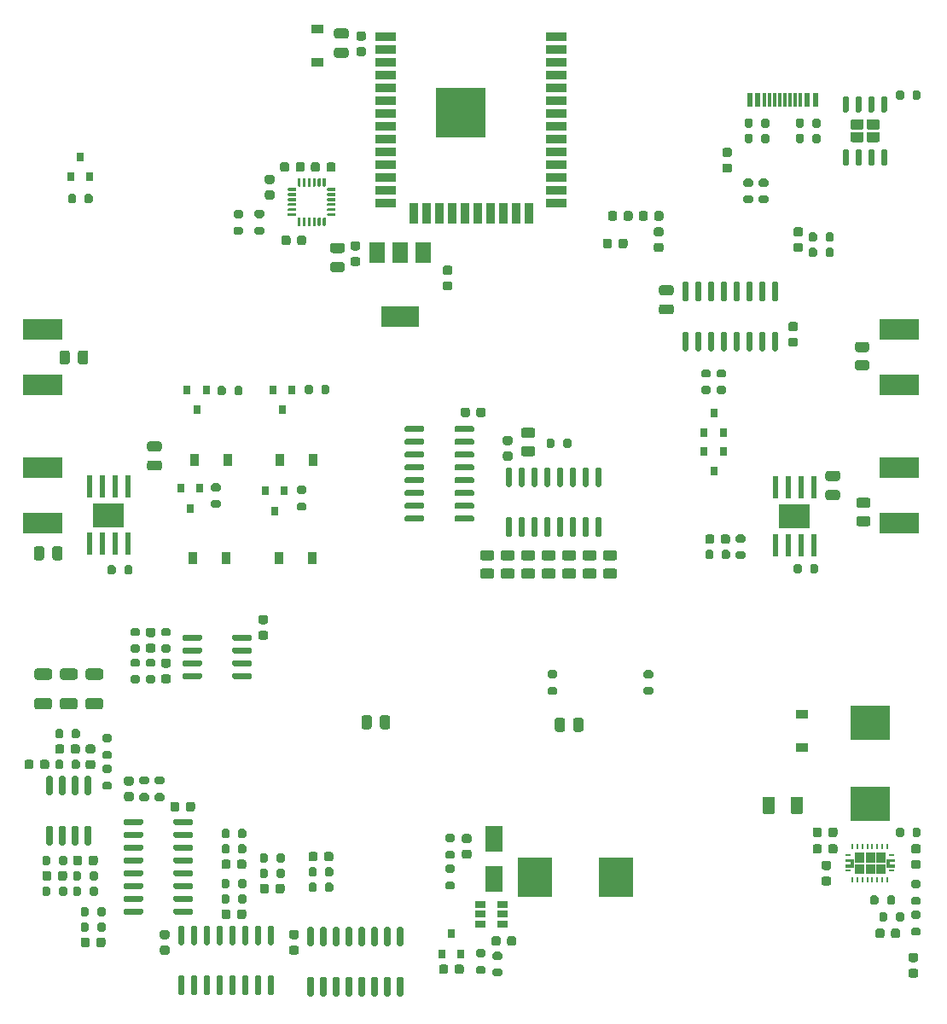
<source format=gbr>
%TF.GenerationSoftware,KiCad,Pcbnew,(5.1.9)-1*%
%TF.CreationDate,2021-03-19T23:07:52+01:00*%
%TF.ProjectId,Sergej_H00,53657267-656a-45f4-9830-302e6b696361,rev?*%
%TF.SameCoordinates,Original*%
%TF.FileFunction,Paste,Top*%
%TF.FilePolarity,Positive*%
%FSLAX46Y46*%
G04 Gerber Fmt 4.6, Leading zero omitted, Abs format (unit mm)*
G04 Created by KiCad (PCBNEW (5.1.9)-1) date 2021-03-19 23:07:52*
%MOMM*%
%LPD*%
G01*
G04 APERTURE LIST*
%ADD10C,0.010000*%
%ADD11R,4.000000X2.000000*%
%ADD12R,0.600000X1.450000*%
%ADD13R,0.300000X1.450000*%
%ADD14R,0.900000X1.200000*%
%ADD15R,0.600000X0.240000*%
%ADD16R,0.240000X0.600000*%
%ADD17R,1.200000X0.900000*%
%ADD18R,1.800000X2.500000*%
%ADD19R,0.800000X0.900000*%
%ADD20R,3.500000X4.000000*%
%ADD21R,4.000000X3.500000*%
%ADD22R,0.500000X2.200000*%
%ADD23R,3.100000X2.400000*%
%ADD24R,1.500000X2.000000*%
%ADD25R,3.800000X2.000000*%
%ADD26R,1.060000X0.650000*%
%ADD27R,2.000000X0.900000*%
%ADD28R,0.900000X2.000000*%
%ADD29R,5.000000X5.000000*%
G04 APERTURE END LIST*
D10*
%TO.C,U5*%
G36*
X82907000Y-84068000D02*
G01*
X82182000Y-84068000D01*
X82179383Y-84067931D01*
X82176774Y-84067726D01*
X82174178Y-84067384D01*
X82171604Y-84066907D01*
X82169059Y-84066296D01*
X82166549Y-84065553D01*
X82164082Y-84064679D01*
X82161663Y-84063677D01*
X82159300Y-84062550D01*
X82157000Y-84061301D01*
X82154768Y-84059934D01*
X82152611Y-84058451D01*
X82150534Y-84056857D01*
X82148543Y-84055157D01*
X82146645Y-84053355D01*
X82144843Y-84051457D01*
X82143143Y-84049466D01*
X82141549Y-84047389D01*
X82140066Y-84045232D01*
X82138699Y-84043000D01*
X82137450Y-84040700D01*
X82136323Y-84038337D01*
X82135321Y-84035918D01*
X82134447Y-84033451D01*
X82133704Y-84030941D01*
X82133093Y-84028396D01*
X82132616Y-84025822D01*
X82132274Y-84023226D01*
X82132069Y-84020617D01*
X82132000Y-84018000D01*
X82132000Y-83918000D01*
X82132069Y-83915383D01*
X82132274Y-83912774D01*
X82132616Y-83910178D01*
X82133093Y-83907604D01*
X82133704Y-83905059D01*
X82134447Y-83902549D01*
X82135321Y-83900082D01*
X82136323Y-83897663D01*
X82137450Y-83895300D01*
X82138699Y-83893000D01*
X82140066Y-83890768D01*
X82141549Y-83888611D01*
X82143143Y-83886534D01*
X82144843Y-83884543D01*
X82146645Y-83882645D01*
X82148543Y-83880843D01*
X82150534Y-83879143D01*
X82152611Y-83877549D01*
X82154768Y-83876066D01*
X82157000Y-83874699D01*
X82159300Y-83873450D01*
X82161663Y-83872323D01*
X82164082Y-83871321D01*
X82166549Y-83870447D01*
X82169059Y-83869704D01*
X82171604Y-83869093D01*
X82174178Y-83868616D01*
X82176774Y-83868274D01*
X82179383Y-83868069D01*
X82182000Y-83868000D01*
X82657000Y-83868000D01*
X82657000Y-83518000D01*
X82182000Y-83518000D01*
X82179383Y-83517931D01*
X82176774Y-83517726D01*
X82174178Y-83517384D01*
X82171604Y-83516907D01*
X82169059Y-83516296D01*
X82166549Y-83515553D01*
X82164082Y-83514679D01*
X82161663Y-83513677D01*
X82159300Y-83512550D01*
X82157000Y-83511301D01*
X82154768Y-83509934D01*
X82152611Y-83508451D01*
X82150534Y-83506857D01*
X82148543Y-83505157D01*
X82146645Y-83503355D01*
X82144843Y-83501457D01*
X82143143Y-83499466D01*
X82141549Y-83497389D01*
X82140066Y-83495232D01*
X82138699Y-83493000D01*
X82137450Y-83490700D01*
X82136323Y-83488337D01*
X82135321Y-83485918D01*
X82134447Y-83483451D01*
X82133704Y-83480941D01*
X82133093Y-83478396D01*
X82132616Y-83475822D01*
X82132274Y-83473226D01*
X82132069Y-83470617D01*
X82132000Y-83468000D01*
X82132000Y-83368000D01*
X82132069Y-83365383D01*
X82132274Y-83362774D01*
X82132616Y-83360178D01*
X82133093Y-83357604D01*
X82133704Y-83355059D01*
X82134447Y-83352549D01*
X82135321Y-83350082D01*
X82136323Y-83347663D01*
X82137450Y-83345300D01*
X82138699Y-83343000D01*
X82140066Y-83340768D01*
X82141549Y-83338611D01*
X82143143Y-83336534D01*
X82144843Y-83334543D01*
X82146645Y-83332645D01*
X82148543Y-83330843D01*
X82150534Y-83329143D01*
X82152611Y-83327549D01*
X82154768Y-83326066D01*
X82157000Y-83324699D01*
X82159300Y-83323450D01*
X82161663Y-83322323D01*
X82164082Y-83321321D01*
X82166549Y-83320447D01*
X82169059Y-83319704D01*
X82171604Y-83319093D01*
X82174178Y-83318616D01*
X82176774Y-83318274D01*
X82179383Y-83318069D01*
X82182000Y-83318000D01*
X82907000Y-83318000D01*
X82907000Y-84068000D01*
G37*
X82907000Y-84068000D02*
X82182000Y-84068000D01*
X82179383Y-84067931D01*
X82176774Y-84067726D01*
X82174178Y-84067384D01*
X82171604Y-84066907D01*
X82169059Y-84066296D01*
X82166549Y-84065553D01*
X82164082Y-84064679D01*
X82161663Y-84063677D01*
X82159300Y-84062550D01*
X82157000Y-84061301D01*
X82154768Y-84059934D01*
X82152611Y-84058451D01*
X82150534Y-84056857D01*
X82148543Y-84055157D01*
X82146645Y-84053355D01*
X82144843Y-84051457D01*
X82143143Y-84049466D01*
X82141549Y-84047389D01*
X82140066Y-84045232D01*
X82138699Y-84043000D01*
X82137450Y-84040700D01*
X82136323Y-84038337D01*
X82135321Y-84035918D01*
X82134447Y-84033451D01*
X82133704Y-84030941D01*
X82133093Y-84028396D01*
X82132616Y-84025822D01*
X82132274Y-84023226D01*
X82132069Y-84020617D01*
X82132000Y-84018000D01*
X82132000Y-83918000D01*
X82132069Y-83915383D01*
X82132274Y-83912774D01*
X82132616Y-83910178D01*
X82133093Y-83907604D01*
X82133704Y-83905059D01*
X82134447Y-83902549D01*
X82135321Y-83900082D01*
X82136323Y-83897663D01*
X82137450Y-83895300D01*
X82138699Y-83893000D01*
X82140066Y-83890768D01*
X82141549Y-83888611D01*
X82143143Y-83886534D01*
X82144843Y-83884543D01*
X82146645Y-83882645D01*
X82148543Y-83880843D01*
X82150534Y-83879143D01*
X82152611Y-83877549D01*
X82154768Y-83876066D01*
X82157000Y-83874699D01*
X82159300Y-83873450D01*
X82161663Y-83872323D01*
X82164082Y-83871321D01*
X82166549Y-83870447D01*
X82169059Y-83869704D01*
X82171604Y-83869093D01*
X82174178Y-83868616D01*
X82176774Y-83868274D01*
X82179383Y-83868069D01*
X82182000Y-83868000D01*
X82657000Y-83868000D01*
X82657000Y-83518000D01*
X82182000Y-83518000D01*
X82179383Y-83517931D01*
X82176774Y-83517726D01*
X82174178Y-83517384D01*
X82171604Y-83516907D01*
X82169059Y-83516296D01*
X82166549Y-83515553D01*
X82164082Y-83514679D01*
X82161663Y-83513677D01*
X82159300Y-83512550D01*
X82157000Y-83511301D01*
X82154768Y-83509934D01*
X82152611Y-83508451D01*
X82150534Y-83506857D01*
X82148543Y-83505157D01*
X82146645Y-83503355D01*
X82144843Y-83501457D01*
X82143143Y-83499466D01*
X82141549Y-83497389D01*
X82140066Y-83495232D01*
X82138699Y-83493000D01*
X82137450Y-83490700D01*
X82136323Y-83488337D01*
X82135321Y-83485918D01*
X82134447Y-83483451D01*
X82133704Y-83480941D01*
X82133093Y-83478396D01*
X82132616Y-83475822D01*
X82132274Y-83473226D01*
X82132069Y-83470617D01*
X82132000Y-83468000D01*
X82132000Y-83368000D01*
X82132069Y-83365383D01*
X82132274Y-83362774D01*
X82132616Y-83360178D01*
X82133093Y-83357604D01*
X82133704Y-83355059D01*
X82134447Y-83352549D01*
X82135321Y-83350082D01*
X82136323Y-83347663D01*
X82137450Y-83345300D01*
X82138699Y-83343000D01*
X82140066Y-83340768D01*
X82141549Y-83338611D01*
X82143143Y-83336534D01*
X82144843Y-83334543D01*
X82146645Y-83332645D01*
X82148543Y-83330843D01*
X82150534Y-83329143D01*
X82152611Y-83327549D01*
X82154768Y-83326066D01*
X82157000Y-83324699D01*
X82159300Y-83323450D01*
X82161663Y-83322323D01*
X82164082Y-83321321D01*
X82166549Y-83320447D01*
X82169059Y-83319704D01*
X82171604Y-83319093D01*
X82174178Y-83318616D01*
X82176774Y-83318274D01*
X82179383Y-83318069D01*
X82182000Y-83318000D01*
X82907000Y-83318000D01*
X82907000Y-84068000D01*
G36*
X86257000Y-83318000D02*
G01*
X86982000Y-83318000D01*
X86984617Y-83318069D01*
X86987226Y-83318274D01*
X86989822Y-83318616D01*
X86992396Y-83319093D01*
X86994941Y-83319704D01*
X86997451Y-83320447D01*
X86999918Y-83321321D01*
X87002337Y-83322323D01*
X87004700Y-83323450D01*
X87007000Y-83324699D01*
X87009232Y-83326066D01*
X87011389Y-83327549D01*
X87013466Y-83329143D01*
X87015457Y-83330843D01*
X87017355Y-83332645D01*
X87019157Y-83334543D01*
X87020857Y-83336534D01*
X87022451Y-83338611D01*
X87023934Y-83340768D01*
X87025301Y-83343000D01*
X87026550Y-83345300D01*
X87027677Y-83347663D01*
X87028679Y-83350082D01*
X87029553Y-83352549D01*
X87030296Y-83355059D01*
X87030907Y-83357604D01*
X87031384Y-83360178D01*
X87031726Y-83362774D01*
X87031931Y-83365383D01*
X87032000Y-83368000D01*
X87032000Y-83468000D01*
X87031931Y-83470617D01*
X87031726Y-83473226D01*
X87031384Y-83475822D01*
X87030907Y-83478396D01*
X87030296Y-83480941D01*
X87029553Y-83483451D01*
X87028679Y-83485918D01*
X87027677Y-83488337D01*
X87026550Y-83490700D01*
X87025301Y-83493000D01*
X87023934Y-83495232D01*
X87022451Y-83497389D01*
X87020857Y-83499466D01*
X87019157Y-83501457D01*
X87017355Y-83503355D01*
X87015457Y-83505157D01*
X87013466Y-83506857D01*
X87011389Y-83508451D01*
X87009232Y-83509934D01*
X87007000Y-83511301D01*
X87004700Y-83512550D01*
X87002337Y-83513677D01*
X86999918Y-83514679D01*
X86997451Y-83515553D01*
X86994941Y-83516296D01*
X86992396Y-83516907D01*
X86989822Y-83517384D01*
X86987226Y-83517726D01*
X86984617Y-83517931D01*
X86982000Y-83518000D01*
X86507000Y-83518000D01*
X86507000Y-83868000D01*
X86982000Y-83868000D01*
X86984617Y-83868069D01*
X86987226Y-83868274D01*
X86989822Y-83868616D01*
X86992396Y-83869093D01*
X86994941Y-83869704D01*
X86997451Y-83870447D01*
X86999918Y-83871321D01*
X87002337Y-83872323D01*
X87004700Y-83873450D01*
X87007000Y-83874699D01*
X87009232Y-83876066D01*
X87011389Y-83877549D01*
X87013466Y-83879143D01*
X87015457Y-83880843D01*
X87017355Y-83882645D01*
X87019157Y-83884543D01*
X87020857Y-83886534D01*
X87022451Y-83888611D01*
X87023934Y-83890768D01*
X87025301Y-83893000D01*
X87026550Y-83895300D01*
X87027677Y-83897663D01*
X87028679Y-83900082D01*
X87029553Y-83902549D01*
X87030296Y-83905059D01*
X87030907Y-83907604D01*
X87031384Y-83910178D01*
X87031726Y-83912774D01*
X87031931Y-83915383D01*
X87032000Y-83918000D01*
X87032000Y-84018000D01*
X87031931Y-84020617D01*
X87031726Y-84023226D01*
X87031384Y-84025822D01*
X87030907Y-84028396D01*
X87030296Y-84030941D01*
X87029553Y-84033451D01*
X87028679Y-84035918D01*
X87027677Y-84038337D01*
X87026550Y-84040700D01*
X87025301Y-84043000D01*
X87023934Y-84045232D01*
X87022451Y-84047389D01*
X87020857Y-84049466D01*
X87019157Y-84051457D01*
X87017355Y-84053355D01*
X87015457Y-84055157D01*
X87013466Y-84056857D01*
X87011389Y-84058451D01*
X87009232Y-84059934D01*
X87007000Y-84061301D01*
X87004700Y-84062550D01*
X87002337Y-84063677D01*
X86999918Y-84064679D01*
X86997451Y-84065553D01*
X86994941Y-84066296D01*
X86992396Y-84066907D01*
X86989822Y-84067384D01*
X86987226Y-84067726D01*
X86984617Y-84067931D01*
X86982000Y-84068000D01*
X86257000Y-84068000D01*
X86257000Y-83318000D01*
G37*
X86257000Y-83318000D02*
X86982000Y-83318000D01*
X86984617Y-83318069D01*
X86987226Y-83318274D01*
X86989822Y-83318616D01*
X86992396Y-83319093D01*
X86994941Y-83319704D01*
X86997451Y-83320447D01*
X86999918Y-83321321D01*
X87002337Y-83322323D01*
X87004700Y-83323450D01*
X87007000Y-83324699D01*
X87009232Y-83326066D01*
X87011389Y-83327549D01*
X87013466Y-83329143D01*
X87015457Y-83330843D01*
X87017355Y-83332645D01*
X87019157Y-83334543D01*
X87020857Y-83336534D01*
X87022451Y-83338611D01*
X87023934Y-83340768D01*
X87025301Y-83343000D01*
X87026550Y-83345300D01*
X87027677Y-83347663D01*
X87028679Y-83350082D01*
X87029553Y-83352549D01*
X87030296Y-83355059D01*
X87030907Y-83357604D01*
X87031384Y-83360178D01*
X87031726Y-83362774D01*
X87031931Y-83365383D01*
X87032000Y-83368000D01*
X87032000Y-83468000D01*
X87031931Y-83470617D01*
X87031726Y-83473226D01*
X87031384Y-83475822D01*
X87030907Y-83478396D01*
X87030296Y-83480941D01*
X87029553Y-83483451D01*
X87028679Y-83485918D01*
X87027677Y-83488337D01*
X87026550Y-83490700D01*
X87025301Y-83493000D01*
X87023934Y-83495232D01*
X87022451Y-83497389D01*
X87020857Y-83499466D01*
X87019157Y-83501457D01*
X87017355Y-83503355D01*
X87015457Y-83505157D01*
X87013466Y-83506857D01*
X87011389Y-83508451D01*
X87009232Y-83509934D01*
X87007000Y-83511301D01*
X87004700Y-83512550D01*
X87002337Y-83513677D01*
X86999918Y-83514679D01*
X86997451Y-83515553D01*
X86994941Y-83516296D01*
X86992396Y-83516907D01*
X86989822Y-83517384D01*
X86987226Y-83517726D01*
X86984617Y-83517931D01*
X86982000Y-83518000D01*
X86507000Y-83518000D01*
X86507000Y-83868000D01*
X86982000Y-83868000D01*
X86984617Y-83868069D01*
X86987226Y-83868274D01*
X86989822Y-83868616D01*
X86992396Y-83869093D01*
X86994941Y-83869704D01*
X86997451Y-83870447D01*
X86999918Y-83871321D01*
X87002337Y-83872323D01*
X87004700Y-83873450D01*
X87007000Y-83874699D01*
X87009232Y-83876066D01*
X87011389Y-83877549D01*
X87013466Y-83879143D01*
X87015457Y-83880843D01*
X87017355Y-83882645D01*
X87019157Y-83884543D01*
X87020857Y-83886534D01*
X87022451Y-83888611D01*
X87023934Y-83890768D01*
X87025301Y-83893000D01*
X87026550Y-83895300D01*
X87027677Y-83897663D01*
X87028679Y-83900082D01*
X87029553Y-83902549D01*
X87030296Y-83905059D01*
X87030907Y-83907604D01*
X87031384Y-83910178D01*
X87031726Y-83912774D01*
X87031931Y-83915383D01*
X87032000Y-83918000D01*
X87032000Y-84018000D01*
X87031931Y-84020617D01*
X87031726Y-84023226D01*
X87031384Y-84025822D01*
X87030907Y-84028396D01*
X87030296Y-84030941D01*
X87029553Y-84033451D01*
X87028679Y-84035918D01*
X87027677Y-84038337D01*
X87026550Y-84040700D01*
X87025301Y-84043000D01*
X87023934Y-84045232D01*
X87022451Y-84047389D01*
X87020857Y-84049466D01*
X87019157Y-84051457D01*
X87017355Y-84053355D01*
X87015457Y-84055157D01*
X87013466Y-84056857D01*
X87011389Y-84058451D01*
X87009232Y-84059934D01*
X87007000Y-84061301D01*
X87004700Y-84062550D01*
X87002337Y-84063677D01*
X86999918Y-84064679D01*
X86997451Y-84065553D01*
X86994941Y-84066296D01*
X86992396Y-84066907D01*
X86989822Y-84067384D01*
X86987226Y-84067726D01*
X86984617Y-84067931D01*
X86982000Y-84068000D01*
X86257000Y-84068000D01*
X86257000Y-83318000D01*
G36*
X85207000Y-82673000D02*
G01*
X85207000Y-83593000D01*
X86057000Y-83593000D01*
X86057000Y-82673000D01*
X85207000Y-82673000D01*
G37*
X85207000Y-82673000D02*
X85207000Y-83593000D01*
X86057000Y-83593000D01*
X86057000Y-82673000D01*
X85207000Y-82673000D01*
G36*
X85207000Y-83793000D02*
G01*
X85207000Y-84713000D01*
X86057000Y-84713000D01*
X86057000Y-83793000D01*
X85207000Y-83793000D01*
G37*
X85207000Y-83793000D02*
X85207000Y-84713000D01*
X86057000Y-84713000D01*
X86057000Y-83793000D01*
X85207000Y-83793000D01*
G36*
X83107000Y-82673000D02*
G01*
X83107000Y-83593000D01*
X83957000Y-83593000D01*
X83957000Y-82673000D01*
X83107000Y-82673000D01*
G37*
X83107000Y-82673000D02*
X83107000Y-83593000D01*
X83957000Y-83593000D01*
X83957000Y-82673000D01*
X83107000Y-82673000D01*
G36*
X83107000Y-83793000D02*
G01*
X83107000Y-84713000D01*
X83957000Y-84713000D01*
X83957000Y-83793000D01*
X83107000Y-83793000D01*
G37*
X83107000Y-83793000D02*
X83107000Y-84713000D01*
X83957000Y-84713000D01*
X83957000Y-83793000D01*
X83107000Y-83793000D01*
G36*
X84157000Y-82673000D02*
G01*
X84157000Y-83593000D01*
X85007000Y-83593000D01*
X85007000Y-82673000D01*
X84157000Y-82673000D01*
G37*
X84157000Y-82673000D02*
X84157000Y-83593000D01*
X85007000Y-83593000D01*
X85007000Y-82673000D01*
X84157000Y-82673000D01*
G36*
X84157000Y-83793000D02*
G01*
X84157000Y-84713000D01*
X85007000Y-84713000D01*
X85007000Y-83793000D01*
X84157000Y-83793000D01*
G37*
X84157000Y-83793000D02*
X84157000Y-84713000D01*
X85007000Y-84713000D01*
X85007000Y-83793000D01*
X84157000Y-83793000D01*
%TD*%
%TO.C,R75*%
G36*
G01*
X7068000Y-89768000D02*
X7068000Y-90318000D01*
G75*
G02*
X6868000Y-90518000I-200000J0D01*
G01*
X6468000Y-90518000D01*
G75*
G02*
X6268000Y-90318000I0J200000D01*
G01*
X6268000Y-89768000D01*
G75*
G02*
X6468000Y-89568000I200000J0D01*
G01*
X6868000Y-89568000D01*
G75*
G02*
X7068000Y-89768000I0J-200000D01*
G01*
G37*
G36*
G01*
X8718000Y-89768000D02*
X8718000Y-90318000D01*
G75*
G02*
X8518000Y-90518000I-200000J0D01*
G01*
X8118000Y-90518000D01*
G75*
G02*
X7918000Y-90318000I0J200000D01*
G01*
X7918000Y-89768000D01*
G75*
G02*
X8118000Y-89568000I200000J0D01*
G01*
X8518000Y-89568000D01*
G75*
G02*
X8718000Y-89768000I0J-200000D01*
G01*
G37*
%TD*%
%TO.C,R74*%
G36*
G01*
X12848000Y-75902000D02*
X12298000Y-75902000D01*
G75*
G02*
X12098000Y-75702000I0J200000D01*
G01*
X12098000Y-75302000D01*
G75*
G02*
X12298000Y-75102000I200000J0D01*
G01*
X12848000Y-75102000D01*
G75*
G02*
X13048000Y-75302000I0J-200000D01*
G01*
X13048000Y-75702000D01*
G75*
G02*
X12848000Y-75902000I-200000J0D01*
G01*
G37*
G36*
G01*
X12848000Y-77552000D02*
X12298000Y-77552000D01*
G75*
G02*
X12098000Y-77352000I0J200000D01*
G01*
X12098000Y-76952000D01*
G75*
G02*
X12298000Y-76752000I200000J0D01*
G01*
X12848000Y-76752000D01*
G75*
G02*
X13048000Y-76952000I0J-200000D01*
G01*
X13048000Y-77352000D01*
G75*
G02*
X12848000Y-77552000I-200000J0D01*
G01*
G37*
%TD*%
%TO.C,R73*%
G36*
G01*
X21888000Y-87524000D02*
X21888000Y-86974000D01*
G75*
G02*
X22088000Y-86774000I200000J0D01*
G01*
X22488000Y-86774000D01*
G75*
G02*
X22688000Y-86974000I0J-200000D01*
G01*
X22688000Y-87524000D01*
G75*
G02*
X22488000Y-87724000I-200000J0D01*
G01*
X22088000Y-87724000D01*
G75*
G02*
X21888000Y-87524000I0J200000D01*
G01*
G37*
G36*
G01*
X20238000Y-87524000D02*
X20238000Y-86974000D01*
G75*
G02*
X20438000Y-86774000I200000J0D01*
G01*
X20838000Y-86774000D01*
G75*
G02*
X21038000Y-86974000I0J-200000D01*
G01*
X21038000Y-87524000D01*
G75*
G02*
X20838000Y-87724000I-200000J0D01*
G01*
X20438000Y-87724000D01*
G75*
G02*
X20238000Y-87524000I0J200000D01*
G01*
G37*
%TD*%
%TO.C,R72*%
G36*
G01*
X30524000Y-84857000D02*
X30524000Y-84307000D01*
G75*
G02*
X30724000Y-84107000I200000J0D01*
G01*
X31124000Y-84107000D01*
G75*
G02*
X31324000Y-84307000I0J-200000D01*
G01*
X31324000Y-84857000D01*
G75*
G02*
X31124000Y-85057000I-200000J0D01*
G01*
X30724000Y-85057000D01*
G75*
G02*
X30524000Y-84857000I0J200000D01*
G01*
G37*
G36*
G01*
X28874000Y-84857000D02*
X28874000Y-84307000D01*
G75*
G02*
X29074000Y-84107000I200000J0D01*
G01*
X29474000Y-84107000D01*
G75*
G02*
X29674000Y-84307000I0J-200000D01*
G01*
X29674000Y-84857000D01*
G75*
G02*
X29474000Y-85057000I-200000J0D01*
G01*
X29074000Y-85057000D01*
G75*
G02*
X28874000Y-84857000I0J200000D01*
G01*
G37*
%TD*%
%TO.C,R71*%
G36*
G01*
X21888000Y-82571000D02*
X21888000Y-82021000D01*
G75*
G02*
X22088000Y-81821000I200000J0D01*
G01*
X22488000Y-81821000D01*
G75*
G02*
X22688000Y-82021000I0J-200000D01*
G01*
X22688000Y-82571000D01*
G75*
G02*
X22488000Y-82771000I-200000J0D01*
G01*
X22088000Y-82771000D01*
G75*
G02*
X21888000Y-82571000I0J200000D01*
G01*
G37*
G36*
G01*
X20238000Y-82571000D02*
X20238000Y-82021000D01*
G75*
G02*
X20438000Y-81821000I200000J0D01*
G01*
X20838000Y-81821000D01*
G75*
G02*
X21038000Y-82021000I0J-200000D01*
G01*
X21038000Y-82571000D01*
G75*
G02*
X20838000Y-82771000I-200000J0D01*
G01*
X20438000Y-82771000D01*
G75*
G02*
X20238000Y-82571000I0J200000D01*
G01*
G37*
%TD*%
%TO.C,R70*%
G36*
G01*
X25698000Y-84984000D02*
X25698000Y-84434000D01*
G75*
G02*
X25898000Y-84234000I200000J0D01*
G01*
X26298000Y-84234000D01*
G75*
G02*
X26498000Y-84434000I0J-200000D01*
G01*
X26498000Y-84984000D01*
G75*
G02*
X26298000Y-85184000I-200000J0D01*
G01*
X25898000Y-85184000D01*
G75*
G02*
X25698000Y-84984000I0J200000D01*
G01*
G37*
G36*
G01*
X24048000Y-84984000D02*
X24048000Y-84434000D01*
G75*
G02*
X24248000Y-84234000I200000J0D01*
G01*
X24648000Y-84234000D01*
G75*
G02*
X24848000Y-84434000I0J-200000D01*
G01*
X24848000Y-84984000D01*
G75*
G02*
X24648000Y-85184000I-200000J0D01*
G01*
X24248000Y-85184000D01*
G75*
G02*
X24048000Y-84984000I0J200000D01*
G01*
G37*
%TD*%
%TO.C,C21*%
G36*
G01*
X7168000Y-91317000D02*
X7168000Y-91817000D01*
G75*
G02*
X6943000Y-92042000I-225000J0D01*
G01*
X6493000Y-92042000D01*
G75*
G02*
X6268000Y-91817000I0J225000D01*
G01*
X6268000Y-91317000D01*
G75*
G02*
X6493000Y-91092000I225000J0D01*
G01*
X6943000Y-91092000D01*
G75*
G02*
X7168000Y-91317000I0J-225000D01*
G01*
G37*
G36*
G01*
X8718000Y-91317000D02*
X8718000Y-91817000D01*
G75*
G02*
X8493000Y-92042000I-225000J0D01*
G01*
X8043000Y-92042000D01*
G75*
G02*
X7818000Y-91817000I0J225000D01*
G01*
X7818000Y-91317000D01*
G75*
G02*
X8043000Y-91092000I225000J0D01*
G01*
X8493000Y-91092000D01*
G75*
G02*
X8718000Y-91317000I0J-225000D01*
G01*
G37*
%TD*%
%TO.C,C20*%
G36*
G01*
X11299000Y-76002000D02*
X10799000Y-76002000D01*
G75*
G02*
X10574000Y-75777000I0J225000D01*
G01*
X10574000Y-75327000D01*
G75*
G02*
X10799000Y-75102000I225000J0D01*
G01*
X11299000Y-75102000D01*
G75*
G02*
X11524000Y-75327000I0J-225000D01*
G01*
X11524000Y-75777000D01*
G75*
G02*
X11299000Y-76002000I-225000J0D01*
G01*
G37*
G36*
G01*
X11299000Y-77552000D02*
X10799000Y-77552000D01*
G75*
G02*
X10574000Y-77327000I0J225000D01*
G01*
X10574000Y-76877000D01*
G75*
G02*
X10799000Y-76652000I225000J0D01*
G01*
X11299000Y-76652000D01*
G75*
G02*
X11524000Y-76877000I0J-225000D01*
G01*
X11524000Y-77327000D01*
G75*
G02*
X11299000Y-77552000I-225000J0D01*
G01*
G37*
%TD*%
%TO.C,C19*%
G36*
G01*
X21788000Y-89023000D02*
X21788000Y-88523000D01*
G75*
G02*
X22013000Y-88298000I225000J0D01*
G01*
X22463000Y-88298000D01*
G75*
G02*
X22688000Y-88523000I0J-225000D01*
G01*
X22688000Y-89023000D01*
G75*
G02*
X22463000Y-89248000I-225000J0D01*
G01*
X22013000Y-89248000D01*
G75*
G02*
X21788000Y-89023000I0J225000D01*
G01*
G37*
G36*
G01*
X20238000Y-89023000D02*
X20238000Y-88523000D01*
G75*
G02*
X20463000Y-88298000I225000J0D01*
G01*
X20913000Y-88298000D01*
G75*
G02*
X21138000Y-88523000I0J-225000D01*
G01*
X21138000Y-89023000D01*
G75*
G02*
X20913000Y-89248000I-225000J0D01*
G01*
X20463000Y-89248000D01*
G75*
G02*
X20238000Y-89023000I0J225000D01*
G01*
G37*
%TD*%
%TO.C,C18*%
G36*
G01*
X30424000Y-83308000D02*
X30424000Y-82808000D01*
G75*
G02*
X30649000Y-82583000I225000J0D01*
G01*
X31099000Y-82583000D01*
G75*
G02*
X31324000Y-82808000I0J-225000D01*
G01*
X31324000Y-83308000D01*
G75*
G02*
X31099000Y-83533000I-225000J0D01*
G01*
X30649000Y-83533000D01*
G75*
G02*
X30424000Y-83308000I0J225000D01*
G01*
G37*
G36*
G01*
X28874000Y-83308000D02*
X28874000Y-82808000D01*
G75*
G02*
X29099000Y-82583000I225000J0D01*
G01*
X29549000Y-82583000D01*
G75*
G02*
X29774000Y-82808000I0J-225000D01*
G01*
X29774000Y-83308000D01*
G75*
G02*
X29549000Y-83533000I-225000J0D01*
G01*
X29099000Y-83533000D01*
G75*
G02*
X28874000Y-83308000I0J225000D01*
G01*
G37*
%TD*%
%TO.C,C17*%
G36*
G01*
X21788000Y-84070000D02*
X21788000Y-83570000D01*
G75*
G02*
X22013000Y-83345000I225000J0D01*
G01*
X22463000Y-83345000D01*
G75*
G02*
X22688000Y-83570000I0J-225000D01*
G01*
X22688000Y-84070000D01*
G75*
G02*
X22463000Y-84295000I-225000J0D01*
G01*
X22013000Y-84295000D01*
G75*
G02*
X21788000Y-84070000I0J225000D01*
G01*
G37*
G36*
G01*
X20238000Y-84070000D02*
X20238000Y-83570000D01*
G75*
G02*
X20463000Y-83345000I225000J0D01*
G01*
X20913000Y-83345000D01*
G75*
G02*
X21138000Y-83570000I0J-225000D01*
G01*
X21138000Y-84070000D01*
G75*
G02*
X20913000Y-84295000I-225000J0D01*
G01*
X20463000Y-84295000D01*
G75*
G02*
X20238000Y-84070000I0J225000D01*
G01*
G37*
%TD*%
%TO.C,C16*%
G36*
G01*
X25598000Y-86483000D02*
X25598000Y-85983000D01*
G75*
G02*
X25823000Y-85758000I225000J0D01*
G01*
X26273000Y-85758000D01*
G75*
G02*
X26498000Y-85983000I0J-225000D01*
G01*
X26498000Y-86483000D01*
G75*
G02*
X26273000Y-86708000I-225000J0D01*
G01*
X25823000Y-86708000D01*
G75*
G02*
X25598000Y-86483000I0J225000D01*
G01*
G37*
G36*
G01*
X24048000Y-86483000D02*
X24048000Y-85983000D01*
G75*
G02*
X24273000Y-85758000I225000J0D01*
G01*
X24723000Y-85758000D01*
G75*
G02*
X24948000Y-85983000I0J-225000D01*
G01*
X24948000Y-86483000D01*
G75*
G02*
X24723000Y-86708000I-225000J0D01*
G01*
X24273000Y-86708000D01*
G75*
G02*
X24048000Y-86483000I0J225000D01*
G01*
G37*
%TD*%
D11*
%TO.C,U12*%
X87500000Y-44500000D03*
X87500000Y-50000000D03*
%TD*%
%TO.C,U11*%
X87500000Y-30750000D03*
X87500000Y-36250000D03*
%TD*%
%TO.C,U10*%
X2500000Y-44500000D03*
X2500000Y-50000000D03*
%TD*%
%TO.C,U9*%
X2500000Y-30750000D03*
X2500000Y-36250000D03*
%TD*%
%TO.C,C15*%
G36*
G01*
X48891000Y-42220000D02*
X48391000Y-42220000D01*
G75*
G02*
X48166000Y-41995000I0J225000D01*
G01*
X48166000Y-41545000D01*
G75*
G02*
X48391000Y-41320000I225000J0D01*
G01*
X48891000Y-41320000D01*
G75*
G02*
X49116000Y-41545000I0J-225000D01*
G01*
X49116000Y-41995000D01*
G75*
G02*
X48891000Y-42220000I-225000J0D01*
G01*
G37*
G36*
G01*
X48891000Y-43770000D02*
X48391000Y-43770000D01*
G75*
G02*
X48166000Y-43545000I0J225000D01*
G01*
X48166000Y-43095000D01*
G75*
G02*
X48391000Y-42870000I225000J0D01*
G01*
X48891000Y-42870000D01*
G75*
G02*
X49116000Y-43095000I0J-225000D01*
G01*
X49116000Y-43545000D01*
G75*
G02*
X48891000Y-43770000I-225000J0D01*
G01*
G37*
%TD*%
%TO.C,C14*%
G36*
G01*
X45537000Y-39239000D02*
X45537000Y-38739000D01*
G75*
G02*
X45762000Y-38514000I225000J0D01*
G01*
X46212000Y-38514000D01*
G75*
G02*
X46437000Y-38739000I0J-225000D01*
G01*
X46437000Y-39239000D01*
G75*
G02*
X46212000Y-39464000I-225000J0D01*
G01*
X45762000Y-39464000D01*
G75*
G02*
X45537000Y-39239000I0J225000D01*
G01*
G37*
G36*
G01*
X43987000Y-39239000D02*
X43987000Y-38739000D01*
G75*
G02*
X44212000Y-38514000I225000J0D01*
G01*
X44662000Y-38514000D01*
G75*
G02*
X44887000Y-38739000I0J-225000D01*
G01*
X44887000Y-39239000D01*
G75*
G02*
X44662000Y-39464000I-225000J0D01*
G01*
X44212000Y-39464000D01*
G75*
G02*
X43987000Y-39239000I0J225000D01*
G01*
G37*
%TD*%
%TO.C,R14*%
G36*
G01*
X46158999Y-54478500D02*
X47059001Y-54478500D01*
G75*
G02*
X47309000Y-54728499I0J-249999D01*
G01*
X47309000Y-55253501D01*
G75*
G02*
X47059001Y-55503500I-249999J0D01*
G01*
X46158999Y-55503500D01*
G75*
G02*
X45909000Y-55253501I0J249999D01*
G01*
X45909000Y-54728499D01*
G75*
G02*
X46158999Y-54478500I249999J0D01*
G01*
G37*
G36*
G01*
X46158999Y-52653500D02*
X47059001Y-52653500D01*
G75*
G02*
X47309000Y-52903499I0J-249999D01*
G01*
X47309000Y-53428501D01*
G75*
G02*
X47059001Y-53678500I-249999J0D01*
G01*
X46158999Y-53678500D01*
G75*
G02*
X45909000Y-53428501I0J249999D01*
G01*
X45909000Y-52903499D01*
G75*
G02*
X46158999Y-52653500I249999J0D01*
G01*
G37*
%TD*%
%TO.C,U21*%
G36*
G01*
X48918000Y-46379000D02*
X48618000Y-46379000D01*
G75*
G02*
X48468000Y-46229000I0J150000D01*
G01*
X48468000Y-44579000D01*
G75*
G02*
X48618000Y-44429000I150000J0D01*
G01*
X48918000Y-44429000D01*
G75*
G02*
X49068000Y-44579000I0J-150000D01*
G01*
X49068000Y-46229000D01*
G75*
G02*
X48918000Y-46379000I-150000J0D01*
G01*
G37*
G36*
G01*
X50188000Y-46379000D02*
X49888000Y-46379000D01*
G75*
G02*
X49738000Y-46229000I0J150000D01*
G01*
X49738000Y-44579000D01*
G75*
G02*
X49888000Y-44429000I150000J0D01*
G01*
X50188000Y-44429000D01*
G75*
G02*
X50338000Y-44579000I0J-150000D01*
G01*
X50338000Y-46229000D01*
G75*
G02*
X50188000Y-46379000I-150000J0D01*
G01*
G37*
G36*
G01*
X51458000Y-46379000D02*
X51158000Y-46379000D01*
G75*
G02*
X51008000Y-46229000I0J150000D01*
G01*
X51008000Y-44579000D01*
G75*
G02*
X51158000Y-44429000I150000J0D01*
G01*
X51458000Y-44429000D01*
G75*
G02*
X51608000Y-44579000I0J-150000D01*
G01*
X51608000Y-46229000D01*
G75*
G02*
X51458000Y-46379000I-150000J0D01*
G01*
G37*
G36*
G01*
X52728000Y-46379000D02*
X52428000Y-46379000D01*
G75*
G02*
X52278000Y-46229000I0J150000D01*
G01*
X52278000Y-44579000D01*
G75*
G02*
X52428000Y-44429000I150000J0D01*
G01*
X52728000Y-44429000D01*
G75*
G02*
X52878000Y-44579000I0J-150000D01*
G01*
X52878000Y-46229000D01*
G75*
G02*
X52728000Y-46379000I-150000J0D01*
G01*
G37*
G36*
G01*
X53998000Y-46379000D02*
X53698000Y-46379000D01*
G75*
G02*
X53548000Y-46229000I0J150000D01*
G01*
X53548000Y-44579000D01*
G75*
G02*
X53698000Y-44429000I150000J0D01*
G01*
X53998000Y-44429000D01*
G75*
G02*
X54148000Y-44579000I0J-150000D01*
G01*
X54148000Y-46229000D01*
G75*
G02*
X53998000Y-46379000I-150000J0D01*
G01*
G37*
G36*
G01*
X55268000Y-46379000D02*
X54968000Y-46379000D01*
G75*
G02*
X54818000Y-46229000I0J150000D01*
G01*
X54818000Y-44579000D01*
G75*
G02*
X54968000Y-44429000I150000J0D01*
G01*
X55268000Y-44429000D01*
G75*
G02*
X55418000Y-44579000I0J-150000D01*
G01*
X55418000Y-46229000D01*
G75*
G02*
X55268000Y-46379000I-150000J0D01*
G01*
G37*
G36*
G01*
X56538000Y-46379000D02*
X56238000Y-46379000D01*
G75*
G02*
X56088000Y-46229000I0J150000D01*
G01*
X56088000Y-44579000D01*
G75*
G02*
X56238000Y-44429000I150000J0D01*
G01*
X56538000Y-44429000D01*
G75*
G02*
X56688000Y-44579000I0J-150000D01*
G01*
X56688000Y-46229000D01*
G75*
G02*
X56538000Y-46379000I-150000J0D01*
G01*
G37*
G36*
G01*
X57808000Y-46379000D02*
X57508000Y-46379000D01*
G75*
G02*
X57358000Y-46229000I0J150000D01*
G01*
X57358000Y-44579000D01*
G75*
G02*
X57508000Y-44429000I150000J0D01*
G01*
X57808000Y-44429000D01*
G75*
G02*
X57958000Y-44579000I0J-150000D01*
G01*
X57958000Y-46229000D01*
G75*
G02*
X57808000Y-46379000I-150000J0D01*
G01*
G37*
G36*
G01*
X57808000Y-51329000D02*
X57508000Y-51329000D01*
G75*
G02*
X57358000Y-51179000I0J150000D01*
G01*
X57358000Y-49529000D01*
G75*
G02*
X57508000Y-49379000I150000J0D01*
G01*
X57808000Y-49379000D01*
G75*
G02*
X57958000Y-49529000I0J-150000D01*
G01*
X57958000Y-51179000D01*
G75*
G02*
X57808000Y-51329000I-150000J0D01*
G01*
G37*
G36*
G01*
X56538000Y-51329000D02*
X56238000Y-51329000D01*
G75*
G02*
X56088000Y-51179000I0J150000D01*
G01*
X56088000Y-49529000D01*
G75*
G02*
X56238000Y-49379000I150000J0D01*
G01*
X56538000Y-49379000D01*
G75*
G02*
X56688000Y-49529000I0J-150000D01*
G01*
X56688000Y-51179000D01*
G75*
G02*
X56538000Y-51329000I-150000J0D01*
G01*
G37*
G36*
G01*
X55268000Y-51329000D02*
X54968000Y-51329000D01*
G75*
G02*
X54818000Y-51179000I0J150000D01*
G01*
X54818000Y-49529000D01*
G75*
G02*
X54968000Y-49379000I150000J0D01*
G01*
X55268000Y-49379000D01*
G75*
G02*
X55418000Y-49529000I0J-150000D01*
G01*
X55418000Y-51179000D01*
G75*
G02*
X55268000Y-51329000I-150000J0D01*
G01*
G37*
G36*
G01*
X53998000Y-51329000D02*
X53698000Y-51329000D01*
G75*
G02*
X53548000Y-51179000I0J150000D01*
G01*
X53548000Y-49529000D01*
G75*
G02*
X53698000Y-49379000I150000J0D01*
G01*
X53998000Y-49379000D01*
G75*
G02*
X54148000Y-49529000I0J-150000D01*
G01*
X54148000Y-51179000D01*
G75*
G02*
X53998000Y-51329000I-150000J0D01*
G01*
G37*
G36*
G01*
X52728000Y-51329000D02*
X52428000Y-51329000D01*
G75*
G02*
X52278000Y-51179000I0J150000D01*
G01*
X52278000Y-49529000D01*
G75*
G02*
X52428000Y-49379000I150000J0D01*
G01*
X52728000Y-49379000D01*
G75*
G02*
X52878000Y-49529000I0J-150000D01*
G01*
X52878000Y-51179000D01*
G75*
G02*
X52728000Y-51329000I-150000J0D01*
G01*
G37*
G36*
G01*
X51458000Y-51329000D02*
X51158000Y-51329000D01*
G75*
G02*
X51008000Y-51179000I0J150000D01*
G01*
X51008000Y-49529000D01*
G75*
G02*
X51158000Y-49379000I150000J0D01*
G01*
X51458000Y-49379000D01*
G75*
G02*
X51608000Y-49529000I0J-150000D01*
G01*
X51608000Y-51179000D01*
G75*
G02*
X51458000Y-51329000I-150000J0D01*
G01*
G37*
G36*
G01*
X50188000Y-51329000D02*
X49888000Y-51329000D01*
G75*
G02*
X49738000Y-51179000I0J150000D01*
G01*
X49738000Y-49529000D01*
G75*
G02*
X49888000Y-49379000I150000J0D01*
G01*
X50188000Y-49379000D01*
G75*
G02*
X50338000Y-49529000I0J-150000D01*
G01*
X50338000Y-51179000D01*
G75*
G02*
X50188000Y-51329000I-150000J0D01*
G01*
G37*
G36*
G01*
X48918000Y-51329000D02*
X48618000Y-51329000D01*
G75*
G02*
X48468000Y-51179000I0J150000D01*
G01*
X48468000Y-49529000D01*
G75*
G02*
X48618000Y-49379000I150000J0D01*
G01*
X48918000Y-49379000D01*
G75*
G02*
X49068000Y-49529000I0J-150000D01*
G01*
X49068000Y-51179000D01*
G75*
G02*
X48918000Y-51329000I-150000J0D01*
G01*
G37*
%TD*%
%TO.C,U20*%
G36*
G01*
X43348000Y-40790000D02*
X43348000Y-40490000D01*
G75*
G02*
X43498000Y-40340000I150000J0D01*
G01*
X45148000Y-40340000D01*
G75*
G02*
X45298000Y-40490000I0J-150000D01*
G01*
X45298000Y-40790000D01*
G75*
G02*
X45148000Y-40940000I-150000J0D01*
G01*
X43498000Y-40940000D01*
G75*
G02*
X43348000Y-40790000I0J150000D01*
G01*
G37*
G36*
G01*
X43348000Y-42060000D02*
X43348000Y-41760000D01*
G75*
G02*
X43498000Y-41610000I150000J0D01*
G01*
X45148000Y-41610000D01*
G75*
G02*
X45298000Y-41760000I0J-150000D01*
G01*
X45298000Y-42060000D01*
G75*
G02*
X45148000Y-42210000I-150000J0D01*
G01*
X43498000Y-42210000D01*
G75*
G02*
X43348000Y-42060000I0J150000D01*
G01*
G37*
G36*
G01*
X43348000Y-43330000D02*
X43348000Y-43030000D01*
G75*
G02*
X43498000Y-42880000I150000J0D01*
G01*
X45148000Y-42880000D01*
G75*
G02*
X45298000Y-43030000I0J-150000D01*
G01*
X45298000Y-43330000D01*
G75*
G02*
X45148000Y-43480000I-150000J0D01*
G01*
X43498000Y-43480000D01*
G75*
G02*
X43348000Y-43330000I0J150000D01*
G01*
G37*
G36*
G01*
X43348000Y-44600000D02*
X43348000Y-44300000D01*
G75*
G02*
X43498000Y-44150000I150000J0D01*
G01*
X45148000Y-44150000D01*
G75*
G02*
X45298000Y-44300000I0J-150000D01*
G01*
X45298000Y-44600000D01*
G75*
G02*
X45148000Y-44750000I-150000J0D01*
G01*
X43498000Y-44750000D01*
G75*
G02*
X43348000Y-44600000I0J150000D01*
G01*
G37*
G36*
G01*
X43348000Y-45870000D02*
X43348000Y-45570000D01*
G75*
G02*
X43498000Y-45420000I150000J0D01*
G01*
X45148000Y-45420000D01*
G75*
G02*
X45298000Y-45570000I0J-150000D01*
G01*
X45298000Y-45870000D01*
G75*
G02*
X45148000Y-46020000I-150000J0D01*
G01*
X43498000Y-46020000D01*
G75*
G02*
X43348000Y-45870000I0J150000D01*
G01*
G37*
G36*
G01*
X43348000Y-47140000D02*
X43348000Y-46840000D01*
G75*
G02*
X43498000Y-46690000I150000J0D01*
G01*
X45148000Y-46690000D01*
G75*
G02*
X45298000Y-46840000I0J-150000D01*
G01*
X45298000Y-47140000D01*
G75*
G02*
X45148000Y-47290000I-150000J0D01*
G01*
X43498000Y-47290000D01*
G75*
G02*
X43348000Y-47140000I0J150000D01*
G01*
G37*
G36*
G01*
X43348000Y-48410000D02*
X43348000Y-48110000D01*
G75*
G02*
X43498000Y-47960000I150000J0D01*
G01*
X45148000Y-47960000D01*
G75*
G02*
X45298000Y-48110000I0J-150000D01*
G01*
X45298000Y-48410000D01*
G75*
G02*
X45148000Y-48560000I-150000J0D01*
G01*
X43498000Y-48560000D01*
G75*
G02*
X43348000Y-48410000I0J150000D01*
G01*
G37*
G36*
G01*
X43348000Y-49680000D02*
X43348000Y-49380000D01*
G75*
G02*
X43498000Y-49230000I150000J0D01*
G01*
X45148000Y-49230000D01*
G75*
G02*
X45298000Y-49380000I0J-150000D01*
G01*
X45298000Y-49680000D01*
G75*
G02*
X45148000Y-49830000I-150000J0D01*
G01*
X43498000Y-49830000D01*
G75*
G02*
X43348000Y-49680000I0J150000D01*
G01*
G37*
G36*
G01*
X38398000Y-49680000D02*
X38398000Y-49380000D01*
G75*
G02*
X38548000Y-49230000I150000J0D01*
G01*
X40198000Y-49230000D01*
G75*
G02*
X40348000Y-49380000I0J-150000D01*
G01*
X40348000Y-49680000D01*
G75*
G02*
X40198000Y-49830000I-150000J0D01*
G01*
X38548000Y-49830000D01*
G75*
G02*
X38398000Y-49680000I0J150000D01*
G01*
G37*
G36*
G01*
X38398000Y-48410000D02*
X38398000Y-48110000D01*
G75*
G02*
X38548000Y-47960000I150000J0D01*
G01*
X40198000Y-47960000D01*
G75*
G02*
X40348000Y-48110000I0J-150000D01*
G01*
X40348000Y-48410000D01*
G75*
G02*
X40198000Y-48560000I-150000J0D01*
G01*
X38548000Y-48560000D01*
G75*
G02*
X38398000Y-48410000I0J150000D01*
G01*
G37*
G36*
G01*
X38398000Y-47140000D02*
X38398000Y-46840000D01*
G75*
G02*
X38548000Y-46690000I150000J0D01*
G01*
X40198000Y-46690000D01*
G75*
G02*
X40348000Y-46840000I0J-150000D01*
G01*
X40348000Y-47140000D01*
G75*
G02*
X40198000Y-47290000I-150000J0D01*
G01*
X38548000Y-47290000D01*
G75*
G02*
X38398000Y-47140000I0J150000D01*
G01*
G37*
G36*
G01*
X38398000Y-45870000D02*
X38398000Y-45570000D01*
G75*
G02*
X38548000Y-45420000I150000J0D01*
G01*
X40198000Y-45420000D01*
G75*
G02*
X40348000Y-45570000I0J-150000D01*
G01*
X40348000Y-45870000D01*
G75*
G02*
X40198000Y-46020000I-150000J0D01*
G01*
X38548000Y-46020000D01*
G75*
G02*
X38398000Y-45870000I0J150000D01*
G01*
G37*
G36*
G01*
X38398000Y-44600000D02*
X38398000Y-44300000D01*
G75*
G02*
X38548000Y-44150000I150000J0D01*
G01*
X40198000Y-44150000D01*
G75*
G02*
X40348000Y-44300000I0J-150000D01*
G01*
X40348000Y-44600000D01*
G75*
G02*
X40198000Y-44750000I-150000J0D01*
G01*
X38548000Y-44750000D01*
G75*
G02*
X38398000Y-44600000I0J150000D01*
G01*
G37*
G36*
G01*
X38398000Y-43330000D02*
X38398000Y-43030000D01*
G75*
G02*
X38548000Y-42880000I150000J0D01*
G01*
X40198000Y-42880000D01*
G75*
G02*
X40348000Y-43030000I0J-150000D01*
G01*
X40348000Y-43330000D01*
G75*
G02*
X40198000Y-43480000I-150000J0D01*
G01*
X38548000Y-43480000D01*
G75*
G02*
X38398000Y-43330000I0J150000D01*
G01*
G37*
G36*
G01*
X38398000Y-42060000D02*
X38398000Y-41760000D01*
G75*
G02*
X38548000Y-41610000I150000J0D01*
G01*
X40198000Y-41610000D01*
G75*
G02*
X40348000Y-41760000I0J-150000D01*
G01*
X40348000Y-42060000D01*
G75*
G02*
X40198000Y-42210000I-150000J0D01*
G01*
X38548000Y-42210000D01*
G75*
G02*
X38398000Y-42060000I0J150000D01*
G01*
G37*
G36*
G01*
X38398000Y-40790000D02*
X38398000Y-40490000D01*
G75*
G02*
X38548000Y-40340000I150000J0D01*
G01*
X40198000Y-40340000D01*
G75*
G02*
X40348000Y-40490000I0J-150000D01*
G01*
X40348000Y-40790000D01*
G75*
G02*
X40198000Y-40940000I-150000J0D01*
G01*
X38548000Y-40940000D01*
G75*
G02*
X38398000Y-40790000I0J150000D01*
G01*
G37*
%TD*%
%TO.C,R69*%
G36*
G01*
X58350999Y-54478500D02*
X59251001Y-54478500D01*
G75*
G02*
X59501000Y-54728499I0J-249999D01*
G01*
X59501000Y-55253501D01*
G75*
G02*
X59251001Y-55503500I-249999J0D01*
G01*
X58350999Y-55503500D01*
G75*
G02*
X58101000Y-55253501I0J249999D01*
G01*
X58101000Y-54728499D01*
G75*
G02*
X58350999Y-54478500I249999J0D01*
G01*
G37*
G36*
G01*
X58350999Y-52653500D02*
X59251001Y-52653500D01*
G75*
G02*
X59501000Y-52903499I0J-249999D01*
G01*
X59501000Y-53428501D01*
G75*
G02*
X59251001Y-53678500I-249999J0D01*
G01*
X58350999Y-53678500D01*
G75*
G02*
X58101000Y-53428501I0J249999D01*
G01*
X58101000Y-52903499D01*
G75*
G02*
X58350999Y-52653500I249999J0D01*
G01*
G37*
%TD*%
%TO.C,R68*%
G36*
G01*
X56318999Y-54478500D02*
X57219001Y-54478500D01*
G75*
G02*
X57469000Y-54728499I0J-249999D01*
G01*
X57469000Y-55253501D01*
G75*
G02*
X57219001Y-55503500I-249999J0D01*
G01*
X56318999Y-55503500D01*
G75*
G02*
X56069000Y-55253501I0J249999D01*
G01*
X56069000Y-54728499D01*
G75*
G02*
X56318999Y-54478500I249999J0D01*
G01*
G37*
G36*
G01*
X56318999Y-52653500D02*
X57219001Y-52653500D01*
G75*
G02*
X57469000Y-52903499I0J-249999D01*
G01*
X57469000Y-53428501D01*
G75*
G02*
X57219001Y-53678500I-249999J0D01*
G01*
X56318999Y-53678500D01*
G75*
G02*
X56069000Y-53428501I0J249999D01*
G01*
X56069000Y-52903499D01*
G75*
G02*
X56318999Y-52653500I249999J0D01*
G01*
G37*
%TD*%
%TO.C,R67*%
G36*
G01*
X54286999Y-54478500D02*
X55187001Y-54478500D01*
G75*
G02*
X55437000Y-54728499I0J-249999D01*
G01*
X55437000Y-55253501D01*
G75*
G02*
X55187001Y-55503500I-249999J0D01*
G01*
X54286999Y-55503500D01*
G75*
G02*
X54037000Y-55253501I0J249999D01*
G01*
X54037000Y-54728499D01*
G75*
G02*
X54286999Y-54478500I249999J0D01*
G01*
G37*
G36*
G01*
X54286999Y-52653500D02*
X55187001Y-52653500D01*
G75*
G02*
X55437000Y-52903499I0J-249999D01*
G01*
X55437000Y-53428501D01*
G75*
G02*
X55187001Y-53678500I-249999J0D01*
G01*
X54286999Y-53678500D01*
G75*
G02*
X54037000Y-53428501I0J249999D01*
G01*
X54037000Y-52903499D01*
G75*
G02*
X54286999Y-52653500I249999J0D01*
G01*
G37*
%TD*%
%TO.C,R66*%
G36*
G01*
X52254999Y-54478500D02*
X53155001Y-54478500D01*
G75*
G02*
X53405000Y-54728499I0J-249999D01*
G01*
X53405000Y-55253501D01*
G75*
G02*
X53155001Y-55503500I-249999J0D01*
G01*
X52254999Y-55503500D01*
G75*
G02*
X52005000Y-55253501I0J249999D01*
G01*
X52005000Y-54728499D01*
G75*
G02*
X52254999Y-54478500I249999J0D01*
G01*
G37*
G36*
G01*
X52254999Y-52653500D02*
X53155001Y-52653500D01*
G75*
G02*
X53405000Y-52903499I0J-249999D01*
G01*
X53405000Y-53428501D01*
G75*
G02*
X53155001Y-53678500I-249999J0D01*
G01*
X52254999Y-53678500D01*
G75*
G02*
X52005000Y-53428501I0J249999D01*
G01*
X52005000Y-52903499D01*
G75*
G02*
X52254999Y-52653500I249999J0D01*
G01*
G37*
%TD*%
%TO.C,R65*%
G36*
G01*
X50222999Y-54478500D02*
X51123001Y-54478500D01*
G75*
G02*
X51373000Y-54728499I0J-249999D01*
G01*
X51373000Y-55253501D01*
G75*
G02*
X51123001Y-55503500I-249999J0D01*
G01*
X50222999Y-55503500D01*
G75*
G02*
X49973000Y-55253501I0J249999D01*
G01*
X49973000Y-54728499D01*
G75*
G02*
X50222999Y-54478500I249999J0D01*
G01*
G37*
G36*
G01*
X50222999Y-52653500D02*
X51123001Y-52653500D01*
G75*
G02*
X51373000Y-52903499I0J-249999D01*
G01*
X51373000Y-53428501D01*
G75*
G02*
X51123001Y-53678500I-249999J0D01*
G01*
X50222999Y-53678500D01*
G75*
G02*
X49973000Y-53428501I0J249999D01*
G01*
X49973000Y-52903499D01*
G75*
G02*
X50222999Y-52653500I249999J0D01*
G01*
G37*
%TD*%
%TO.C,R41*%
G36*
G01*
X48190999Y-54478500D02*
X49091001Y-54478500D01*
G75*
G02*
X49341000Y-54728499I0J-249999D01*
G01*
X49341000Y-55253501D01*
G75*
G02*
X49091001Y-55503500I-249999J0D01*
G01*
X48190999Y-55503500D01*
G75*
G02*
X47941000Y-55253501I0J249999D01*
G01*
X47941000Y-54728499D01*
G75*
G02*
X48190999Y-54478500I249999J0D01*
G01*
G37*
G36*
G01*
X48190999Y-52653500D02*
X49091001Y-52653500D01*
G75*
G02*
X49341000Y-52903499I0J-249999D01*
G01*
X49341000Y-53428501D01*
G75*
G02*
X49091001Y-53678500I-249999J0D01*
G01*
X48190999Y-53678500D01*
G75*
G02*
X47941000Y-53428501I0J249999D01*
G01*
X47941000Y-52903499D01*
G75*
G02*
X48190999Y-52653500I249999J0D01*
G01*
G37*
%TD*%
%TO.C,R13*%
G36*
G01*
X51123001Y-41533500D02*
X50222999Y-41533500D01*
G75*
G02*
X49973000Y-41283501I0J249999D01*
G01*
X49973000Y-40758499D01*
G75*
G02*
X50222999Y-40508500I249999J0D01*
G01*
X51123001Y-40508500D01*
G75*
G02*
X51373000Y-40758499I0J-249999D01*
G01*
X51373000Y-41283501D01*
G75*
G02*
X51123001Y-41533500I-249999J0D01*
G01*
G37*
G36*
G01*
X51123001Y-43358500D02*
X50222999Y-43358500D01*
G75*
G02*
X49973000Y-43108501I0J249999D01*
G01*
X49973000Y-42583499D01*
G75*
G02*
X50222999Y-42333500I249999J0D01*
G01*
X51123001Y-42333500D01*
G75*
G02*
X51373000Y-42583499I0J-249999D01*
G01*
X51373000Y-43108501D01*
G75*
G02*
X51123001Y-43358500I-249999J0D01*
G01*
G37*
%TD*%
D12*
%TO.C,J5*%
X72663000Y-7982000D03*
X73463000Y-7982000D03*
X78363000Y-7982000D03*
X79163000Y-7982000D03*
X79163000Y-7982000D03*
X78363000Y-7982000D03*
X73463000Y-7982000D03*
X72663000Y-7982000D03*
D13*
X77663000Y-7982000D03*
X77163000Y-7982000D03*
X76663000Y-7982000D03*
X75663000Y-7982000D03*
X75163000Y-7982000D03*
X74663000Y-7982000D03*
X74163000Y-7982000D03*
X76163000Y-7982000D03*
%TD*%
D14*
%TO.C,D11*%
X17527000Y-43688000D03*
X20827000Y-43688000D03*
%TD*%
%TO.C,D10*%
X17400000Y-53467000D03*
X20700000Y-53467000D03*
%TD*%
%TO.C,D9*%
X26036000Y-43688000D03*
X29336000Y-43688000D03*
%TD*%
%TO.C,D8*%
X25909000Y-53467000D03*
X29209000Y-53467000D03*
%TD*%
%TO.C,C46*%
G36*
G01*
X25269000Y-16312000D02*
X24769000Y-16312000D01*
G75*
G02*
X24544000Y-16087000I0J225000D01*
G01*
X24544000Y-15637000D01*
G75*
G02*
X24769000Y-15412000I225000J0D01*
G01*
X25269000Y-15412000D01*
G75*
G02*
X25494000Y-15637000I0J-225000D01*
G01*
X25494000Y-16087000D01*
G75*
G02*
X25269000Y-16312000I-225000J0D01*
G01*
G37*
G36*
G01*
X25269000Y-17862000D02*
X24769000Y-17862000D01*
G75*
G02*
X24544000Y-17637000I0J225000D01*
G01*
X24544000Y-17187000D01*
G75*
G02*
X24769000Y-16962000I225000J0D01*
G01*
X25269000Y-16962000D01*
G75*
G02*
X25494000Y-17187000I0J-225000D01*
G01*
X25494000Y-17637000D01*
G75*
G02*
X25269000Y-17862000I-225000J0D01*
G01*
G37*
%TD*%
D15*
%TO.C,U5*%
X86732000Y-82943000D03*
X86732000Y-84443000D03*
X82432000Y-82943000D03*
X82432000Y-84443000D03*
D16*
X84832000Y-82043000D03*
X84332000Y-82043000D03*
X83832000Y-82043000D03*
X83332000Y-82043000D03*
X82832000Y-82043000D03*
X85332000Y-82043000D03*
X85832000Y-82043000D03*
X86332000Y-82043000D03*
X84832000Y-85343000D03*
X84332000Y-85343000D03*
X83832000Y-85343000D03*
X83332000Y-85343000D03*
X82832000Y-85343000D03*
X85332000Y-85343000D03*
X85832000Y-85343000D03*
X86332000Y-85343000D03*
%TD*%
%TO.C,R21*%
G36*
G01*
X80181000Y-23389000D02*
X80181000Y-22839000D01*
G75*
G02*
X80381000Y-22639000I200000J0D01*
G01*
X80781000Y-22639000D01*
G75*
G02*
X80981000Y-22839000I0J-200000D01*
G01*
X80981000Y-23389000D01*
G75*
G02*
X80781000Y-23589000I-200000J0D01*
G01*
X80381000Y-23589000D01*
G75*
G02*
X80181000Y-23389000I0J200000D01*
G01*
G37*
G36*
G01*
X78531000Y-23389000D02*
X78531000Y-22839000D01*
G75*
G02*
X78731000Y-22639000I200000J0D01*
G01*
X79131000Y-22639000D01*
G75*
G02*
X79331000Y-22839000I0J-200000D01*
G01*
X79331000Y-23389000D01*
G75*
G02*
X79131000Y-23589000I-200000J0D01*
G01*
X78731000Y-23589000D01*
G75*
G02*
X78531000Y-23389000I0J200000D01*
G01*
G37*
%TD*%
%TO.C,R15*%
G36*
G01*
X86316000Y-88752000D02*
X86316000Y-89302000D01*
G75*
G02*
X86116000Y-89502000I-200000J0D01*
G01*
X85716000Y-89502000D01*
G75*
G02*
X85516000Y-89302000I0J200000D01*
G01*
X85516000Y-88752000D01*
G75*
G02*
X85716000Y-88552000I200000J0D01*
G01*
X86116000Y-88552000D01*
G75*
G02*
X86316000Y-88752000I0J-200000D01*
G01*
G37*
G36*
G01*
X87966000Y-88752000D02*
X87966000Y-89302000D01*
G75*
G02*
X87766000Y-89502000I-200000J0D01*
G01*
X87366000Y-89502000D01*
G75*
G02*
X87166000Y-89302000I0J200000D01*
G01*
X87166000Y-88752000D01*
G75*
G02*
X87366000Y-88552000I200000J0D01*
G01*
X87766000Y-88552000D01*
G75*
G02*
X87966000Y-88752000I0J-200000D01*
G01*
G37*
%TD*%
%TO.C,R16*%
G36*
G01*
X88879000Y-87039000D02*
X89429000Y-87039000D01*
G75*
G02*
X89629000Y-87239000I0J-200000D01*
G01*
X89629000Y-87639000D01*
G75*
G02*
X89429000Y-87839000I-200000J0D01*
G01*
X88879000Y-87839000D01*
G75*
G02*
X88679000Y-87639000I0J200000D01*
G01*
X88679000Y-87239000D01*
G75*
G02*
X88879000Y-87039000I200000J0D01*
G01*
G37*
G36*
G01*
X88879000Y-85389000D02*
X89429000Y-85389000D01*
G75*
G02*
X89629000Y-85589000I0J-200000D01*
G01*
X89629000Y-85989000D01*
G75*
G02*
X89429000Y-86189000I-200000J0D01*
G01*
X88879000Y-86189000D01*
G75*
G02*
X88679000Y-85989000I0J200000D01*
G01*
X88679000Y-85589000D01*
G75*
G02*
X88879000Y-85389000I200000J0D01*
G01*
G37*
%TD*%
%TO.C,F1*%
G36*
G01*
X75171000Y-77353000D02*
X75171000Y-78603000D01*
G75*
G02*
X74921000Y-78853000I-250000J0D01*
G01*
X74171000Y-78853000D01*
G75*
G02*
X73921000Y-78603000I0J250000D01*
G01*
X73921000Y-77353000D01*
G75*
G02*
X74171000Y-77103000I250000J0D01*
G01*
X74921000Y-77103000D01*
G75*
G02*
X75171000Y-77353000I0J-250000D01*
G01*
G37*
G36*
G01*
X77971000Y-77353000D02*
X77971000Y-78603000D01*
G75*
G02*
X77721000Y-78853000I-250000J0D01*
G01*
X76971000Y-78853000D01*
G75*
G02*
X76721000Y-78603000I0J250000D01*
G01*
X76721000Y-77353000D01*
G75*
G02*
X76971000Y-77103000I250000J0D01*
G01*
X77721000Y-77103000D01*
G75*
G02*
X77971000Y-77353000I0J-250000D01*
G01*
G37*
%TD*%
%TO.C,R11*%
G36*
G01*
X78878000Y-10562000D02*
X78878000Y-10012000D01*
G75*
G02*
X79078000Y-9812000I200000J0D01*
G01*
X79478000Y-9812000D01*
G75*
G02*
X79678000Y-10012000I0J-200000D01*
G01*
X79678000Y-10562000D01*
G75*
G02*
X79478000Y-10762000I-200000J0D01*
G01*
X79078000Y-10762000D01*
G75*
G02*
X78878000Y-10562000I0J200000D01*
G01*
G37*
G36*
G01*
X77228000Y-10562000D02*
X77228000Y-10012000D01*
G75*
G02*
X77428000Y-9812000I200000J0D01*
G01*
X77828000Y-9812000D01*
G75*
G02*
X78028000Y-10012000I0J-200000D01*
G01*
X78028000Y-10562000D01*
G75*
G02*
X77828000Y-10762000I-200000J0D01*
G01*
X77428000Y-10762000D01*
G75*
G02*
X77228000Y-10562000I0J200000D01*
G01*
G37*
%TD*%
%TO.C,R5*%
G36*
G01*
X78028000Y-11536000D02*
X78028000Y-12086000D01*
G75*
G02*
X77828000Y-12286000I-200000J0D01*
G01*
X77428000Y-12286000D01*
G75*
G02*
X77228000Y-12086000I0J200000D01*
G01*
X77228000Y-11536000D01*
G75*
G02*
X77428000Y-11336000I200000J0D01*
G01*
X77828000Y-11336000D01*
G75*
G02*
X78028000Y-11536000I0J-200000D01*
G01*
G37*
G36*
G01*
X79678000Y-11536000D02*
X79678000Y-12086000D01*
G75*
G02*
X79478000Y-12286000I-200000J0D01*
G01*
X79078000Y-12286000D01*
G75*
G02*
X78878000Y-12086000I0J200000D01*
G01*
X78878000Y-11536000D01*
G75*
G02*
X79078000Y-11336000I200000J0D01*
G01*
X79478000Y-11336000D01*
G75*
G02*
X79678000Y-11536000I0J-200000D01*
G01*
G37*
%TD*%
%TO.C,R12*%
G36*
G01*
X72948000Y-10012000D02*
X72948000Y-10562000D01*
G75*
G02*
X72748000Y-10762000I-200000J0D01*
G01*
X72348000Y-10762000D01*
G75*
G02*
X72148000Y-10562000I0J200000D01*
G01*
X72148000Y-10012000D01*
G75*
G02*
X72348000Y-9812000I200000J0D01*
G01*
X72748000Y-9812000D01*
G75*
G02*
X72948000Y-10012000I0J-200000D01*
G01*
G37*
G36*
G01*
X74598000Y-10012000D02*
X74598000Y-10562000D01*
G75*
G02*
X74398000Y-10762000I-200000J0D01*
G01*
X73998000Y-10762000D01*
G75*
G02*
X73798000Y-10562000I0J200000D01*
G01*
X73798000Y-10012000D01*
G75*
G02*
X73998000Y-9812000I200000J0D01*
G01*
X74398000Y-9812000D01*
G75*
G02*
X74598000Y-10012000I0J-200000D01*
G01*
G37*
%TD*%
%TO.C,R6*%
G36*
G01*
X73798000Y-12086000D02*
X73798000Y-11536000D01*
G75*
G02*
X73998000Y-11336000I200000J0D01*
G01*
X74398000Y-11336000D01*
G75*
G02*
X74598000Y-11536000I0J-200000D01*
G01*
X74598000Y-12086000D01*
G75*
G02*
X74398000Y-12286000I-200000J0D01*
G01*
X73998000Y-12286000D01*
G75*
G02*
X73798000Y-12086000I0J200000D01*
G01*
G37*
G36*
G01*
X72148000Y-12086000D02*
X72148000Y-11536000D01*
G75*
G02*
X72348000Y-11336000I200000J0D01*
G01*
X72748000Y-11336000D01*
G75*
G02*
X72948000Y-11536000I0J-200000D01*
G01*
X72948000Y-12086000D01*
G75*
G02*
X72748000Y-12286000I-200000J0D01*
G01*
X72348000Y-12286000D01*
G75*
G02*
X72148000Y-12086000I0J200000D01*
G01*
G37*
%TD*%
%TO.C,U3*%
G36*
G01*
X75034000Y-30964000D02*
X75334000Y-30964000D01*
G75*
G02*
X75484000Y-31114000I0J-150000D01*
G01*
X75484000Y-32764000D01*
G75*
G02*
X75334000Y-32914000I-150000J0D01*
G01*
X75034000Y-32914000D01*
G75*
G02*
X74884000Y-32764000I0J150000D01*
G01*
X74884000Y-31114000D01*
G75*
G02*
X75034000Y-30964000I150000J0D01*
G01*
G37*
G36*
G01*
X73764000Y-30964000D02*
X74064000Y-30964000D01*
G75*
G02*
X74214000Y-31114000I0J-150000D01*
G01*
X74214000Y-32764000D01*
G75*
G02*
X74064000Y-32914000I-150000J0D01*
G01*
X73764000Y-32914000D01*
G75*
G02*
X73614000Y-32764000I0J150000D01*
G01*
X73614000Y-31114000D01*
G75*
G02*
X73764000Y-30964000I150000J0D01*
G01*
G37*
G36*
G01*
X72494000Y-30964000D02*
X72794000Y-30964000D01*
G75*
G02*
X72944000Y-31114000I0J-150000D01*
G01*
X72944000Y-32764000D01*
G75*
G02*
X72794000Y-32914000I-150000J0D01*
G01*
X72494000Y-32914000D01*
G75*
G02*
X72344000Y-32764000I0J150000D01*
G01*
X72344000Y-31114000D01*
G75*
G02*
X72494000Y-30964000I150000J0D01*
G01*
G37*
G36*
G01*
X71224000Y-30964000D02*
X71524000Y-30964000D01*
G75*
G02*
X71674000Y-31114000I0J-150000D01*
G01*
X71674000Y-32764000D01*
G75*
G02*
X71524000Y-32914000I-150000J0D01*
G01*
X71224000Y-32914000D01*
G75*
G02*
X71074000Y-32764000I0J150000D01*
G01*
X71074000Y-31114000D01*
G75*
G02*
X71224000Y-30964000I150000J0D01*
G01*
G37*
G36*
G01*
X69954000Y-30964000D02*
X70254000Y-30964000D01*
G75*
G02*
X70404000Y-31114000I0J-150000D01*
G01*
X70404000Y-32764000D01*
G75*
G02*
X70254000Y-32914000I-150000J0D01*
G01*
X69954000Y-32914000D01*
G75*
G02*
X69804000Y-32764000I0J150000D01*
G01*
X69804000Y-31114000D01*
G75*
G02*
X69954000Y-30964000I150000J0D01*
G01*
G37*
G36*
G01*
X68684000Y-30964000D02*
X68984000Y-30964000D01*
G75*
G02*
X69134000Y-31114000I0J-150000D01*
G01*
X69134000Y-32764000D01*
G75*
G02*
X68984000Y-32914000I-150000J0D01*
G01*
X68684000Y-32914000D01*
G75*
G02*
X68534000Y-32764000I0J150000D01*
G01*
X68534000Y-31114000D01*
G75*
G02*
X68684000Y-30964000I150000J0D01*
G01*
G37*
G36*
G01*
X67414000Y-30964000D02*
X67714000Y-30964000D01*
G75*
G02*
X67864000Y-31114000I0J-150000D01*
G01*
X67864000Y-32764000D01*
G75*
G02*
X67714000Y-32914000I-150000J0D01*
G01*
X67414000Y-32914000D01*
G75*
G02*
X67264000Y-32764000I0J150000D01*
G01*
X67264000Y-31114000D01*
G75*
G02*
X67414000Y-30964000I150000J0D01*
G01*
G37*
G36*
G01*
X66144000Y-30964000D02*
X66444000Y-30964000D01*
G75*
G02*
X66594000Y-31114000I0J-150000D01*
G01*
X66594000Y-32764000D01*
G75*
G02*
X66444000Y-32914000I-150000J0D01*
G01*
X66144000Y-32914000D01*
G75*
G02*
X65994000Y-32764000I0J150000D01*
G01*
X65994000Y-31114000D01*
G75*
G02*
X66144000Y-30964000I150000J0D01*
G01*
G37*
G36*
G01*
X66144000Y-26014000D02*
X66444000Y-26014000D01*
G75*
G02*
X66594000Y-26164000I0J-150000D01*
G01*
X66594000Y-27814000D01*
G75*
G02*
X66444000Y-27964000I-150000J0D01*
G01*
X66144000Y-27964000D01*
G75*
G02*
X65994000Y-27814000I0J150000D01*
G01*
X65994000Y-26164000D01*
G75*
G02*
X66144000Y-26014000I150000J0D01*
G01*
G37*
G36*
G01*
X67414000Y-26014000D02*
X67714000Y-26014000D01*
G75*
G02*
X67864000Y-26164000I0J-150000D01*
G01*
X67864000Y-27814000D01*
G75*
G02*
X67714000Y-27964000I-150000J0D01*
G01*
X67414000Y-27964000D01*
G75*
G02*
X67264000Y-27814000I0J150000D01*
G01*
X67264000Y-26164000D01*
G75*
G02*
X67414000Y-26014000I150000J0D01*
G01*
G37*
G36*
G01*
X68684000Y-26014000D02*
X68984000Y-26014000D01*
G75*
G02*
X69134000Y-26164000I0J-150000D01*
G01*
X69134000Y-27814000D01*
G75*
G02*
X68984000Y-27964000I-150000J0D01*
G01*
X68684000Y-27964000D01*
G75*
G02*
X68534000Y-27814000I0J150000D01*
G01*
X68534000Y-26164000D01*
G75*
G02*
X68684000Y-26014000I150000J0D01*
G01*
G37*
G36*
G01*
X69954000Y-26014000D02*
X70254000Y-26014000D01*
G75*
G02*
X70404000Y-26164000I0J-150000D01*
G01*
X70404000Y-27814000D01*
G75*
G02*
X70254000Y-27964000I-150000J0D01*
G01*
X69954000Y-27964000D01*
G75*
G02*
X69804000Y-27814000I0J150000D01*
G01*
X69804000Y-26164000D01*
G75*
G02*
X69954000Y-26014000I150000J0D01*
G01*
G37*
G36*
G01*
X71224000Y-26014000D02*
X71524000Y-26014000D01*
G75*
G02*
X71674000Y-26164000I0J-150000D01*
G01*
X71674000Y-27814000D01*
G75*
G02*
X71524000Y-27964000I-150000J0D01*
G01*
X71224000Y-27964000D01*
G75*
G02*
X71074000Y-27814000I0J150000D01*
G01*
X71074000Y-26164000D01*
G75*
G02*
X71224000Y-26014000I150000J0D01*
G01*
G37*
G36*
G01*
X72494000Y-26014000D02*
X72794000Y-26014000D01*
G75*
G02*
X72944000Y-26164000I0J-150000D01*
G01*
X72944000Y-27814000D01*
G75*
G02*
X72794000Y-27964000I-150000J0D01*
G01*
X72494000Y-27964000D01*
G75*
G02*
X72344000Y-27814000I0J150000D01*
G01*
X72344000Y-26164000D01*
G75*
G02*
X72494000Y-26014000I150000J0D01*
G01*
G37*
G36*
G01*
X73764000Y-26014000D02*
X74064000Y-26014000D01*
G75*
G02*
X74214000Y-26164000I0J-150000D01*
G01*
X74214000Y-27814000D01*
G75*
G02*
X74064000Y-27964000I-150000J0D01*
G01*
X73764000Y-27964000D01*
G75*
G02*
X73614000Y-27814000I0J150000D01*
G01*
X73614000Y-26164000D01*
G75*
G02*
X73764000Y-26014000I150000J0D01*
G01*
G37*
G36*
G01*
X75034000Y-26014000D02*
X75334000Y-26014000D01*
G75*
G02*
X75484000Y-26164000I0J-150000D01*
G01*
X75484000Y-27814000D01*
G75*
G02*
X75334000Y-27964000I-150000J0D01*
G01*
X75034000Y-27964000D01*
G75*
G02*
X74884000Y-27814000I0J150000D01*
G01*
X74884000Y-26164000D01*
G75*
G02*
X75034000Y-26014000I150000J0D01*
G01*
G37*
%TD*%
%TO.C,C5*%
G36*
G01*
X32606000Y-1899500D02*
X31656000Y-1899500D01*
G75*
G02*
X31406000Y-1649500I0J250000D01*
G01*
X31406000Y-1149500D01*
G75*
G02*
X31656000Y-899500I250000J0D01*
G01*
X32606000Y-899500D01*
G75*
G02*
X32856000Y-1149500I0J-250000D01*
G01*
X32856000Y-1649500D01*
G75*
G02*
X32606000Y-1899500I-250000J0D01*
G01*
G37*
G36*
G01*
X32606000Y-3799500D02*
X31656000Y-3799500D01*
G75*
G02*
X31406000Y-3549500I0J250000D01*
G01*
X31406000Y-3049500D01*
G75*
G02*
X31656000Y-2799500I250000J0D01*
G01*
X32606000Y-2799500D01*
G75*
G02*
X32856000Y-3049500I0J-250000D01*
G01*
X32856000Y-3549500D01*
G75*
G02*
X32606000Y-3799500I-250000J0D01*
G01*
G37*
%TD*%
%TO.C,C65*%
G36*
G01*
X6989000Y-73477000D02*
X7489000Y-73477000D01*
G75*
G02*
X7714000Y-73702000I0J-225000D01*
G01*
X7714000Y-74152000D01*
G75*
G02*
X7489000Y-74377000I-225000J0D01*
G01*
X6989000Y-74377000D01*
G75*
G02*
X6764000Y-74152000I0J225000D01*
G01*
X6764000Y-73702000D01*
G75*
G02*
X6989000Y-73477000I225000J0D01*
G01*
G37*
G36*
G01*
X6989000Y-71927000D02*
X7489000Y-71927000D01*
G75*
G02*
X7714000Y-72152000I0J-225000D01*
G01*
X7714000Y-72602000D01*
G75*
G02*
X7489000Y-72827000I-225000J0D01*
G01*
X6989000Y-72827000D01*
G75*
G02*
X6764000Y-72602000I0J225000D01*
G01*
X6764000Y-72152000D01*
G75*
G02*
X6989000Y-71927000I225000J0D01*
G01*
G37*
%TD*%
%TO.C,C70*%
G36*
G01*
X6406000Y-83189000D02*
X6406000Y-83689000D01*
G75*
G02*
X6181000Y-83914000I-225000J0D01*
G01*
X5731000Y-83914000D01*
G75*
G02*
X5506000Y-83689000I0J225000D01*
G01*
X5506000Y-83189000D01*
G75*
G02*
X5731000Y-82964000I225000J0D01*
G01*
X6181000Y-82964000D01*
G75*
G02*
X6406000Y-83189000I0J-225000D01*
G01*
G37*
G36*
G01*
X7956000Y-83189000D02*
X7956000Y-83689000D01*
G75*
G02*
X7731000Y-83914000I-225000J0D01*
G01*
X7281000Y-83914000D01*
G75*
G02*
X7056000Y-83689000I0J225000D01*
G01*
X7056000Y-83189000D01*
G75*
G02*
X7281000Y-82964000I225000J0D01*
G01*
X7731000Y-82964000D01*
G75*
G02*
X7956000Y-83189000I0J-225000D01*
G01*
G37*
%TD*%
%TO.C,C73*%
G36*
G01*
X14982000Y-64318000D02*
X14482000Y-64318000D01*
G75*
G02*
X14257000Y-64093000I0J225000D01*
G01*
X14257000Y-63643000D01*
G75*
G02*
X14482000Y-63418000I225000J0D01*
G01*
X14982000Y-63418000D01*
G75*
G02*
X15207000Y-63643000I0J-225000D01*
G01*
X15207000Y-64093000D01*
G75*
G02*
X14982000Y-64318000I-225000J0D01*
G01*
G37*
G36*
G01*
X14982000Y-65868000D02*
X14482000Y-65868000D01*
G75*
G02*
X14257000Y-65643000I0J225000D01*
G01*
X14257000Y-65193000D01*
G75*
G02*
X14482000Y-64968000I225000J0D01*
G01*
X14982000Y-64968000D01*
G75*
G02*
X15207000Y-65193000I0J-225000D01*
G01*
X15207000Y-65643000D01*
G75*
G02*
X14982000Y-65868000I-225000J0D01*
G01*
G37*
%TD*%
%TO.C,C64*%
G36*
G01*
X5278000Y-72640000D02*
X5278000Y-72140000D01*
G75*
G02*
X5503000Y-71915000I225000J0D01*
G01*
X5953000Y-71915000D01*
G75*
G02*
X6178000Y-72140000I0J-225000D01*
G01*
X6178000Y-72640000D01*
G75*
G02*
X5953000Y-72865000I-225000J0D01*
G01*
X5503000Y-72865000D01*
G75*
G02*
X5278000Y-72640000I0J225000D01*
G01*
G37*
G36*
G01*
X3728000Y-72640000D02*
X3728000Y-72140000D01*
G75*
G02*
X3953000Y-71915000I225000J0D01*
G01*
X4403000Y-71915000D01*
G75*
G02*
X4628000Y-72140000I0J-225000D01*
G01*
X4628000Y-72640000D01*
G75*
G02*
X4403000Y-72865000I-225000J0D01*
G01*
X3953000Y-72865000D01*
G75*
G02*
X3728000Y-72640000I0J225000D01*
G01*
G37*
%TD*%
%TO.C,C60*%
G36*
G01*
X14355000Y-91892000D02*
X14855000Y-91892000D01*
G75*
G02*
X15080000Y-92117000I0J-225000D01*
G01*
X15080000Y-92567000D01*
G75*
G02*
X14855000Y-92792000I-225000J0D01*
G01*
X14355000Y-92792000D01*
G75*
G02*
X14130000Y-92567000I0J225000D01*
G01*
X14130000Y-92117000D01*
G75*
G02*
X14355000Y-91892000I225000J0D01*
G01*
G37*
G36*
G01*
X14355000Y-90342000D02*
X14855000Y-90342000D01*
G75*
G02*
X15080000Y-90567000I0J-225000D01*
G01*
X15080000Y-91017000D01*
G75*
G02*
X14855000Y-91242000I-225000J0D01*
G01*
X14355000Y-91242000D01*
G75*
G02*
X14130000Y-91017000I0J225000D01*
G01*
X14130000Y-90567000D01*
G75*
G02*
X14355000Y-90342000I225000J0D01*
G01*
G37*
%TD*%
%TO.C,C4*%
G36*
G01*
X34349500Y-2088000D02*
X33849500Y-2088000D01*
G75*
G02*
X33624500Y-1863000I0J225000D01*
G01*
X33624500Y-1413000D01*
G75*
G02*
X33849500Y-1188000I225000J0D01*
G01*
X34349500Y-1188000D01*
G75*
G02*
X34574500Y-1413000I0J-225000D01*
G01*
X34574500Y-1863000D01*
G75*
G02*
X34349500Y-2088000I-225000J0D01*
G01*
G37*
G36*
G01*
X34349500Y-3638000D02*
X33849500Y-3638000D01*
G75*
G02*
X33624500Y-3413000I0J225000D01*
G01*
X33624500Y-2963000D01*
G75*
G02*
X33849500Y-2738000I225000J0D01*
G01*
X34349500Y-2738000D01*
G75*
G02*
X34574500Y-2963000I0J-225000D01*
G01*
X34574500Y-3413000D01*
G75*
G02*
X34349500Y-3638000I-225000J0D01*
G01*
G37*
%TD*%
%TO.C,C6*%
G36*
G01*
X58984000Y-21975000D02*
X58984000Y-22475000D01*
G75*
G02*
X58759000Y-22700000I-225000J0D01*
G01*
X58309000Y-22700000D01*
G75*
G02*
X58084000Y-22475000I0J225000D01*
G01*
X58084000Y-21975000D01*
G75*
G02*
X58309000Y-21750000I225000J0D01*
G01*
X58759000Y-21750000D01*
G75*
G02*
X58984000Y-21975000I0J-225000D01*
G01*
G37*
G36*
G01*
X60534000Y-21975000D02*
X60534000Y-22475000D01*
G75*
G02*
X60309000Y-22700000I-225000J0D01*
G01*
X59859000Y-22700000D01*
G75*
G02*
X59634000Y-22475000I0J225000D01*
G01*
X59634000Y-21975000D01*
G75*
G02*
X59859000Y-21750000I225000J0D01*
G01*
X60309000Y-21750000D01*
G75*
G02*
X60534000Y-21975000I0J-225000D01*
G01*
G37*
%TD*%
%TO.C,C59*%
G36*
G01*
X27182000Y-91892000D02*
X27682000Y-91892000D01*
G75*
G02*
X27907000Y-92117000I0J-225000D01*
G01*
X27907000Y-92567000D01*
G75*
G02*
X27682000Y-92792000I-225000J0D01*
G01*
X27182000Y-92792000D01*
G75*
G02*
X26957000Y-92567000I0J225000D01*
G01*
X26957000Y-92117000D01*
G75*
G02*
X27182000Y-91892000I225000J0D01*
G01*
G37*
G36*
G01*
X27182000Y-90342000D02*
X27682000Y-90342000D01*
G75*
G02*
X27907000Y-90567000I0J-225000D01*
G01*
X27907000Y-91017000D01*
G75*
G02*
X27682000Y-91242000I-225000J0D01*
G01*
X27182000Y-91242000D01*
G75*
G02*
X26957000Y-91017000I0J225000D01*
G01*
X26957000Y-90567000D01*
G75*
G02*
X27182000Y-90342000I225000J0D01*
G01*
G37*
%TD*%
%TO.C,C69*%
G36*
G01*
X4008000Y-85213000D02*
X4008000Y-84713000D01*
G75*
G02*
X4233000Y-84488000I225000J0D01*
G01*
X4683000Y-84488000D01*
G75*
G02*
X4908000Y-84713000I0J-225000D01*
G01*
X4908000Y-85213000D01*
G75*
G02*
X4683000Y-85438000I-225000J0D01*
G01*
X4233000Y-85438000D01*
G75*
G02*
X4008000Y-85213000I0J225000D01*
G01*
G37*
G36*
G01*
X2458000Y-85213000D02*
X2458000Y-84713000D01*
G75*
G02*
X2683000Y-84488000I225000J0D01*
G01*
X3133000Y-84488000D01*
G75*
G02*
X3358000Y-84713000I0J-225000D01*
G01*
X3358000Y-85213000D01*
G75*
G02*
X3133000Y-85438000I-225000J0D01*
G01*
X2683000Y-85438000D01*
G75*
G02*
X2458000Y-85213000I0J225000D01*
G01*
G37*
%TD*%
%TO.C,C12*%
G36*
G01*
X77220000Y-22169000D02*
X77720000Y-22169000D01*
G75*
G02*
X77945000Y-22394000I0J-225000D01*
G01*
X77945000Y-22844000D01*
G75*
G02*
X77720000Y-23069000I-225000J0D01*
G01*
X77220000Y-23069000D01*
G75*
G02*
X76995000Y-22844000I0J225000D01*
G01*
X76995000Y-22394000D01*
G75*
G02*
X77220000Y-22169000I225000J0D01*
G01*
G37*
G36*
G01*
X77220000Y-20619000D02*
X77720000Y-20619000D01*
G75*
G02*
X77945000Y-20844000I0J-225000D01*
G01*
X77945000Y-21294000D01*
G75*
G02*
X77720000Y-21519000I-225000J0D01*
G01*
X77220000Y-21519000D01*
G75*
G02*
X76995000Y-21294000I0J225000D01*
G01*
X76995000Y-20844000D01*
G75*
G02*
X77220000Y-20619000I225000J0D01*
G01*
G37*
%TD*%
%TO.C,C13*%
G36*
G01*
X63377000Y-22169000D02*
X63877000Y-22169000D01*
G75*
G02*
X64102000Y-22394000I0J-225000D01*
G01*
X64102000Y-22844000D01*
G75*
G02*
X63877000Y-23069000I-225000J0D01*
G01*
X63377000Y-23069000D01*
G75*
G02*
X63152000Y-22844000I0J225000D01*
G01*
X63152000Y-22394000D01*
G75*
G02*
X63377000Y-22169000I225000J0D01*
G01*
G37*
G36*
G01*
X63377000Y-20619000D02*
X63877000Y-20619000D01*
G75*
G02*
X64102000Y-20844000I0J-225000D01*
G01*
X64102000Y-21294000D01*
G75*
G02*
X63877000Y-21519000I-225000J0D01*
G01*
X63377000Y-21519000D01*
G75*
G02*
X63152000Y-21294000I0J225000D01*
G01*
X63152000Y-20844000D01*
G75*
G02*
X63377000Y-20619000I225000J0D01*
G01*
G37*
%TD*%
%TO.C,C71*%
G36*
G01*
X24634000Y-60000000D02*
X24134000Y-60000000D01*
G75*
G02*
X23909000Y-59775000I0J225000D01*
G01*
X23909000Y-59325000D01*
G75*
G02*
X24134000Y-59100000I225000J0D01*
G01*
X24634000Y-59100000D01*
G75*
G02*
X24859000Y-59325000I0J-225000D01*
G01*
X24859000Y-59775000D01*
G75*
G02*
X24634000Y-60000000I-225000J0D01*
G01*
G37*
G36*
G01*
X24634000Y-61550000D02*
X24134000Y-61550000D01*
G75*
G02*
X23909000Y-61325000I0J225000D01*
G01*
X23909000Y-60875000D01*
G75*
G02*
X24134000Y-60650000I225000J0D01*
G01*
X24634000Y-60650000D01*
G75*
G02*
X24859000Y-60875000I0J-225000D01*
G01*
X24859000Y-61325000D01*
G75*
G02*
X24634000Y-61550000I-225000J0D01*
G01*
G37*
%TD*%
%TO.C,C10*%
G36*
G01*
X64864000Y-27363000D02*
X63914000Y-27363000D01*
G75*
G02*
X63664000Y-27113000I0J250000D01*
G01*
X63664000Y-26613000D01*
G75*
G02*
X63914000Y-26363000I250000J0D01*
G01*
X64864000Y-26363000D01*
G75*
G02*
X65114000Y-26613000I0J-250000D01*
G01*
X65114000Y-27113000D01*
G75*
G02*
X64864000Y-27363000I-250000J0D01*
G01*
G37*
G36*
G01*
X64864000Y-29263000D02*
X63914000Y-29263000D01*
G75*
G02*
X63664000Y-29013000I0J250000D01*
G01*
X63664000Y-28513000D01*
G75*
G02*
X63914000Y-28263000I250000J0D01*
G01*
X64864000Y-28263000D01*
G75*
G02*
X65114000Y-28513000I0J-250000D01*
G01*
X65114000Y-29013000D01*
G75*
G02*
X64864000Y-29263000I-250000J0D01*
G01*
G37*
%TD*%
%TO.C,C55*%
G36*
G01*
X47935000Y-91190000D02*
X47935000Y-91690000D01*
G75*
G02*
X47710000Y-91915000I-225000J0D01*
G01*
X47260000Y-91915000D01*
G75*
G02*
X47035000Y-91690000I0J225000D01*
G01*
X47035000Y-91190000D01*
G75*
G02*
X47260000Y-90965000I225000J0D01*
G01*
X47710000Y-90965000D01*
G75*
G02*
X47935000Y-91190000I0J-225000D01*
G01*
G37*
G36*
G01*
X49485000Y-91190000D02*
X49485000Y-91690000D01*
G75*
G02*
X49260000Y-91915000I-225000J0D01*
G01*
X48810000Y-91915000D01*
G75*
G02*
X48585000Y-91690000I0J225000D01*
G01*
X48585000Y-91190000D01*
G75*
G02*
X48810000Y-90965000I225000J0D01*
G01*
X49260000Y-90965000D01*
G75*
G02*
X49485000Y-91190000I0J-225000D01*
G01*
G37*
%TD*%
%TO.C,C40*%
G36*
G01*
X79812000Y-82046000D02*
X79812000Y-82546000D01*
G75*
G02*
X79587000Y-82771000I-225000J0D01*
G01*
X79137000Y-82771000D01*
G75*
G02*
X78912000Y-82546000I0J225000D01*
G01*
X78912000Y-82046000D01*
G75*
G02*
X79137000Y-81821000I225000J0D01*
G01*
X79587000Y-81821000D01*
G75*
G02*
X79812000Y-82046000I0J-225000D01*
G01*
G37*
G36*
G01*
X81362000Y-82046000D02*
X81362000Y-82546000D01*
G75*
G02*
X81137000Y-82771000I-225000J0D01*
G01*
X80687000Y-82771000D01*
G75*
G02*
X80462000Y-82546000I0J225000D01*
G01*
X80462000Y-82046000D01*
G75*
G02*
X80687000Y-81821000I225000J0D01*
G01*
X81137000Y-81821000D01*
G75*
G02*
X81362000Y-82046000I0J-225000D01*
G01*
G37*
%TD*%
%TO.C,C67*%
G36*
G01*
X81374000Y-45778000D02*
X80424000Y-45778000D01*
G75*
G02*
X80174000Y-45528000I0J250000D01*
G01*
X80174000Y-45028000D01*
G75*
G02*
X80424000Y-44778000I250000J0D01*
G01*
X81374000Y-44778000D01*
G75*
G02*
X81624000Y-45028000I0J-250000D01*
G01*
X81624000Y-45528000D01*
G75*
G02*
X81374000Y-45778000I-250000J0D01*
G01*
G37*
G36*
G01*
X81374000Y-47678000D02*
X80424000Y-47678000D01*
G75*
G02*
X80174000Y-47428000I0J250000D01*
G01*
X80174000Y-46928000D01*
G75*
G02*
X80424000Y-46678000I250000J0D01*
G01*
X81374000Y-46678000D01*
G75*
G02*
X81624000Y-46928000I0J-250000D01*
G01*
X81624000Y-47428000D01*
G75*
G02*
X81374000Y-47678000I-250000J0D01*
G01*
G37*
%TD*%
%TO.C,C7*%
G36*
G01*
X30015300Y-14393100D02*
X30015300Y-14893100D01*
G75*
G02*
X29790300Y-15118100I-225000J0D01*
G01*
X29340300Y-15118100D01*
G75*
G02*
X29115300Y-14893100I0J225000D01*
G01*
X29115300Y-14393100D01*
G75*
G02*
X29340300Y-14168100I225000J0D01*
G01*
X29790300Y-14168100D01*
G75*
G02*
X30015300Y-14393100I0J-225000D01*
G01*
G37*
G36*
G01*
X31565300Y-14393100D02*
X31565300Y-14893100D01*
G75*
G02*
X31340300Y-15118100I-225000J0D01*
G01*
X30890300Y-15118100D01*
G75*
G02*
X30665300Y-14893100I0J225000D01*
G01*
X30665300Y-14393100D01*
G75*
G02*
X30890300Y-14168100I225000J0D01*
G01*
X31340300Y-14168100D01*
G75*
G02*
X31565300Y-14393100I0J-225000D01*
G01*
G37*
%TD*%
%TO.C,C39*%
G36*
G01*
X89404000Y-82733000D02*
X88904000Y-82733000D01*
G75*
G02*
X88679000Y-82508000I0J225000D01*
G01*
X88679000Y-82058000D01*
G75*
G02*
X88904000Y-81833000I225000J0D01*
G01*
X89404000Y-81833000D01*
G75*
G02*
X89629000Y-82058000I0J-225000D01*
G01*
X89629000Y-82508000D01*
G75*
G02*
X89404000Y-82733000I-225000J0D01*
G01*
G37*
G36*
G01*
X89404000Y-84283000D02*
X88904000Y-84283000D01*
G75*
G02*
X88679000Y-84058000I0J225000D01*
G01*
X88679000Y-83608000D01*
G75*
G02*
X88904000Y-83383000I225000J0D01*
G01*
X89404000Y-83383000D01*
G75*
G02*
X89629000Y-83608000I0J-225000D01*
G01*
X89629000Y-84058000D01*
G75*
G02*
X89404000Y-84283000I-225000J0D01*
G01*
G37*
%TD*%
%TO.C,C72*%
G36*
G01*
X12958000Y-61920000D02*
X13458000Y-61920000D01*
G75*
G02*
X13683000Y-62145000I0J-225000D01*
G01*
X13683000Y-62595000D01*
G75*
G02*
X13458000Y-62820000I-225000J0D01*
G01*
X12958000Y-62820000D01*
G75*
G02*
X12733000Y-62595000I0J225000D01*
G01*
X12733000Y-62145000D01*
G75*
G02*
X12958000Y-61920000I225000J0D01*
G01*
G37*
G36*
G01*
X12958000Y-60370000D02*
X13458000Y-60370000D01*
G75*
G02*
X13683000Y-60595000I0J-225000D01*
G01*
X13683000Y-61045000D01*
G75*
G02*
X13458000Y-61270000I-225000J0D01*
G01*
X12958000Y-61270000D01*
G75*
G02*
X12733000Y-61045000I0J225000D01*
G01*
X12733000Y-60595000D01*
G75*
G02*
X12958000Y-60370000I225000J0D01*
G01*
G37*
%TD*%
%TO.C,C63*%
G36*
G01*
X14064000Y-42857000D02*
X13114000Y-42857000D01*
G75*
G02*
X12864000Y-42607000I0J250000D01*
G01*
X12864000Y-42107000D01*
G75*
G02*
X13114000Y-41857000I250000J0D01*
G01*
X14064000Y-41857000D01*
G75*
G02*
X14314000Y-42107000I0J-250000D01*
G01*
X14314000Y-42607000D01*
G75*
G02*
X14064000Y-42857000I-250000J0D01*
G01*
G37*
G36*
G01*
X14064000Y-44757000D02*
X13114000Y-44757000D01*
G75*
G02*
X12864000Y-44507000I0J250000D01*
G01*
X12864000Y-44007000D01*
G75*
G02*
X13114000Y-43757000I250000J0D01*
G01*
X14064000Y-43757000D01*
G75*
G02*
X14314000Y-44007000I0J-250000D01*
G01*
X14314000Y-44507000D01*
G75*
G02*
X14064000Y-44757000I-250000J0D01*
G01*
G37*
%TD*%
%TO.C,C68*%
G36*
G01*
X1580000Y-73664000D02*
X1580000Y-74164000D01*
G75*
G02*
X1355000Y-74389000I-225000J0D01*
G01*
X905000Y-74389000D01*
G75*
G02*
X680000Y-74164000I0J225000D01*
G01*
X680000Y-73664000D01*
G75*
G02*
X905000Y-73439000I225000J0D01*
G01*
X1355000Y-73439000D01*
G75*
G02*
X1580000Y-73664000I0J-225000D01*
G01*
G37*
G36*
G01*
X3130000Y-73664000D02*
X3130000Y-74164000D01*
G75*
G02*
X2905000Y-74389000I-225000J0D01*
G01*
X2455000Y-74389000D01*
G75*
G02*
X2230000Y-74164000I0J225000D01*
G01*
X2230000Y-73664000D01*
G75*
G02*
X2455000Y-73439000I225000J0D01*
G01*
X2905000Y-73439000D01*
G75*
G02*
X3130000Y-73664000I0J-225000D01*
G01*
G37*
%TD*%
%TO.C,C9*%
G36*
G01*
X26954600Y-14380400D02*
X26954600Y-14880400D01*
G75*
G02*
X26729600Y-15105400I-225000J0D01*
G01*
X26279600Y-15105400D01*
G75*
G02*
X26054600Y-14880400I0J225000D01*
G01*
X26054600Y-14380400D01*
G75*
G02*
X26279600Y-14155400I225000J0D01*
G01*
X26729600Y-14155400D01*
G75*
G02*
X26954600Y-14380400I0J-225000D01*
G01*
G37*
G36*
G01*
X28504600Y-14380400D02*
X28504600Y-14880400D01*
G75*
G02*
X28279600Y-15105400I-225000J0D01*
G01*
X27829600Y-15105400D01*
G75*
G02*
X27604600Y-14880400I0J225000D01*
G01*
X27604600Y-14380400D01*
G75*
G02*
X27829600Y-14155400I225000J0D01*
G01*
X28279600Y-14155400D01*
G75*
G02*
X28504600Y-14380400I0J-225000D01*
G01*
G37*
%TD*%
%TO.C,C8*%
G36*
G01*
X27094300Y-21657500D02*
X27094300Y-22157500D01*
G75*
G02*
X26869300Y-22382500I-225000J0D01*
G01*
X26419300Y-22382500D01*
G75*
G02*
X26194300Y-22157500I0J225000D01*
G01*
X26194300Y-21657500D01*
G75*
G02*
X26419300Y-21432500I225000J0D01*
G01*
X26869300Y-21432500D01*
G75*
G02*
X27094300Y-21657500I0J-225000D01*
G01*
G37*
G36*
G01*
X28644300Y-21657500D02*
X28644300Y-22157500D01*
G75*
G02*
X28419300Y-22382500I-225000J0D01*
G01*
X27969300Y-22382500D01*
G75*
G02*
X27744300Y-22157500I0J225000D01*
G01*
X27744300Y-21657500D01*
G75*
G02*
X27969300Y-21432500I225000J0D01*
G01*
X28419300Y-21432500D01*
G75*
G02*
X28644300Y-21657500I0J-225000D01*
G01*
G37*
%TD*%
%TO.C,C11*%
G36*
G01*
X77212000Y-30917000D02*
X76712000Y-30917000D01*
G75*
G02*
X76487000Y-30692000I0J225000D01*
G01*
X76487000Y-30242000D01*
G75*
G02*
X76712000Y-30017000I225000J0D01*
G01*
X77212000Y-30017000D01*
G75*
G02*
X77437000Y-30242000I0J-225000D01*
G01*
X77437000Y-30692000D01*
G75*
G02*
X77212000Y-30917000I-225000J0D01*
G01*
G37*
G36*
G01*
X77212000Y-32467000D02*
X76712000Y-32467000D01*
G75*
G02*
X76487000Y-32242000I0J225000D01*
G01*
X76487000Y-31792000D01*
G75*
G02*
X76712000Y-31567000I225000J0D01*
G01*
X77212000Y-31567000D01*
G75*
G02*
X77437000Y-31792000I0J-225000D01*
G01*
X77437000Y-32242000D01*
G75*
G02*
X77212000Y-32467000I-225000J0D01*
G01*
G37*
%TD*%
%TO.C,C58*%
G36*
G01*
X43378000Y-94484000D02*
X43378000Y-93984000D01*
G75*
G02*
X43603000Y-93759000I225000J0D01*
G01*
X44053000Y-93759000D01*
G75*
G02*
X44278000Y-93984000I0J-225000D01*
G01*
X44278000Y-94484000D01*
G75*
G02*
X44053000Y-94709000I-225000J0D01*
G01*
X43603000Y-94709000D01*
G75*
G02*
X43378000Y-94484000I0J225000D01*
G01*
G37*
G36*
G01*
X41828000Y-94484000D02*
X41828000Y-93984000D01*
G75*
G02*
X42053000Y-93759000I225000J0D01*
G01*
X42503000Y-93759000D01*
G75*
G02*
X42728000Y-93984000I0J-225000D01*
G01*
X42728000Y-94484000D01*
G75*
G02*
X42503000Y-94709000I-225000J0D01*
G01*
X42053000Y-94709000D01*
G75*
G02*
X41828000Y-94484000I0J225000D01*
G01*
G37*
%TD*%
%TO.C,C47*%
G36*
G01*
X80014000Y-85034000D02*
X80514000Y-85034000D01*
G75*
G02*
X80739000Y-85259000I0J-225000D01*
G01*
X80739000Y-85709000D01*
G75*
G02*
X80514000Y-85934000I-225000J0D01*
G01*
X80014000Y-85934000D01*
G75*
G02*
X79789000Y-85709000I0J225000D01*
G01*
X79789000Y-85259000D01*
G75*
G02*
X80014000Y-85034000I225000J0D01*
G01*
G37*
G36*
G01*
X80014000Y-83484000D02*
X80514000Y-83484000D01*
G75*
G02*
X80739000Y-83709000I0J-225000D01*
G01*
X80739000Y-84159000D01*
G75*
G02*
X80514000Y-84384000I-225000J0D01*
G01*
X80014000Y-84384000D01*
G75*
G02*
X79789000Y-84159000I0J225000D01*
G01*
X79789000Y-83709000D01*
G75*
G02*
X80014000Y-83484000I225000J0D01*
G01*
G37*
%TD*%
%TO.C,C56*%
G36*
G01*
X44327000Y-82367000D02*
X44827000Y-82367000D01*
G75*
G02*
X45052000Y-82592000I0J-225000D01*
G01*
X45052000Y-83042000D01*
G75*
G02*
X44827000Y-83267000I-225000J0D01*
G01*
X44327000Y-83267000D01*
G75*
G02*
X44102000Y-83042000I0J225000D01*
G01*
X44102000Y-82592000D01*
G75*
G02*
X44327000Y-82367000I225000J0D01*
G01*
G37*
G36*
G01*
X44327000Y-80817000D02*
X44827000Y-80817000D01*
G75*
G02*
X45052000Y-81042000I0J-225000D01*
G01*
X45052000Y-81492000D01*
G75*
G02*
X44827000Y-81717000I-225000J0D01*
G01*
X44327000Y-81717000D01*
G75*
G02*
X44102000Y-81492000I0J225000D01*
G01*
X44102000Y-81042000D01*
G75*
G02*
X44327000Y-80817000I225000J0D01*
G01*
G37*
%TD*%
%TO.C,C50*%
G36*
G01*
X79812000Y-80395000D02*
X79812000Y-80895000D01*
G75*
G02*
X79587000Y-81120000I-225000J0D01*
G01*
X79137000Y-81120000D01*
G75*
G02*
X78912000Y-80895000I0J225000D01*
G01*
X78912000Y-80395000D01*
G75*
G02*
X79137000Y-80170000I225000J0D01*
G01*
X79587000Y-80170000D01*
G75*
G02*
X79812000Y-80395000I0J-225000D01*
G01*
G37*
G36*
G01*
X81362000Y-80395000D02*
X81362000Y-80895000D01*
G75*
G02*
X81137000Y-81120000I-225000J0D01*
G01*
X80687000Y-81120000D01*
G75*
G02*
X80462000Y-80895000I0J225000D01*
G01*
X80462000Y-80395000D01*
G75*
G02*
X80687000Y-80170000I225000J0D01*
G01*
X81137000Y-80170000D01*
G75*
G02*
X81362000Y-80395000I0J-225000D01*
G01*
G37*
%TD*%
%TO.C,C41*%
G36*
G01*
X89150000Y-93528000D02*
X88650000Y-93528000D01*
G75*
G02*
X88425000Y-93303000I0J225000D01*
G01*
X88425000Y-92853000D01*
G75*
G02*
X88650000Y-92628000I225000J0D01*
G01*
X89150000Y-92628000D01*
G75*
G02*
X89375000Y-92853000I0J-225000D01*
G01*
X89375000Y-93303000D01*
G75*
G02*
X89150000Y-93528000I-225000J0D01*
G01*
G37*
G36*
G01*
X89150000Y-95078000D02*
X88650000Y-95078000D01*
G75*
G02*
X88425000Y-94853000I0J225000D01*
G01*
X88425000Y-94403000D01*
G75*
G02*
X88650000Y-94178000I225000J0D01*
G01*
X89150000Y-94178000D01*
G75*
G02*
X89375000Y-94403000I0J-225000D01*
G01*
X89375000Y-94853000D01*
G75*
G02*
X89150000Y-95078000I-225000J0D01*
G01*
G37*
%TD*%
%TO.C,C42*%
G36*
G01*
X33778000Y-22916000D02*
X33278000Y-22916000D01*
G75*
G02*
X33053000Y-22691000I0J225000D01*
G01*
X33053000Y-22241000D01*
G75*
G02*
X33278000Y-22016000I225000J0D01*
G01*
X33778000Y-22016000D01*
G75*
G02*
X34003000Y-22241000I0J-225000D01*
G01*
X34003000Y-22691000D01*
G75*
G02*
X33778000Y-22916000I-225000J0D01*
G01*
G37*
G36*
G01*
X33778000Y-24466000D02*
X33278000Y-24466000D01*
G75*
G02*
X33053000Y-24241000I0J225000D01*
G01*
X33053000Y-23791000D01*
G75*
G02*
X33278000Y-23566000I225000J0D01*
G01*
X33778000Y-23566000D01*
G75*
G02*
X34003000Y-23791000I0J-225000D01*
G01*
X34003000Y-24241000D01*
G75*
G02*
X33778000Y-24466000I-225000J0D01*
G01*
G37*
%TD*%
%TO.C,C43*%
G36*
G01*
X32225000Y-23172000D02*
X31275000Y-23172000D01*
G75*
G02*
X31025000Y-22922000I0J250000D01*
G01*
X31025000Y-22422000D01*
G75*
G02*
X31275000Y-22172000I250000J0D01*
G01*
X32225000Y-22172000D01*
G75*
G02*
X32475000Y-22422000I0J-250000D01*
G01*
X32475000Y-22922000D01*
G75*
G02*
X32225000Y-23172000I-250000J0D01*
G01*
G37*
G36*
G01*
X32225000Y-25072000D02*
X31275000Y-25072000D01*
G75*
G02*
X31025000Y-24822000I0J250000D01*
G01*
X31025000Y-24322000D01*
G75*
G02*
X31275000Y-24072000I250000J0D01*
G01*
X32225000Y-24072000D01*
G75*
G02*
X32475000Y-24322000I0J-250000D01*
G01*
X32475000Y-24822000D01*
G75*
G02*
X32225000Y-25072000I-250000J0D01*
G01*
G37*
%TD*%
%TO.C,C44*%
G36*
G01*
X42922000Y-25329000D02*
X42422000Y-25329000D01*
G75*
G02*
X42197000Y-25104000I0J225000D01*
G01*
X42197000Y-24654000D01*
G75*
G02*
X42422000Y-24429000I225000J0D01*
G01*
X42922000Y-24429000D01*
G75*
G02*
X43147000Y-24654000I0J-225000D01*
G01*
X43147000Y-25104000D01*
G75*
G02*
X42922000Y-25329000I-225000J0D01*
G01*
G37*
G36*
G01*
X42922000Y-26879000D02*
X42422000Y-26879000D01*
G75*
G02*
X42197000Y-26654000I0J225000D01*
G01*
X42197000Y-26204000D01*
G75*
G02*
X42422000Y-25979000I225000J0D01*
G01*
X42922000Y-25979000D01*
G75*
G02*
X43147000Y-26204000I0J-225000D01*
G01*
X43147000Y-26654000D01*
G75*
G02*
X42922000Y-26879000I-225000J0D01*
G01*
G37*
%TD*%
%TO.C,C48*%
G36*
G01*
X86685000Y-90928000D02*
X86685000Y-90428000D01*
G75*
G02*
X86910000Y-90203000I225000J0D01*
G01*
X87360000Y-90203000D01*
G75*
G02*
X87585000Y-90428000I0J-225000D01*
G01*
X87585000Y-90928000D01*
G75*
G02*
X87360000Y-91153000I-225000J0D01*
G01*
X86910000Y-91153000D01*
G75*
G02*
X86685000Y-90928000I0J225000D01*
G01*
G37*
G36*
G01*
X85135000Y-90928000D02*
X85135000Y-90428000D01*
G75*
G02*
X85360000Y-90203000I225000J0D01*
G01*
X85810000Y-90203000D01*
G75*
G02*
X86035000Y-90428000I0J-225000D01*
G01*
X86035000Y-90928000D01*
G75*
G02*
X85810000Y-91153000I-225000J0D01*
G01*
X85360000Y-91153000D01*
G75*
G02*
X85135000Y-90928000I0J225000D01*
G01*
G37*
%TD*%
%TO.C,C53*%
G36*
G01*
X69144000Y-51312000D02*
X69144000Y-51812000D01*
G75*
G02*
X68919000Y-52037000I-225000J0D01*
G01*
X68469000Y-52037000D01*
G75*
G02*
X68244000Y-51812000I0J225000D01*
G01*
X68244000Y-51312000D01*
G75*
G02*
X68469000Y-51087000I225000J0D01*
G01*
X68919000Y-51087000D01*
G75*
G02*
X69144000Y-51312000I0J-225000D01*
G01*
G37*
G36*
G01*
X70694000Y-51312000D02*
X70694000Y-51812000D01*
G75*
G02*
X70469000Y-52037000I-225000J0D01*
G01*
X70019000Y-52037000D01*
G75*
G02*
X69794000Y-51812000I0J225000D01*
G01*
X69794000Y-51312000D01*
G75*
G02*
X70019000Y-51087000I225000J0D01*
G01*
X70469000Y-51087000D01*
G75*
G02*
X70694000Y-51312000I0J-225000D01*
G01*
G37*
%TD*%
%TO.C,C61*%
G36*
G01*
X16708000Y-78355000D02*
X16708000Y-77855000D01*
G75*
G02*
X16933000Y-77630000I225000J0D01*
G01*
X17383000Y-77630000D01*
G75*
G02*
X17608000Y-77855000I0J-225000D01*
G01*
X17608000Y-78355000D01*
G75*
G02*
X17383000Y-78580000I-225000J0D01*
G01*
X16933000Y-78580000D01*
G75*
G02*
X16708000Y-78355000I0J225000D01*
G01*
G37*
G36*
G01*
X15158000Y-78355000D02*
X15158000Y-77855000D01*
G75*
G02*
X15383000Y-77630000I225000J0D01*
G01*
X15833000Y-77630000D01*
G75*
G02*
X16058000Y-77855000I0J-225000D01*
G01*
X16058000Y-78355000D01*
G75*
G02*
X15833000Y-78580000I-225000J0D01*
G01*
X15383000Y-78580000D01*
G75*
G02*
X15158000Y-78355000I0J225000D01*
G01*
G37*
%TD*%
%TO.C,C1*%
G36*
G01*
X63190000Y-19744500D02*
X63190000Y-19244500D01*
G75*
G02*
X63415000Y-19019500I225000J0D01*
G01*
X63865000Y-19019500D01*
G75*
G02*
X64090000Y-19244500I0J-225000D01*
G01*
X64090000Y-19744500D01*
G75*
G02*
X63865000Y-19969500I-225000J0D01*
G01*
X63415000Y-19969500D01*
G75*
G02*
X63190000Y-19744500I0J225000D01*
G01*
G37*
G36*
G01*
X61640000Y-19744500D02*
X61640000Y-19244500D01*
G75*
G02*
X61865000Y-19019500I225000J0D01*
G01*
X62315000Y-19019500D01*
G75*
G02*
X62540000Y-19244500I0J-225000D01*
G01*
X62540000Y-19744500D01*
G75*
G02*
X62315000Y-19969500I-225000J0D01*
G01*
X61865000Y-19969500D01*
G75*
G02*
X61640000Y-19744500I0J225000D01*
G01*
G37*
%TD*%
%TO.C,C3*%
G36*
G01*
X70171500Y-14295000D02*
X70671500Y-14295000D01*
G75*
G02*
X70896500Y-14520000I0J-225000D01*
G01*
X70896500Y-14970000D01*
G75*
G02*
X70671500Y-15195000I-225000J0D01*
G01*
X70171500Y-15195000D01*
G75*
G02*
X69946500Y-14970000I0J225000D01*
G01*
X69946500Y-14520000D01*
G75*
G02*
X70171500Y-14295000I225000J0D01*
G01*
G37*
G36*
G01*
X70171500Y-12745000D02*
X70671500Y-12745000D01*
G75*
G02*
X70896500Y-12970000I0J-225000D01*
G01*
X70896500Y-13420000D01*
G75*
G02*
X70671500Y-13645000I-225000J0D01*
G01*
X70171500Y-13645000D01*
G75*
G02*
X69946500Y-13420000I0J225000D01*
G01*
X69946500Y-12970000D01*
G75*
G02*
X70171500Y-12745000I225000J0D01*
G01*
G37*
%TD*%
%TO.C,C2*%
G36*
G01*
X60142000Y-19744500D02*
X60142000Y-19244500D01*
G75*
G02*
X60367000Y-19019500I225000J0D01*
G01*
X60817000Y-19019500D01*
G75*
G02*
X61042000Y-19244500I0J-225000D01*
G01*
X61042000Y-19744500D01*
G75*
G02*
X60817000Y-19969500I-225000J0D01*
G01*
X60367000Y-19969500D01*
G75*
G02*
X60142000Y-19744500I0J225000D01*
G01*
G37*
G36*
G01*
X58592000Y-19744500D02*
X58592000Y-19244500D01*
G75*
G02*
X58817000Y-19019500I225000J0D01*
G01*
X59267000Y-19019500D01*
G75*
G02*
X59492000Y-19244500I0J-225000D01*
G01*
X59492000Y-19744500D01*
G75*
G02*
X59267000Y-19969500I-225000J0D01*
G01*
X58817000Y-19969500D01*
G75*
G02*
X58592000Y-19744500I0J225000D01*
G01*
G37*
%TD*%
D17*
%TO.C,D6*%
X29718000Y-953500D03*
X29718000Y-4253500D03*
%TD*%
D18*
%TO.C,D12*%
X47244000Y-85312000D03*
X47244000Y-81312000D03*
%TD*%
D17*
%TO.C,D7*%
X77851000Y-72262000D03*
X77851000Y-68962000D03*
%TD*%
%TO.C,IC1*%
G36*
G01*
X82891999Y-11149000D02*
X83732001Y-11149000D01*
G75*
G02*
X83982000Y-11398999I0J-249999D01*
G01*
X83982000Y-11949001D01*
G75*
G02*
X83732001Y-12199000I-249999J0D01*
G01*
X82891999Y-12199000D01*
G75*
G02*
X82642000Y-11949001I0J249999D01*
G01*
X82642000Y-11398999D01*
G75*
G02*
X82891999Y-11149000I249999J0D01*
G01*
G37*
G36*
G01*
X84491999Y-11149000D02*
X85332001Y-11149000D01*
G75*
G02*
X85582000Y-11398999I0J-249999D01*
G01*
X85582000Y-11949001D01*
G75*
G02*
X85332001Y-12199000I-249999J0D01*
G01*
X84491999Y-12199000D01*
G75*
G02*
X84242000Y-11949001I0J249999D01*
G01*
X84242000Y-11398999D01*
G75*
G02*
X84491999Y-11149000I249999J0D01*
G01*
G37*
G36*
G01*
X82891999Y-9889000D02*
X83732001Y-9889000D01*
G75*
G02*
X83982000Y-10138999I0J-249999D01*
G01*
X83982000Y-10689001D01*
G75*
G02*
X83732001Y-10939000I-249999J0D01*
G01*
X82891999Y-10939000D01*
G75*
G02*
X82642000Y-10689001I0J249999D01*
G01*
X82642000Y-10138999D01*
G75*
G02*
X82891999Y-9889000I249999J0D01*
G01*
G37*
G36*
G01*
X84491999Y-9889000D02*
X85332001Y-9889000D01*
G75*
G02*
X85582000Y-10138999I0J-249999D01*
G01*
X85582000Y-10689001D01*
G75*
G02*
X85332001Y-10939000I-249999J0D01*
G01*
X84491999Y-10939000D01*
G75*
G02*
X84242000Y-10689001I0J249999D01*
G01*
X84242000Y-10138999D01*
G75*
G02*
X84491999Y-9889000I249999J0D01*
G01*
G37*
G36*
G01*
X85867000Y-12869000D02*
X86167000Y-12869000D01*
G75*
G02*
X86317000Y-13019000I0J-150000D01*
G01*
X86317000Y-14344000D01*
G75*
G02*
X86167000Y-14494000I-150000J0D01*
G01*
X85867000Y-14494000D01*
G75*
G02*
X85717000Y-14344000I0J150000D01*
G01*
X85717000Y-13019000D01*
G75*
G02*
X85867000Y-12869000I150000J0D01*
G01*
G37*
G36*
G01*
X84597000Y-12869000D02*
X84897000Y-12869000D01*
G75*
G02*
X85047000Y-13019000I0J-150000D01*
G01*
X85047000Y-14344000D01*
G75*
G02*
X84897000Y-14494000I-150000J0D01*
G01*
X84597000Y-14494000D01*
G75*
G02*
X84447000Y-14344000I0J150000D01*
G01*
X84447000Y-13019000D01*
G75*
G02*
X84597000Y-12869000I150000J0D01*
G01*
G37*
G36*
G01*
X83327000Y-12869000D02*
X83627000Y-12869000D01*
G75*
G02*
X83777000Y-13019000I0J-150000D01*
G01*
X83777000Y-14344000D01*
G75*
G02*
X83627000Y-14494000I-150000J0D01*
G01*
X83327000Y-14494000D01*
G75*
G02*
X83177000Y-14344000I0J150000D01*
G01*
X83177000Y-13019000D01*
G75*
G02*
X83327000Y-12869000I150000J0D01*
G01*
G37*
G36*
G01*
X82057000Y-12869000D02*
X82357000Y-12869000D01*
G75*
G02*
X82507000Y-13019000I0J-150000D01*
G01*
X82507000Y-14344000D01*
G75*
G02*
X82357000Y-14494000I-150000J0D01*
G01*
X82057000Y-14494000D01*
G75*
G02*
X81907000Y-14344000I0J150000D01*
G01*
X81907000Y-13019000D01*
G75*
G02*
X82057000Y-12869000I150000J0D01*
G01*
G37*
G36*
G01*
X82057000Y-7594000D02*
X82357000Y-7594000D01*
G75*
G02*
X82507000Y-7744000I0J-150000D01*
G01*
X82507000Y-9069000D01*
G75*
G02*
X82357000Y-9219000I-150000J0D01*
G01*
X82057000Y-9219000D01*
G75*
G02*
X81907000Y-9069000I0J150000D01*
G01*
X81907000Y-7744000D01*
G75*
G02*
X82057000Y-7594000I150000J0D01*
G01*
G37*
G36*
G01*
X83327000Y-7594000D02*
X83627000Y-7594000D01*
G75*
G02*
X83777000Y-7744000I0J-150000D01*
G01*
X83777000Y-9069000D01*
G75*
G02*
X83627000Y-9219000I-150000J0D01*
G01*
X83327000Y-9219000D01*
G75*
G02*
X83177000Y-9069000I0J150000D01*
G01*
X83177000Y-7744000D01*
G75*
G02*
X83327000Y-7594000I150000J0D01*
G01*
G37*
G36*
G01*
X84597000Y-7594000D02*
X84897000Y-7594000D01*
G75*
G02*
X85047000Y-7744000I0J-150000D01*
G01*
X85047000Y-9069000D01*
G75*
G02*
X84897000Y-9219000I-150000J0D01*
G01*
X84597000Y-9219000D01*
G75*
G02*
X84447000Y-9069000I0J150000D01*
G01*
X84447000Y-7744000D01*
G75*
G02*
X84597000Y-7594000I150000J0D01*
G01*
G37*
G36*
G01*
X85867000Y-7594000D02*
X86167000Y-7594000D01*
G75*
G02*
X86317000Y-7744000I0J-150000D01*
G01*
X86317000Y-9069000D01*
G75*
G02*
X86167000Y-9219000I-150000J0D01*
G01*
X85867000Y-9219000D01*
G75*
G02*
X85717000Y-9069000I0J150000D01*
G01*
X85717000Y-7744000D01*
G75*
G02*
X85867000Y-7594000I150000J0D01*
G01*
G37*
%TD*%
D19*
%TO.C,Q2*%
X69088000Y-39005000D03*
X70038000Y-41005000D03*
X68138000Y-41005000D03*
%TD*%
%TO.C,Q9*%
X17780000Y-38735000D03*
X16830000Y-36735000D03*
X18730000Y-36735000D03*
%TD*%
%TO.C,Q6*%
X25527000Y-48752000D03*
X24577000Y-46752000D03*
X26477000Y-46752000D03*
%TD*%
%TO.C,R61*%
G36*
G01*
X12933000Y-65068000D02*
X13483000Y-65068000D01*
G75*
G02*
X13683000Y-65268000I0J-200000D01*
G01*
X13683000Y-65668000D01*
G75*
G02*
X13483000Y-65868000I-200000J0D01*
G01*
X12933000Y-65868000D01*
G75*
G02*
X12733000Y-65668000I0J200000D01*
G01*
X12733000Y-65268000D01*
G75*
G02*
X12933000Y-65068000I200000J0D01*
G01*
G37*
G36*
G01*
X12933000Y-63418000D02*
X13483000Y-63418000D01*
G75*
G02*
X13683000Y-63618000I0J-200000D01*
G01*
X13683000Y-64018000D01*
G75*
G02*
X13483000Y-64218000I-200000J0D01*
G01*
X12933000Y-64218000D01*
G75*
G02*
X12733000Y-64018000I0J200000D01*
G01*
X12733000Y-63618000D01*
G75*
G02*
X12933000Y-63418000I200000J0D01*
G01*
G37*
%TD*%
%TO.C,R4*%
G36*
G01*
X6648000Y-18055000D02*
X6648000Y-17505000D01*
G75*
G02*
X6848000Y-17305000I200000J0D01*
G01*
X7248000Y-17305000D01*
G75*
G02*
X7448000Y-17505000I0J-200000D01*
G01*
X7448000Y-18055000D01*
G75*
G02*
X7248000Y-18255000I-200000J0D01*
G01*
X6848000Y-18255000D01*
G75*
G02*
X6648000Y-18055000I0J200000D01*
G01*
G37*
G36*
G01*
X4998000Y-18055000D02*
X4998000Y-17505000D01*
G75*
G02*
X5198000Y-17305000I200000J0D01*
G01*
X5598000Y-17305000D01*
G75*
G02*
X5798000Y-17505000I0J-200000D01*
G01*
X5798000Y-18055000D01*
G75*
G02*
X5598000Y-18255000I-200000J0D01*
G01*
X5198000Y-18255000D01*
G75*
G02*
X4998000Y-18055000I0J200000D01*
G01*
G37*
%TD*%
%TO.C,R63*%
G36*
G01*
X14457000Y-62020000D02*
X15007000Y-62020000D01*
G75*
G02*
X15207000Y-62220000I0J-200000D01*
G01*
X15207000Y-62620000D01*
G75*
G02*
X15007000Y-62820000I-200000J0D01*
G01*
X14457000Y-62820000D01*
G75*
G02*
X14257000Y-62620000I0J200000D01*
G01*
X14257000Y-62220000D01*
G75*
G02*
X14457000Y-62020000I200000J0D01*
G01*
G37*
G36*
G01*
X14457000Y-60370000D02*
X15007000Y-60370000D01*
G75*
G02*
X15207000Y-60570000I0J-200000D01*
G01*
X15207000Y-60970000D01*
G75*
G02*
X15007000Y-61170000I-200000J0D01*
G01*
X14457000Y-61170000D01*
G75*
G02*
X14257000Y-60970000I0J200000D01*
G01*
X14257000Y-60570000D01*
G75*
G02*
X14457000Y-60370000I200000J0D01*
G01*
G37*
%TD*%
%TO.C,R50*%
G36*
G01*
X77807000Y-54208000D02*
X77807000Y-54758000D01*
G75*
G02*
X77607000Y-54958000I-200000J0D01*
G01*
X77207000Y-54958000D01*
G75*
G02*
X77007000Y-54758000I0J200000D01*
G01*
X77007000Y-54208000D01*
G75*
G02*
X77207000Y-54008000I200000J0D01*
G01*
X77607000Y-54008000D01*
G75*
G02*
X77807000Y-54208000I0J-200000D01*
G01*
G37*
G36*
G01*
X79457000Y-54208000D02*
X79457000Y-54758000D01*
G75*
G02*
X79257000Y-54958000I-200000J0D01*
G01*
X78857000Y-54958000D01*
G75*
G02*
X78657000Y-54758000I0J200000D01*
G01*
X78657000Y-54208000D01*
G75*
G02*
X78857000Y-54008000I200000J0D01*
G01*
X79257000Y-54008000D01*
G75*
G02*
X79457000Y-54208000I0J-200000D01*
G01*
G37*
%TD*%
%TO.C,R47*%
G36*
G01*
X6994999Y-67321000D02*
X8245001Y-67321000D01*
G75*
G02*
X8495000Y-67570999I0J-249999D01*
G01*
X8495000Y-68196001D01*
G75*
G02*
X8245001Y-68446000I-249999J0D01*
G01*
X6994999Y-68446000D01*
G75*
G02*
X6745000Y-68196001I0J249999D01*
G01*
X6745000Y-67570999D01*
G75*
G02*
X6994999Y-67321000I249999J0D01*
G01*
G37*
G36*
G01*
X6994999Y-64396000D02*
X8245001Y-64396000D01*
G75*
G02*
X8495000Y-64645999I0J-249999D01*
G01*
X8495000Y-65271001D01*
G75*
G02*
X8245001Y-65521000I-249999J0D01*
G01*
X6994999Y-65521000D01*
G75*
G02*
X6745000Y-65271001I0J249999D01*
G01*
X6745000Y-64645999D01*
G75*
G02*
X6994999Y-64396000I249999J0D01*
G01*
G37*
%TD*%
%TO.C,R48*%
G36*
G01*
X5378000Y-74189000D02*
X5378000Y-73639000D01*
G75*
G02*
X5578000Y-73439000I200000J0D01*
G01*
X5978000Y-73439000D01*
G75*
G02*
X6178000Y-73639000I0J-200000D01*
G01*
X6178000Y-74189000D01*
G75*
G02*
X5978000Y-74389000I-200000J0D01*
G01*
X5578000Y-74389000D01*
G75*
G02*
X5378000Y-74189000I0J200000D01*
G01*
G37*
G36*
G01*
X3728000Y-74189000D02*
X3728000Y-73639000D01*
G75*
G02*
X3928000Y-73439000I200000J0D01*
G01*
X4328000Y-73439000D01*
G75*
G02*
X4528000Y-73639000I0J-200000D01*
G01*
X4528000Y-74189000D01*
G75*
G02*
X4328000Y-74389000I-200000J0D01*
G01*
X3928000Y-74389000D01*
G75*
G02*
X3728000Y-74189000I0J200000D01*
G01*
G37*
%TD*%
%TO.C,R49*%
G36*
G01*
X5378000Y-71141000D02*
X5378000Y-70591000D01*
G75*
G02*
X5578000Y-70391000I200000J0D01*
G01*
X5978000Y-70391000D01*
G75*
G02*
X6178000Y-70591000I0J-200000D01*
G01*
X6178000Y-71141000D01*
G75*
G02*
X5978000Y-71341000I-200000J0D01*
G01*
X5578000Y-71341000D01*
G75*
G02*
X5378000Y-71141000I0J200000D01*
G01*
G37*
G36*
G01*
X3728000Y-71141000D02*
X3728000Y-70591000D01*
G75*
G02*
X3928000Y-70391000I200000J0D01*
G01*
X4328000Y-70391000D01*
G75*
G02*
X4528000Y-70591000I0J-200000D01*
G01*
X4528000Y-71141000D01*
G75*
G02*
X4328000Y-71341000I-200000J0D01*
G01*
X3928000Y-71341000D01*
G75*
G02*
X3728000Y-71141000I0J200000D01*
G01*
G37*
%TD*%
D20*
%TO.C,L2*%
X51372000Y-85090000D03*
X59372000Y-85090000D03*
%TD*%
%TO.C,R45*%
G36*
G01*
X9165000Y-71711000D02*
X8615000Y-71711000D01*
G75*
G02*
X8415000Y-71511000I0J200000D01*
G01*
X8415000Y-71111000D01*
G75*
G02*
X8615000Y-70911000I200000J0D01*
G01*
X9165000Y-70911000D01*
G75*
G02*
X9365000Y-71111000I0J-200000D01*
G01*
X9365000Y-71511000D01*
G75*
G02*
X9165000Y-71711000I-200000J0D01*
G01*
G37*
G36*
G01*
X9165000Y-73361000D02*
X8615000Y-73361000D01*
G75*
G02*
X8415000Y-73161000I0J200000D01*
G01*
X8415000Y-72761000D01*
G75*
G02*
X8615000Y-72561000I200000J0D01*
G01*
X9165000Y-72561000D01*
G75*
G02*
X9365000Y-72761000I0J-200000D01*
G01*
X9365000Y-73161000D01*
G75*
G02*
X9165000Y-73361000I-200000J0D01*
G01*
G37*
%TD*%
%TO.C,R52*%
G36*
G01*
X6306000Y-86212000D02*
X6306000Y-86762000D01*
G75*
G02*
X6106000Y-86962000I-200000J0D01*
G01*
X5706000Y-86962000D01*
G75*
G02*
X5506000Y-86762000I0J200000D01*
G01*
X5506000Y-86212000D01*
G75*
G02*
X5706000Y-86012000I200000J0D01*
G01*
X6106000Y-86012000D01*
G75*
G02*
X6306000Y-86212000I0J-200000D01*
G01*
G37*
G36*
G01*
X7956000Y-86212000D02*
X7956000Y-86762000D01*
G75*
G02*
X7756000Y-86962000I-200000J0D01*
G01*
X7356000Y-86962000D01*
G75*
G02*
X7156000Y-86762000I0J200000D01*
G01*
X7156000Y-86212000D01*
G75*
G02*
X7356000Y-86012000I200000J0D01*
G01*
X7756000Y-86012000D01*
G75*
G02*
X7956000Y-86212000I0J-200000D01*
G01*
G37*
%TD*%
%TO.C,R10*%
G36*
G01*
X70125000Y-35516000D02*
X69575000Y-35516000D01*
G75*
G02*
X69375000Y-35316000I0J200000D01*
G01*
X69375000Y-34916000D01*
G75*
G02*
X69575000Y-34716000I200000J0D01*
G01*
X70125000Y-34716000D01*
G75*
G02*
X70325000Y-34916000I0J-200000D01*
G01*
X70325000Y-35316000D01*
G75*
G02*
X70125000Y-35516000I-200000J0D01*
G01*
G37*
G36*
G01*
X70125000Y-37166000D02*
X69575000Y-37166000D01*
G75*
G02*
X69375000Y-36966000I0J200000D01*
G01*
X69375000Y-36566000D01*
G75*
G02*
X69575000Y-36366000I200000J0D01*
G01*
X70125000Y-36366000D01*
G75*
G02*
X70325000Y-36566000I0J-200000D01*
G01*
X70325000Y-36966000D01*
G75*
G02*
X70125000Y-37166000I-200000J0D01*
G01*
G37*
%TD*%
D21*
%TO.C,L1*%
X84582000Y-77787000D03*
X84582000Y-69787000D03*
%TD*%
D19*
%TO.C,Q1*%
X6223000Y-13605000D03*
X7173000Y-15605000D03*
X5273000Y-15605000D03*
%TD*%
%TO.C,R53*%
G36*
G01*
X4454999Y-67321000D02*
X5705001Y-67321000D01*
G75*
G02*
X5955000Y-67570999I0J-249999D01*
G01*
X5955000Y-68196001D01*
G75*
G02*
X5705001Y-68446000I-249999J0D01*
G01*
X4454999Y-68446000D01*
G75*
G02*
X4205000Y-68196001I0J249999D01*
G01*
X4205000Y-67570999D01*
G75*
G02*
X4454999Y-67321000I249999J0D01*
G01*
G37*
G36*
G01*
X4454999Y-64396000D02*
X5705001Y-64396000D01*
G75*
G02*
X5955000Y-64645999I0J-249999D01*
G01*
X5955000Y-65271001D01*
G75*
G02*
X5705001Y-65521000I-249999J0D01*
G01*
X4454999Y-65521000D01*
G75*
G02*
X4205000Y-65271001I0J249999D01*
G01*
X4205000Y-64645999D01*
G75*
G02*
X4454999Y-64396000I249999J0D01*
G01*
G37*
%TD*%
%TO.C,Q3*%
X69088000Y-44815000D03*
X68138000Y-42815000D03*
X70038000Y-42815000D03*
%TD*%
%TO.C,R62*%
G36*
G01*
X1914999Y-67321000D02*
X3165001Y-67321000D01*
G75*
G02*
X3415000Y-67570999I0J-249999D01*
G01*
X3415000Y-68196001D01*
G75*
G02*
X3165001Y-68446000I-249999J0D01*
G01*
X1914999Y-68446000D01*
G75*
G02*
X1665000Y-68196001I0J249999D01*
G01*
X1665000Y-67570999D01*
G75*
G02*
X1914999Y-67321000I249999J0D01*
G01*
G37*
G36*
G01*
X1914999Y-64396000D02*
X3165001Y-64396000D01*
G75*
G02*
X3415000Y-64645999I0J-249999D01*
G01*
X3415000Y-65271001D01*
G75*
G02*
X3165001Y-65521000I-249999J0D01*
G01*
X1914999Y-65521000D01*
G75*
G02*
X1665000Y-65271001I0J249999D01*
G01*
X1665000Y-64645999D01*
G75*
G02*
X1914999Y-64396000I249999J0D01*
G01*
G37*
%TD*%
%TO.C,Q5*%
X43053000Y-90694000D03*
X44003000Y-92694000D03*
X42103000Y-92694000D03*
%TD*%
%TO.C,Q8*%
X17145000Y-48498000D03*
X16195000Y-46498000D03*
X18095000Y-46498000D03*
%TD*%
%TO.C,Q7*%
X26289000Y-38719000D03*
X25339000Y-36719000D03*
X27239000Y-36719000D03*
%TD*%
%TO.C,R2*%
G36*
G01*
X23728000Y-20554500D02*
X24278000Y-20554500D01*
G75*
G02*
X24478000Y-20754500I0J-200000D01*
G01*
X24478000Y-21154500D01*
G75*
G02*
X24278000Y-21354500I-200000J0D01*
G01*
X23728000Y-21354500D01*
G75*
G02*
X23528000Y-21154500I0J200000D01*
G01*
X23528000Y-20754500D01*
G75*
G02*
X23728000Y-20554500I200000J0D01*
G01*
G37*
G36*
G01*
X23728000Y-18904500D02*
X24278000Y-18904500D01*
G75*
G02*
X24478000Y-19104500I0J-200000D01*
G01*
X24478000Y-19504500D01*
G75*
G02*
X24278000Y-19704500I-200000J0D01*
G01*
X23728000Y-19704500D01*
G75*
G02*
X23528000Y-19504500I0J200000D01*
G01*
X23528000Y-19104500D01*
G75*
G02*
X23728000Y-18904500I200000J0D01*
G01*
G37*
%TD*%
%TO.C,R1*%
G36*
G01*
X21632500Y-20554500D02*
X22182500Y-20554500D01*
G75*
G02*
X22382500Y-20754500I0J-200000D01*
G01*
X22382500Y-21154500D01*
G75*
G02*
X22182500Y-21354500I-200000J0D01*
G01*
X21632500Y-21354500D01*
G75*
G02*
X21432500Y-21154500I0J200000D01*
G01*
X21432500Y-20754500D01*
G75*
G02*
X21632500Y-20554500I200000J0D01*
G01*
G37*
G36*
G01*
X21632500Y-18904500D02*
X22182500Y-18904500D01*
G75*
G02*
X22382500Y-19104500I0J-200000D01*
G01*
X22382500Y-19504500D01*
G75*
G02*
X22182500Y-19704500I-200000J0D01*
G01*
X21632500Y-19704500D01*
G75*
G02*
X21432500Y-19504500I0J200000D01*
G01*
X21432500Y-19104500D01*
G75*
G02*
X21632500Y-18904500I200000J0D01*
G01*
G37*
%TD*%
%TO.C,R51*%
G36*
G01*
X3258000Y-86212000D02*
X3258000Y-86762000D01*
G75*
G02*
X3058000Y-86962000I-200000J0D01*
G01*
X2658000Y-86962000D01*
G75*
G02*
X2458000Y-86762000I0J200000D01*
G01*
X2458000Y-86212000D01*
G75*
G02*
X2658000Y-86012000I200000J0D01*
G01*
X3058000Y-86012000D01*
G75*
G02*
X3258000Y-86212000I0J-200000D01*
G01*
G37*
G36*
G01*
X4908000Y-86212000D02*
X4908000Y-86762000D01*
G75*
G02*
X4708000Y-86962000I-200000J0D01*
G01*
X4308000Y-86962000D01*
G75*
G02*
X4108000Y-86762000I0J200000D01*
G01*
X4108000Y-86212000D01*
G75*
G02*
X4308000Y-86012000I200000J0D01*
G01*
X4708000Y-86012000D01*
G75*
G02*
X4908000Y-86212000I0J-200000D01*
G01*
G37*
%TD*%
%TO.C,R60*%
G36*
G01*
X11959000Y-64218000D02*
X11409000Y-64218000D01*
G75*
G02*
X11209000Y-64018000I0J200000D01*
G01*
X11209000Y-63618000D01*
G75*
G02*
X11409000Y-63418000I200000J0D01*
G01*
X11959000Y-63418000D01*
G75*
G02*
X12159000Y-63618000I0J-200000D01*
G01*
X12159000Y-64018000D01*
G75*
G02*
X11959000Y-64218000I-200000J0D01*
G01*
G37*
G36*
G01*
X11959000Y-65868000D02*
X11409000Y-65868000D01*
G75*
G02*
X11209000Y-65668000I0J200000D01*
G01*
X11209000Y-65268000D01*
G75*
G02*
X11409000Y-65068000I200000J0D01*
G01*
X11959000Y-65068000D01*
G75*
G02*
X12159000Y-65268000I0J-200000D01*
G01*
X12159000Y-65668000D01*
G75*
G02*
X11959000Y-65868000I-200000J0D01*
G01*
G37*
%TD*%
%TO.C,R46*%
G36*
G01*
X9165000Y-74759000D02*
X8615000Y-74759000D01*
G75*
G02*
X8415000Y-74559000I0J200000D01*
G01*
X8415000Y-74159000D01*
G75*
G02*
X8615000Y-73959000I200000J0D01*
G01*
X9165000Y-73959000D01*
G75*
G02*
X9365000Y-74159000I0J-200000D01*
G01*
X9365000Y-74559000D01*
G75*
G02*
X9165000Y-74759000I-200000J0D01*
G01*
G37*
G36*
G01*
X9165000Y-76409000D02*
X8615000Y-76409000D01*
G75*
G02*
X8415000Y-76209000I0J200000D01*
G01*
X8415000Y-75809000D01*
G75*
G02*
X8615000Y-75609000I200000J0D01*
G01*
X9165000Y-75609000D01*
G75*
G02*
X9365000Y-75809000I0J-200000D01*
G01*
X9365000Y-76209000D01*
G75*
G02*
X9165000Y-76409000I-200000J0D01*
G01*
G37*
%TD*%
%TO.C,R54*%
G36*
G01*
X4108000Y-83714000D02*
X4108000Y-83164000D01*
G75*
G02*
X4308000Y-82964000I200000J0D01*
G01*
X4708000Y-82964000D01*
G75*
G02*
X4908000Y-83164000I0J-200000D01*
G01*
X4908000Y-83714000D01*
G75*
G02*
X4708000Y-83914000I-200000J0D01*
G01*
X4308000Y-83914000D01*
G75*
G02*
X4108000Y-83714000I0J200000D01*
G01*
G37*
G36*
G01*
X2458000Y-83714000D02*
X2458000Y-83164000D01*
G75*
G02*
X2658000Y-82964000I200000J0D01*
G01*
X3058000Y-82964000D01*
G75*
G02*
X3258000Y-83164000I0J-200000D01*
G01*
X3258000Y-83714000D01*
G75*
G02*
X3058000Y-83914000I-200000J0D01*
G01*
X2658000Y-83914000D01*
G75*
G02*
X2458000Y-83714000I0J200000D01*
G01*
G37*
%TD*%
%TO.C,R57*%
G36*
G01*
X6306000Y-84688000D02*
X6306000Y-85238000D01*
G75*
G02*
X6106000Y-85438000I-200000J0D01*
G01*
X5706000Y-85438000D01*
G75*
G02*
X5506000Y-85238000I0J200000D01*
G01*
X5506000Y-84688000D01*
G75*
G02*
X5706000Y-84488000I200000J0D01*
G01*
X6106000Y-84488000D01*
G75*
G02*
X6306000Y-84688000I0J-200000D01*
G01*
G37*
G36*
G01*
X7956000Y-84688000D02*
X7956000Y-85238000D01*
G75*
G02*
X7756000Y-85438000I-200000J0D01*
G01*
X7356000Y-85438000D01*
G75*
G02*
X7156000Y-85238000I0J200000D01*
G01*
X7156000Y-84688000D01*
G75*
G02*
X7356000Y-84488000I200000J0D01*
G01*
X7756000Y-84488000D01*
G75*
G02*
X7956000Y-84688000I0J-200000D01*
G01*
G37*
%TD*%
%TO.C,R64*%
G36*
G01*
X11409000Y-62020000D02*
X11959000Y-62020000D01*
G75*
G02*
X12159000Y-62220000I0J-200000D01*
G01*
X12159000Y-62620000D01*
G75*
G02*
X11959000Y-62820000I-200000J0D01*
G01*
X11409000Y-62820000D01*
G75*
G02*
X11209000Y-62620000I0J200000D01*
G01*
X11209000Y-62220000D01*
G75*
G02*
X11409000Y-62020000I200000J0D01*
G01*
G37*
G36*
G01*
X11409000Y-60370000D02*
X11959000Y-60370000D01*
G75*
G02*
X12159000Y-60570000I0J-200000D01*
G01*
X12159000Y-60970000D01*
G75*
G02*
X11959000Y-61170000I-200000J0D01*
G01*
X11409000Y-61170000D01*
G75*
G02*
X11209000Y-60970000I0J200000D01*
G01*
X11209000Y-60570000D01*
G75*
G02*
X11409000Y-60370000I200000J0D01*
G01*
G37*
%TD*%
%TO.C,R44*%
G36*
G01*
X9735000Y-54335000D02*
X9735000Y-54885000D01*
G75*
G02*
X9535000Y-55085000I-200000J0D01*
G01*
X9135000Y-55085000D01*
G75*
G02*
X8935000Y-54885000I0J200000D01*
G01*
X8935000Y-54335000D01*
G75*
G02*
X9135000Y-54135000I200000J0D01*
G01*
X9535000Y-54135000D01*
G75*
G02*
X9735000Y-54335000I0J-200000D01*
G01*
G37*
G36*
G01*
X11385000Y-54335000D02*
X11385000Y-54885000D01*
G75*
G02*
X11185000Y-55085000I-200000J0D01*
G01*
X10785000Y-55085000D01*
G75*
G02*
X10585000Y-54885000I0J200000D01*
G01*
X10585000Y-54335000D01*
G75*
G02*
X10785000Y-54135000I200000J0D01*
G01*
X11185000Y-54135000D01*
G75*
G02*
X11385000Y-54335000I0J-200000D01*
G01*
G37*
%TD*%
%TO.C,R7*%
G36*
G01*
X73766000Y-17443000D02*
X74316000Y-17443000D01*
G75*
G02*
X74516000Y-17643000I0J-200000D01*
G01*
X74516000Y-18043000D01*
G75*
G02*
X74316000Y-18243000I-200000J0D01*
G01*
X73766000Y-18243000D01*
G75*
G02*
X73566000Y-18043000I0J200000D01*
G01*
X73566000Y-17643000D01*
G75*
G02*
X73766000Y-17443000I200000J0D01*
G01*
G37*
G36*
G01*
X73766000Y-15793000D02*
X74316000Y-15793000D01*
G75*
G02*
X74516000Y-15993000I0J-200000D01*
G01*
X74516000Y-16393000D01*
G75*
G02*
X74316000Y-16593000I-200000J0D01*
G01*
X73766000Y-16593000D01*
G75*
G02*
X73566000Y-16393000I0J200000D01*
G01*
X73566000Y-15993000D01*
G75*
G02*
X73766000Y-15793000I200000J0D01*
G01*
G37*
%TD*%
%TO.C,R8*%
G36*
G01*
X72242000Y-17443000D02*
X72792000Y-17443000D01*
G75*
G02*
X72992000Y-17643000I0J-200000D01*
G01*
X72992000Y-18043000D01*
G75*
G02*
X72792000Y-18243000I-200000J0D01*
G01*
X72242000Y-18243000D01*
G75*
G02*
X72042000Y-18043000I0J200000D01*
G01*
X72042000Y-17643000D01*
G75*
G02*
X72242000Y-17443000I200000J0D01*
G01*
G37*
G36*
G01*
X72242000Y-15793000D02*
X72792000Y-15793000D01*
G75*
G02*
X72992000Y-15993000I0J-200000D01*
G01*
X72992000Y-16393000D01*
G75*
G02*
X72792000Y-16593000I-200000J0D01*
G01*
X72242000Y-16593000D01*
G75*
G02*
X72042000Y-16393000I0J200000D01*
G01*
X72042000Y-15993000D01*
G75*
G02*
X72242000Y-15793000I200000J0D01*
G01*
G37*
%TD*%
%TO.C,R9*%
G36*
G01*
X68601000Y-35516000D02*
X68051000Y-35516000D01*
G75*
G02*
X67851000Y-35316000I0J200000D01*
G01*
X67851000Y-34916000D01*
G75*
G02*
X68051000Y-34716000I200000J0D01*
G01*
X68601000Y-34716000D01*
G75*
G02*
X68801000Y-34916000I0J-200000D01*
G01*
X68801000Y-35316000D01*
G75*
G02*
X68601000Y-35516000I-200000J0D01*
G01*
G37*
G36*
G01*
X68601000Y-37166000D02*
X68051000Y-37166000D01*
G75*
G02*
X67851000Y-36966000I0J200000D01*
G01*
X67851000Y-36566000D01*
G75*
G02*
X68051000Y-36366000I200000J0D01*
G01*
X68601000Y-36366000D01*
G75*
G02*
X68801000Y-36566000I0J-200000D01*
G01*
X68801000Y-36966000D01*
G75*
G02*
X68601000Y-37166000I-200000J0D01*
G01*
G37*
%TD*%
%TO.C,R26*%
G36*
G01*
X47900000Y-93301000D02*
X47350000Y-93301000D01*
G75*
G02*
X47150000Y-93101000I0J200000D01*
G01*
X47150000Y-92701000D01*
G75*
G02*
X47350000Y-92501000I200000J0D01*
G01*
X47900000Y-92501000D01*
G75*
G02*
X48100000Y-92701000I0J-200000D01*
G01*
X48100000Y-93101000D01*
G75*
G02*
X47900000Y-93301000I-200000J0D01*
G01*
G37*
G36*
G01*
X47900000Y-94951000D02*
X47350000Y-94951000D01*
G75*
G02*
X47150000Y-94751000I0J200000D01*
G01*
X47150000Y-94351000D01*
G75*
G02*
X47350000Y-94151000I200000J0D01*
G01*
X47900000Y-94151000D01*
G75*
G02*
X48100000Y-94351000I0J-200000D01*
G01*
X48100000Y-94751000D01*
G75*
G02*
X47900000Y-94951000I-200000J0D01*
G01*
G37*
%TD*%
%TO.C,R18*%
G36*
G01*
X88817000Y-80920000D02*
X88817000Y-80370000D01*
G75*
G02*
X89017000Y-80170000I200000J0D01*
G01*
X89417000Y-80170000D01*
G75*
G02*
X89617000Y-80370000I0J-200000D01*
G01*
X89617000Y-80920000D01*
G75*
G02*
X89417000Y-81120000I-200000J0D01*
G01*
X89017000Y-81120000D01*
G75*
G02*
X88817000Y-80920000I0J200000D01*
G01*
G37*
G36*
G01*
X87167000Y-80920000D02*
X87167000Y-80370000D01*
G75*
G02*
X87367000Y-80170000I200000J0D01*
G01*
X87767000Y-80170000D01*
G75*
G02*
X87967000Y-80370000I0J-200000D01*
G01*
X87967000Y-80920000D01*
G75*
G02*
X87767000Y-81120000I-200000J0D01*
G01*
X87367000Y-81120000D01*
G75*
G02*
X87167000Y-80920000I0J200000D01*
G01*
G37*
%TD*%
%TO.C,R24*%
G36*
G01*
X45699000Y-93897000D02*
X46249000Y-93897000D01*
G75*
G02*
X46449000Y-94097000I0J-200000D01*
G01*
X46449000Y-94497000D01*
G75*
G02*
X46249000Y-94697000I-200000J0D01*
G01*
X45699000Y-94697000D01*
G75*
G02*
X45499000Y-94497000I0J200000D01*
G01*
X45499000Y-94097000D01*
G75*
G02*
X45699000Y-93897000I200000J0D01*
G01*
G37*
G36*
G01*
X45699000Y-92247000D02*
X46249000Y-92247000D01*
G75*
G02*
X46449000Y-92447000I0J-200000D01*
G01*
X46449000Y-92847000D01*
G75*
G02*
X46249000Y-93047000I-200000J0D01*
G01*
X45699000Y-93047000D01*
G75*
G02*
X45499000Y-92847000I0J200000D01*
G01*
X45499000Y-92447000D01*
G75*
G02*
X45699000Y-92247000I200000J0D01*
G01*
G37*
%TD*%
%TO.C,R27*%
G36*
G01*
X43201000Y-81617000D02*
X42651000Y-81617000D01*
G75*
G02*
X42451000Y-81417000I0J200000D01*
G01*
X42451000Y-81017000D01*
G75*
G02*
X42651000Y-80817000I200000J0D01*
G01*
X43201000Y-80817000D01*
G75*
G02*
X43401000Y-81017000I0J-200000D01*
G01*
X43401000Y-81417000D01*
G75*
G02*
X43201000Y-81617000I-200000J0D01*
G01*
G37*
G36*
G01*
X43201000Y-83267000D02*
X42651000Y-83267000D01*
G75*
G02*
X42451000Y-83067000I0J200000D01*
G01*
X42451000Y-82667000D01*
G75*
G02*
X42651000Y-82467000I200000J0D01*
G01*
X43201000Y-82467000D01*
G75*
G02*
X43401000Y-82667000I0J-200000D01*
G01*
X43401000Y-83067000D01*
G75*
G02*
X43201000Y-83267000I-200000J0D01*
G01*
G37*
%TD*%
%TO.C,R28*%
G36*
G01*
X43201000Y-84665000D02*
X42651000Y-84665000D01*
G75*
G02*
X42451000Y-84465000I0J200000D01*
G01*
X42451000Y-84065000D01*
G75*
G02*
X42651000Y-83865000I200000J0D01*
G01*
X43201000Y-83865000D01*
G75*
G02*
X43401000Y-84065000I0J-200000D01*
G01*
X43401000Y-84465000D01*
G75*
G02*
X43201000Y-84665000I-200000J0D01*
G01*
G37*
G36*
G01*
X43201000Y-86315000D02*
X42651000Y-86315000D01*
G75*
G02*
X42451000Y-86115000I0J200000D01*
G01*
X42451000Y-85715000D01*
G75*
G02*
X42651000Y-85515000I200000J0D01*
G01*
X43201000Y-85515000D01*
G75*
G02*
X43401000Y-85715000I0J-200000D01*
G01*
X43401000Y-86115000D01*
G75*
G02*
X43201000Y-86315000I-200000J0D01*
G01*
G37*
%TD*%
%TO.C,R17*%
G36*
G01*
X85427000Y-87101000D02*
X85427000Y-87651000D01*
G75*
G02*
X85227000Y-87851000I-200000J0D01*
G01*
X84827000Y-87851000D01*
G75*
G02*
X84627000Y-87651000I0J200000D01*
G01*
X84627000Y-87101000D01*
G75*
G02*
X84827000Y-86901000I200000J0D01*
G01*
X85227000Y-86901000D01*
G75*
G02*
X85427000Y-87101000I0J-200000D01*
G01*
G37*
G36*
G01*
X87077000Y-87101000D02*
X87077000Y-87651000D01*
G75*
G02*
X86877000Y-87851000I-200000J0D01*
G01*
X86477000Y-87851000D01*
G75*
G02*
X86277000Y-87651000I0J200000D01*
G01*
X86277000Y-87101000D01*
G75*
G02*
X86477000Y-86901000I200000J0D01*
G01*
X86877000Y-86901000D01*
G75*
G02*
X87077000Y-87101000I0J-200000D01*
G01*
G37*
%TD*%
%TO.C,R19*%
G36*
G01*
X89429000Y-89237000D02*
X88879000Y-89237000D01*
G75*
G02*
X88679000Y-89037000I0J200000D01*
G01*
X88679000Y-88637000D01*
G75*
G02*
X88879000Y-88437000I200000J0D01*
G01*
X89429000Y-88437000D01*
G75*
G02*
X89629000Y-88637000I0J-200000D01*
G01*
X89629000Y-89037000D01*
G75*
G02*
X89429000Y-89237000I-200000J0D01*
G01*
G37*
G36*
G01*
X89429000Y-90887000D02*
X88879000Y-90887000D01*
G75*
G02*
X88679000Y-90687000I0J200000D01*
G01*
X88679000Y-90287000D01*
G75*
G02*
X88879000Y-90087000I200000J0D01*
G01*
X89429000Y-90087000D01*
G75*
G02*
X89629000Y-90287000I0J-200000D01*
G01*
X89629000Y-90687000D01*
G75*
G02*
X89429000Y-90887000I-200000J0D01*
G01*
G37*
%TD*%
%TO.C,R3*%
G36*
G01*
X53296000Y-41762000D02*
X53296000Y-42312000D01*
G75*
G02*
X53096000Y-42512000I-200000J0D01*
G01*
X52696000Y-42512000D01*
G75*
G02*
X52496000Y-42312000I0J200000D01*
G01*
X52496000Y-41762000D01*
G75*
G02*
X52696000Y-41562000I200000J0D01*
G01*
X53096000Y-41562000D01*
G75*
G02*
X53296000Y-41762000I0J-200000D01*
G01*
G37*
G36*
G01*
X54946000Y-41762000D02*
X54946000Y-42312000D01*
G75*
G02*
X54746000Y-42512000I-200000J0D01*
G01*
X54346000Y-42512000D01*
G75*
G02*
X54146000Y-42312000I0J200000D01*
G01*
X54146000Y-41762000D01*
G75*
G02*
X54346000Y-41562000I200000J0D01*
G01*
X54746000Y-41562000D01*
G75*
G02*
X54946000Y-41762000I0J-200000D01*
G01*
G37*
%TD*%
%TO.C,R23*%
G36*
G01*
X69044000Y-52811000D02*
X69044000Y-53361000D01*
G75*
G02*
X68844000Y-53561000I-200000J0D01*
G01*
X68444000Y-53561000D01*
G75*
G02*
X68244000Y-53361000I0J200000D01*
G01*
X68244000Y-52811000D01*
G75*
G02*
X68444000Y-52611000I200000J0D01*
G01*
X68844000Y-52611000D01*
G75*
G02*
X69044000Y-52811000I0J-200000D01*
G01*
G37*
G36*
G01*
X70694000Y-52811000D02*
X70694000Y-53361000D01*
G75*
G02*
X70494000Y-53561000I-200000J0D01*
G01*
X70094000Y-53561000D01*
G75*
G02*
X69894000Y-53361000I0J200000D01*
G01*
X69894000Y-52811000D01*
G75*
G02*
X70094000Y-52611000I200000J0D01*
G01*
X70494000Y-52611000D01*
G75*
G02*
X70694000Y-52811000I0J-200000D01*
G01*
G37*
%TD*%
%TO.C,R30*%
G36*
G01*
X25698000Y-83460000D02*
X25698000Y-82910000D01*
G75*
G02*
X25898000Y-82710000I200000J0D01*
G01*
X26298000Y-82710000D01*
G75*
G02*
X26498000Y-82910000I0J-200000D01*
G01*
X26498000Y-83460000D01*
G75*
G02*
X26298000Y-83660000I-200000J0D01*
G01*
X25898000Y-83660000D01*
G75*
G02*
X25698000Y-83460000I0J200000D01*
G01*
G37*
G36*
G01*
X24048000Y-83460000D02*
X24048000Y-82910000D01*
G75*
G02*
X24248000Y-82710000I200000J0D01*
G01*
X24648000Y-82710000D01*
G75*
G02*
X24848000Y-82910000I0J-200000D01*
G01*
X24848000Y-83460000D01*
G75*
G02*
X24648000Y-83660000I-200000J0D01*
G01*
X24248000Y-83660000D01*
G75*
G02*
X24048000Y-83460000I0J200000D01*
G01*
G37*
%TD*%
%TO.C,R56*%
G36*
G01*
X30143000Y-36978000D02*
X30143000Y-36428000D01*
G75*
G02*
X30343000Y-36228000I200000J0D01*
G01*
X30743000Y-36228000D01*
G75*
G02*
X30943000Y-36428000I0J-200000D01*
G01*
X30943000Y-36978000D01*
G75*
G02*
X30743000Y-37178000I-200000J0D01*
G01*
X30343000Y-37178000D01*
G75*
G02*
X30143000Y-36978000I0J200000D01*
G01*
G37*
G36*
G01*
X28493000Y-36978000D02*
X28493000Y-36428000D01*
G75*
G02*
X28693000Y-36228000I200000J0D01*
G01*
X29093000Y-36228000D01*
G75*
G02*
X29293000Y-36428000I0J-200000D01*
G01*
X29293000Y-36978000D01*
G75*
G02*
X29093000Y-37178000I-200000J0D01*
G01*
X28693000Y-37178000D01*
G75*
G02*
X28493000Y-36978000I0J200000D01*
G01*
G37*
%TD*%
%TO.C,R55*%
G36*
G01*
X27919000Y-47923000D02*
X28469000Y-47923000D01*
G75*
G02*
X28669000Y-48123000I0J-200000D01*
G01*
X28669000Y-48523000D01*
G75*
G02*
X28469000Y-48723000I-200000J0D01*
G01*
X27919000Y-48723000D01*
G75*
G02*
X27719000Y-48523000I0J200000D01*
G01*
X27719000Y-48123000D01*
G75*
G02*
X27919000Y-47923000I200000J0D01*
G01*
G37*
G36*
G01*
X27919000Y-46273000D02*
X28469000Y-46273000D01*
G75*
G02*
X28669000Y-46473000I0J-200000D01*
G01*
X28669000Y-46873000D01*
G75*
G02*
X28469000Y-47073000I-200000J0D01*
G01*
X27919000Y-47073000D01*
G75*
G02*
X27719000Y-46873000I0J200000D01*
G01*
X27719000Y-46473000D01*
G75*
G02*
X27919000Y-46273000I200000J0D01*
G01*
G37*
%TD*%
%TO.C,R40*%
G36*
G01*
X7068000Y-88244000D02*
X7068000Y-88794000D01*
G75*
G02*
X6868000Y-88994000I-200000J0D01*
G01*
X6468000Y-88994000D01*
G75*
G02*
X6268000Y-88794000I0J200000D01*
G01*
X6268000Y-88244000D01*
G75*
G02*
X6468000Y-88044000I200000J0D01*
G01*
X6868000Y-88044000D01*
G75*
G02*
X7068000Y-88244000I0J-200000D01*
G01*
G37*
G36*
G01*
X8718000Y-88244000D02*
X8718000Y-88794000D01*
G75*
G02*
X8518000Y-88994000I-200000J0D01*
G01*
X8118000Y-88994000D01*
G75*
G02*
X7918000Y-88794000I0J200000D01*
G01*
X7918000Y-88244000D01*
G75*
G02*
X8118000Y-88044000I200000J0D01*
G01*
X8518000Y-88044000D01*
G75*
G02*
X8718000Y-88244000I0J-200000D01*
G01*
G37*
%TD*%
%TO.C,R25*%
G36*
G01*
X87967000Y-7218000D02*
X87967000Y-7768000D01*
G75*
G02*
X87767000Y-7968000I-200000J0D01*
G01*
X87367000Y-7968000D01*
G75*
G02*
X87167000Y-7768000I0J200000D01*
G01*
X87167000Y-7218000D01*
G75*
G02*
X87367000Y-7018000I200000J0D01*
G01*
X87767000Y-7018000D01*
G75*
G02*
X87967000Y-7218000I0J-200000D01*
G01*
G37*
G36*
G01*
X89617000Y-7218000D02*
X89617000Y-7768000D01*
G75*
G02*
X89417000Y-7968000I-200000J0D01*
G01*
X89017000Y-7968000D01*
G75*
G02*
X88817000Y-7768000I0J200000D01*
G01*
X88817000Y-7218000D01*
G75*
G02*
X89017000Y-7018000I200000J0D01*
G01*
X89417000Y-7018000D01*
G75*
G02*
X89617000Y-7218000I0J-200000D01*
G01*
G37*
%TD*%
%TO.C,R29*%
G36*
G01*
X35160000Y-69272999D02*
X35160000Y-70173001D01*
G75*
G02*
X34910001Y-70423000I-249999J0D01*
G01*
X34384999Y-70423000D01*
G75*
G02*
X34135000Y-70173001I0J249999D01*
G01*
X34135000Y-69272999D01*
G75*
G02*
X34384999Y-69023000I249999J0D01*
G01*
X34910001Y-69023000D01*
G75*
G02*
X35160000Y-69272999I0J-249999D01*
G01*
G37*
G36*
G01*
X36985000Y-69272999D02*
X36985000Y-70173001D01*
G75*
G02*
X36735001Y-70423000I-249999J0D01*
G01*
X36209999Y-70423000D01*
G75*
G02*
X35960000Y-70173001I0J249999D01*
G01*
X35960000Y-69272999D01*
G75*
G02*
X36209999Y-69023000I249999J0D01*
G01*
X36735001Y-69023000D01*
G75*
G02*
X36985000Y-69272999I0J-249999D01*
G01*
G37*
%TD*%
%TO.C,R22*%
G36*
G01*
X72030000Y-51899000D02*
X71480000Y-51899000D01*
G75*
G02*
X71280000Y-51699000I0J200000D01*
G01*
X71280000Y-51299000D01*
G75*
G02*
X71480000Y-51099000I200000J0D01*
G01*
X72030000Y-51099000D01*
G75*
G02*
X72230000Y-51299000I0J-200000D01*
G01*
X72230000Y-51699000D01*
G75*
G02*
X72030000Y-51899000I-200000J0D01*
G01*
G37*
G36*
G01*
X72030000Y-53549000D02*
X71480000Y-53549000D01*
G75*
G02*
X71280000Y-53349000I0J200000D01*
G01*
X71280000Y-52949000D01*
G75*
G02*
X71480000Y-52749000I200000J0D01*
G01*
X72030000Y-52749000D01*
G75*
G02*
X72230000Y-52949000I0J-200000D01*
G01*
X72230000Y-53349000D01*
G75*
G02*
X72030000Y-53549000I-200000J0D01*
G01*
G37*
%TD*%
%TO.C,R39*%
G36*
G01*
X83496999Y-49271500D02*
X84397001Y-49271500D01*
G75*
G02*
X84647000Y-49521499I0J-249999D01*
G01*
X84647000Y-50046501D01*
G75*
G02*
X84397001Y-50296500I-249999J0D01*
G01*
X83496999Y-50296500D01*
G75*
G02*
X83247000Y-50046501I0J249999D01*
G01*
X83247000Y-49521499D01*
G75*
G02*
X83496999Y-49271500I249999J0D01*
G01*
G37*
G36*
G01*
X83496999Y-47446500D02*
X84397001Y-47446500D01*
G75*
G02*
X84647000Y-47696499I0J-249999D01*
G01*
X84647000Y-48221501D01*
G75*
G02*
X84397001Y-48471500I-249999J0D01*
G01*
X83496999Y-48471500D01*
G75*
G02*
X83247000Y-48221501I0J249999D01*
G01*
X83247000Y-47696499D01*
G75*
G02*
X83496999Y-47446500I249999J0D01*
G01*
G37*
%TD*%
%TO.C,R35*%
G36*
G01*
X2648000Y-52508999D02*
X2648000Y-53409001D01*
G75*
G02*
X2398001Y-53659000I-249999J0D01*
G01*
X1872999Y-53659000D01*
G75*
G02*
X1623000Y-53409001I0J249999D01*
G01*
X1623000Y-52508999D01*
G75*
G02*
X1872999Y-52259000I249999J0D01*
G01*
X2398001Y-52259000D01*
G75*
G02*
X2648000Y-52508999I0J-249999D01*
G01*
G37*
G36*
G01*
X4473000Y-52508999D02*
X4473000Y-53409001D01*
G75*
G02*
X4223001Y-53659000I-249999J0D01*
G01*
X3697999Y-53659000D01*
G75*
G02*
X3448000Y-53409001I0J249999D01*
G01*
X3448000Y-52508999D01*
G75*
G02*
X3697999Y-52259000I249999J0D01*
G01*
X4223001Y-52259000D01*
G75*
G02*
X4473000Y-52508999I0J-249999D01*
G01*
G37*
%TD*%
D22*
%TO.C,U18*%
X75184000Y-46401000D03*
X76454000Y-46401000D03*
X77724000Y-46401000D03*
X78994000Y-46401000D03*
X78994000Y-52151000D03*
X77724000Y-52151000D03*
X76454000Y-52151000D03*
X75184000Y-52151000D03*
D23*
X77089000Y-49276000D03*
%TD*%
D24*
%TO.C,U4*%
X40273000Y-23139000D03*
X35673000Y-23139000D03*
X37973000Y-23139000D03*
D25*
X37973000Y-29439000D03*
%TD*%
%TO.C,R42*%
G36*
G01*
X52811000Y-66211000D02*
X53361000Y-66211000D01*
G75*
G02*
X53561000Y-66411000I0J-200000D01*
G01*
X53561000Y-66811000D01*
G75*
G02*
X53361000Y-67011000I-200000J0D01*
G01*
X52811000Y-67011000D01*
G75*
G02*
X52611000Y-66811000I0J200000D01*
G01*
X52611000Y-66411000D01*
G75*
G02*
X52811000Y-66211000I200000J0D01*
G01*
G37*
G36*
G01*
X52811000Y-64561000D02*
X53361000Y-64561000D01*
G75*
G02*
X53561000Y-64761000I0J-200000D01*
G01*
X53561000Y-65161000D01*
G75*
G02*
X53361000Y-65361000I-200000J0D01*
G01*
X52811000Y-65361000D01*
G75*
G02*
X52611000Y-65161000I0J200000D01*
G01*
X52611000Y-64761000D01*
G75*
G02*
X52811000Y-64561000I200000J0D01*
G01*
G37*
%TD*%
%TO.C,R32*%
G36*
G01*
X30524000Y-86381000D02*
X30524000Y-85831000D01*
G75*
G02*
X30724000Y-85631000I200000J0D01*
G01*
X31124000Y-85631000D01*
G75*
G02*
X31324000Y-85831000I0J-200000D01*
G01*
X31324000Y-86381000D01*
G75*
G02*
X31124000Y-86581000I-200000J0D01*
G01*
X30724000Y-86581000D01*
G75*
G02*
X30524000Y-86381000I0J200000D01*
G01*
G37*
G36*
G01*
X28874000Y-86381000D02*
X28874000Y-85831000D01*
G75*
G02*
X29074000Y-85631000I200000J0D01*
G01*
X29474000Y-85631000D01*
G75*
G02*
X29674000Y-85831000I0J-200000D01*
G01*
X29674000Y-86381000D01*
G75*
G02*
X29474000Y-86581000I-200000J0D01*
G01*
X29074000Y-86581000D01*
G75*
G02*
X28874000Y-86381000I0J200000D01*
G01*
G37*
%TD*%
%TO.C,R34*%
G36*
G01*
X13822000Y-76752000D02*
X14372000Y-76752000D01*
G75*
G02*
X14572000Y-76952000I0J-200000D01*
G01*
X14572000Y-77352000D01*
G75*
G02*
X14372000Y-77552000I-200000J0D01*
G01*
X13822000Y-77552000D01*
G75*
G02*
X13622000Y-77352000I0J200000D01*
G01*
X13622000Y-76952000D01*
G75*
G02*
X13822000Y-76752000I200000J0D01*
G01*
G37*
G36*
G01*
X13822000Y-75102000D02*
X14372000Y-75102000D01*
G75*
G02*
X14572000Y-75302000I0J-200000D01*
G01*
X14572000Y-75702000D01*
G75*
G02*
X14372000Y-75902000I-200000J0D01*
G01*
X13822000Y-75902000D01*
G75*
G02*
X13622000Y-75702000I0J200000D01*
G01*
X13622000Y-75302000D01*
G75*
G02*
X13822000Y-75102000I200000J0D01*
G01*
G37*
%TD*%
%TO.C,R58*%
G36*
G01*
X19410000Y-47669000D02*
X19960000Y-47669000D01*
G75*
G02*
X20160000Y-47869000I0J-200000D01*
G01*
X20160000Y-48269000D01*
G75*
G02*
X19960000Y-48469000I-200000J0D01*
G01*
X19410000Y-48469000D01*
G75*
G02*
X19210000Y-48269000I0J200000D01*
G01*
X19210000Y-47869000D01*
G75*
G02*
X19410000Y-47669000I200000J0D01*
G01*
G37*
G36*
G01*
X19410000Y-46019000D02*
X19960000Y-46019000D01*
G75*
G02*
X20160000Y-46219000I0J-200000D01*
G01*
X20160000Y-46619000D01*
G75*
G02*
X19960000Y-46819000I-200000J0D01*
G01*
X19410000Y-46819000D01*
G75*
G02*
X19210000Y-46619000I0J200000D01*
G01*
X19210000Y-46219000D01*
G75*
G02*
X19410000Y-46019000I200000J0D01*
G01*
G37*
%TD*%
%TO.C,R59*%
G36*
G01*
X21507000Y-37105000D02*
X21507000Y-36555000D01*
G75*
G02*
X21707000Y-36355000I200000J0D01*
G01*
X22107000Y-36355000D01*
G75*
G02*
X22307000Y-36555000I0J-200000D01*
G01*
X22307000Y-37105000D01*
G75*
G02*
X22107000Y-37305000I-200000J0D01*
G01*
X21707000Y-37305000D01*
G75*
G02*
X21507000Y-37105000I0J200000D01*
G01*
G37*
G36*
G01*
X19857000Y-37105000D02*
X19857000Y-36555000D01*
G75*
G02*
X20057000Y-36355000I200000J0D01*
G01*
X20457000Y-36355000D01*
G75*
G02*
X20657000Y-36555000I0J-200000D01*
G01*
X20657000Y-37105000D01*
G75*
G02*
X20457000Y-37305000I-200000J0D01*
G01*
X20057000Y-37305000D01*
G75*
G02*
X19857000Y-37105000I0J200000D01*
G01*
G37*
%TD*%
%TO.C,U2*%
G36*
G01*
X30372300Y-19635200D02*
X30522300Y-19635200D01*
G75*
G02*
X30597300Y-19710200I0J-75000D01*
G01*
X30597300Y-20410200D01*
G75*
G02*
X30522300Y-20485200I-75000J0D01*
G01*
X30372300Y-20485200D01*
G75*
G02*
X30297300Y-20410200I0J75000D01*
G01*
X30297300Y-19710200D01*
G75*
G02*
X30372300Y-19635200I75000J0D01*
G01*
G37*
G36*
G01*
X29872300Y-19635200D02*
X30022300Y-19635200D01*
G75*
G02*
X30097300Y-19710200I0J-75000D01*
G01*
X30097300Y-20410200D01*
G75*
G02*
X30022300Y-20485200I-75000J0D01*
G01*
X29872300Y-20485200D01*
G75*
G02*
X29797300Y-20410200I0J75000D01*
G01*
X29797300Y-19710200D01*
G75*
G02*
X29872300Y-19635200I75000J0D01*
G01*
G37*
G36*
G01*
X29372300Y-19635200D02*
X29522300Y-19635200D01*
G75*
G02*
X29597300Y-19710200I0J-75000D01*
G01*
X29597300Y-20410200D01*
G75*
G02*
X29522300Y-20485200I-75000J0D01*
G01*
X29372300Y-20485200D01*
G75*
G02*
X29297300Y-20410200I0J75000D01*
G01*
X29297300Y-19710200D01*
G75*
G02*
X29372300Y-19635200I75000J0D01*
G01*
G37*
G36*
G01*
X28872300Y-19635200D02*
X29022300Y-19635200D01*
G75*
G02*
X29097300Y-19710200I0J-75000D01*
G01*
X29097300Y-20410200D01*
G75*
G02*
X29022300Y-20485200I-75000J0D01*
G01*
X28872300Y-20485200D01*
G75*
G02*
X28797300Y-20410200I0J75000D01*
G01*
X28797300Y-19710200D01*
G75*
G02*
X28872300Y-19635200I75000J0D01*
G01*
G37*
G36*
G01*
X28372300Y-19635200D02*
X28522300Y-19635200D01*
G75*
G02*
X28597300Y-19710200I0J-75000D01*
G01*
X28597300Y-20410200D01*
G75*
G02*
X28522300Y-20485200I-75000J0D01*
G01*
X28372300Y-20485200D01*
G75*
G02*
X28297300Y-20410200I0J75000D01*
G01*
X28297300Y-19710200D01*
G75*
G02*
X28372300Y-19635200I75000J0D01*
G01*
G37*
G36*
G01*
X27872300Y-19635200D02*
X28022300Y-19635200D01*
G75*
G02*
X28097300Y-19710200I0J-75000D01*
G01*
X28097300Y-20410200D01*
G75*
G02*
X28022300Y-20485200I-75000J0D01*
G01*
X27872300Y-20485200D01*
G75*
G02*
X27797300Y-20410200I0J75000D01*
G01*
X27797300Y-19710200D01*
G75*
G02*
X27872300Y-19635200I75000J0D01*
G01*
G37*
G36*
G01*
X27672300Y-19285200D02*
X27672300Y-19435200D01*
G75*
G02*
X27597300Y-19510200I-75000J0D01*
G01*
X26897300Y-19510200D01*
G75*
G02*
X26822300Y-19435200I0J75000D01*
G01*
X26822300Y-19285200D01*
G75*
G02*
X26897300Y-19210200I75000J0D01*
G01*
X27597300Y-19210200D01*
G75*
G02*
X27672300Y-19285200I0J-75000D01*
G01*
G37*
G36*
G01*
X27672300Y-18785200D02*
X27672300Y-18935200D01*
G75*
G02*
X27597300Y-19010200I-75000J0D01*
G01*
X26897300Y-19010200D01*
G75*
G02*
X26822300Y-18935200I0J75000D01*
G01*
X26822300Y-18785200D01*
G75*
G02*
X26897300Y-18710200I75000J0D01*
G01*
X27597300Y-18710200D01*
G75*
G02*
X27672300Y-18785200I0J-75000D01*
G01*
G37*
G36*
G01*
X27672300Y-18285200D02*
X27672300Y-18435200D01*
G75*
G02*
X27597300Y-18510200I-75000J0D01*
G01*
X26897300Y-18510200D01*
G75*
G02*
X26822300Y-18435200I0J75000D01*
G01*
X26822300Y-18285200D01*
G75*
G02*
X26897300Y-18210200I75000J0D01*
G01*
X27597300Y-18210200D01*
G75*
G02*
X27672300Y-18285200I0J-75000D01*
G01*
G37*
G36*
G01*
X27672300Y-17785200D02*
X27672300Y-17935200D01*
G75*
G02*
X27597300Y-18010200I-75000J0D01*
G01*
X26897300Y-18010200D01*
G75*
G02*
X26822300Y-17935200I0J75000D01*
G01*
X26822300Y-17785200D01*
G75*
G02*
X26897300Y-17710200I75000J0D01*
G01*
X27597300Y-17710200D01*
G75*
G02*
X27672300Y-17785200I0J-75000D01*
G01*
G37*
G36*
G01*
X27672300Y-17285200D02*
X27672300Y-17435200D01*
G75*
G02*
X27597300Y-17510200I-75000J0D01*
G01*
X26897300Y-17510200D01*
G75*
G02*
X26822300Y-17435200I0J75000D01*
G01*
X26822300Y-17285200D01*
G75*
G02*
X26897300Y-17210200I75000J0D01*
G01*
X27597300Y-17210200D01*
G75*
G02*
X27672300Y-17285200I0J-75000D01*
G01*
G37*
G36*
G01*
X27672300Y-16785200D02*
X27672300Y-16935200D01*
G75*
G02*
X27597300Y-17010200I-75000J0D01*
G01*
X26897300Y-17010200D01*
G75*
G02*
X26822300Y-16935200I0J75000D01*
G01*
X26822300Y-16785200D01*
G75*
G02*
X26897300Y-16710200I75000J0D01*
G01*
X27597300Y-16710200D01*
G75*
G02*
X27672300Y-16785200I0J-75000D01*
G01*
G37*
G36*
G01*
X27872300Y-15735200D02*
X28022300Y-15735200D01*
G75*
G02*
X28097300Y-15810200I0J-75000D01*
G01*
X28097300Y-16510200D01*
G75*
G02*
X28022300Y-16585200I-75000J0D01*
G01*
X27872300Y-16585200D01*
G75*
G02*
X27797300Y-16510200I0J75000D01*
G01*
X27797300Y-15810200D01*
G75*
G02*
X27872300Y-15735200I75000J0D01*
G01*
G37*
G36*
G01*
X28372300Y-15735200D02*
X28522300Y-15735200D01*
G75*
G02*
X28597300Y-15810200I0J-75000D01*
G01*
X28597300Y-16510200D01*
G75*
G02*
X28522300Y-16585200I-75000J0D01*
G01*
X28372300Y-16585200D01*
G75*
G02*
X28297300Y-16510200I0J75000D01*
G01*
X28297300Y-15810200D01*
G75*
G02*
X28372300Y-15735200I75000J0D01*
G01*
G37*
G36*
G01*
X28872300Y-15735200D02*
X29022300Y-15735200D01*
G75*
G02*
X29097300Y-15810200I0J-75000D01*
G01*
X29097300Y-16510200D01*
G75*
G02*
X29022300Y-16585200I-75000J0D01*
G01*
X28872300Y-16585200D01*
G75*
G02*
X28797300Y-16510200I0J75000D01*
G01*
X28797300Y-15810200D01*
G75*
G02*
X28872300Y-15735200I75000J0D01*
G01*
G37*
G36*
G01*
X29372300Y-15735200D02*
X29522300Y-15735200D01*
G75*
G02*
X29597300Y-15810200I0J-75000D01*
G01*
X29597300Y-16510200D01*
G75*
G02*
X29522300Y-16585200I-75000J0D01*
G01*
X29372300Y-16585200D01*
G75*
G02*
X29297300Y-16510200I0J75000D01*
G01*
X29297300Y-15810200D01*
G75*
G02*
X29372300Y-15735200I75000J0D01*
G01*
G37*
G36*
G01*
X29872300Y-15735200D02*
X30022300Y-15735200D01*
G75*
G02*
X30097300Y-15810200I0J-75000D01*
G01*
X30097300Y-16510200D01*
G75*
G02*
X30022300Y-16585200I-75000J0D01*
G01*
X29872300Y-16585200D01*
G75*
G02*
X29797300Y-16510200I0J75000D01*
G01*
X29797300Y-15810200D01*
G75*
G02*
X29872300Y-15735200I75000J0D01*
G01*
G37*
G36*
G01*
X30372300Y-15735200D02*
X30522300Y-15735200D01*
G75*
G02*
X30597300Y-15810200I0J-75000D01*
G01*
X30597300Y-16510200D01*
G75*
G02*
X30522300Y-16585200I-75000J0D01*
G01*
X30372300Y-16585200D01*
G75*
G02*
X30297300Y-16510200I0J75000D01*
G01*
X30297300Y-15810200D01*
G75*
G02*
X30372300Y-15735200I75000J0D01*
G01*
G37*
G36*
G01*
X31572300Y-16785200D02*
X31572300Y-16935200D01*
G75*
G02*
X31497300Y-17010200I-75000J0D01*
G01*
X30797300Y-17010200D01*
G75*
G02*
X30722300Y-16935200I0J75000D01*
G01*
X30722300Y-16785200D01*
G75*
G02*
X30797300Y-16710200I75000J0D01*
G01*
X31497300Y-16710200D01*
G75*
G02*
X31572300Y-16785200I0J-75000D01*
G01*
G37*
G36*
G01*
X31572300Y-17285200D02*
X31572300Y-17435200D01*
G75*
G02*
X31497300Y-17510200I-75000J0D01*
G01*
X30797300Y-17510200D01*
G75*
G02*
X30722300Y-17435200I0J75000D01*
G01*
X30722300Y-17285200D01*
G75*
G02*
X30797300Y-17210200I75000J0D01*
G01*
X31497300Y-17210200D01*
G75*
G02*
X31572300Y-17285200I0J-75000D01*
G01*
G37*
G36*
G01*
X31572300Y-17785200D02*
X31572300Y-17935200D01*
G75*
G02*
X31497300Y-18010200I-75000J0D01*
G01*
X30797300Y-18010200D01*
G75*
G02*
X30722300Y-17935200I0J75000D01*
G01*
X30722300Y-17785200D01*
G75*
G02*
X30797300Y-17710200I75000J0D01*
G01*
X31497300Y-17710200D01*
G75*
G02*
X31572300Y-17785200I0J-75000D01*
G01*
G37*
G36*
G01*
X31572300Y-18285200D02*
X31572300Y-18435200D01*
G75*
G02*
X31497300Y-18510200I-75000J0D01*
G01*
X30797300Y-18510200D01*
G75*
G02*
X30722300Y-18435200I0J75000D01*
G01*
X30722300Y-18285200D01*
G75*
G02*
X30797300Y-18210200I75000J0D01*
G01*
X31497300Y-18210200D01*
G75*
G02*
X31572300Y-18285200I0J-75000D01*
G01*
G37*
G36*
G01*
X31572300Y-18785200D02*
X31572300Y-18935200D01*
G75*
G02*
X31497300Y-19010200I-75000J0D01*
G01*
X30797300Y-19010200D01*
G75*
G02*
X30722300Y-18935200I0J75000D01*
G01*
X30722300Y-18785200D01*
G75*
G02*
X30797300Y-18710200I75000J0D01*
G01*
X31497300Y-18710200D01*
G75*
G02*
X31572300Y-18785200I0J-75000D01*
G01*
G37*
G36*
G01*
X31572300Y-19285200D02*
X31572300Y-19435200D01*
G75*
G02*
X31497300Y-19510200I-75000J0D01*
G01*
X30797300Y-19510200D01*
G75*
G02*
X30722300Y-19435200I0J75000D01*
G01*
X30722300Y-19285200D01*
G75*
G02*
X30797300Y-19210200I75000J0D01*
G01*
X31497300Y-19210200D01*
G75*
G02*
X31572300Y-19285200I0J-75000D01*
G01*
G37*
%TD*%
%TO.C,R20*%
G36*
G01*
X80181000Y-21865000D02*
X80181000Y-21315000D01*
G75*
G02*
X80381000Y-21115000I200000J0D01*
G01*
X80781000Y-21115000D01*
G75*
G02*
X80981000Y-21315000I0J-200000D01*
G01*
X80981000Y-21865000D01*
G75*
G02*
X80781000Y-22065000I-200000J0D01*
G01*
X80381000Y-22065000D01*
G75*
G02*
X80181000Y-21865000I0J200000D01*
G01*
G37*
G36*
G01*
X78531000Y-21865000D02*
X78531000Y-21315000D01*
G75*
G02*
X78731000Y-21115000I200000J0D01*
G01*
X79131000Y-21115000D01*
G75*
G02*
X79331000Y-21315000I0J-200000D01*
G01*
X79331000Y-21865000D01*
G75*
G02*
X79131000Y-22065000I-200000J0D01*
G01*
X78731000Y-22065000D01*
G75*
G02*
X78531000Y-21865000I0J200000D01*
G01*
G37*
%TD*%
%TO.C,R36*%
G36*
G01*
X21888000Y-81047000D02*
X21888000Y-80497000D01*
G75*
G02*
X22088000Y-80297000I200000J0D01*
G01*
X22488000Y-80297000D01*
G75*
G02*
X22688000Y-80497000I0J-200000D01*
G01*
X22688000Y-81047000D01*
G75*
G02*
X22488000Y-81247000I-200000J0D01*
G01*
X22088000Y-81247000D01*
G75*
G02*
X21888000Y-81047000I0J200000D01*
G01*
G37*
G36*
G01*
X20238000Y-81047000D02*
X20238000Y-80497000D01*
G75*
G02*
X20438000Y-80297000I200000J0D01*
G01*
X20838000Y-80297000D01*
G75*
G02*
X21038000Y-80497000I0J-200000D01*
G01*
X21038000Y-81047000D01*
G75*
G02*
X20838000Y-81247000I-200000J0D01*
G01*
X20438000Y-81247000D01*
G75*
G02*
X20238000Y-81047000I0J200000D01*
G01*
G37*
%TD*%
%TO.C,R38*%
G36*
G01*
X21888000Y-86000000D02*
X21888000Y-85450000D01*
G75*
G02*
X22088000Y-85250000I200000J0D01*
G01*
X22488000Y-85250000D01*
G75*
G02*
X22688000Y-85450000I0J-200000D01*
G01*
X22688000Y-86000000D01*
G75*
G02*
X22488000Y-86200000I-200000J0D01*
G01*
X22088000Y-86200000D01*
G75*
G02*
X21888000Y-86000000I0J200000D01*
G01*
G37*
G36*
G01*
X20238000Y-86000000D02*
X20238000Y-85450000D01*
G75*
G02*
X20438000Y-85250000I200000J0D01*
G01*
X20838000Y-85250000D01*
G75*
G02*
X21038000Y-85450000I0J-200000D01*
G01*
X21038000Y-86000000D01*
G75*
G02*
X20838000Y-86200000I-200000J0D01*
G01*
X20438000Y-86200000D01*
G75*
G02*
X20238000Y-86000000I0J200000D01*
G01*
G37*
%TD*%
%TO.C,R37*%
G36*
G01*
X83369999Y-33801000D02*
X84270001Y-33801000D01*
G75*
G02*
X84520000Y-34050999I0J-249999D01*
G01*
X84520000Y-34576001D01*
G75*
G02*
X84270001Y-34826000I-249999J0D01*
G01*
X83369999Y-34826000D01*
G75*
G02*
X83120000Y-34576001I0J249999D01*
G01*
X83120000Y-34050999D01*
G75*
G02*
X83369999Y-33801000I249999J0D01*
G01*
G37*
G36*
G01*
X83369999Y-31976000D02*
X84270001Y-31976000D01*
G75*
G02*
X84520000Y-32225999I0J-249999D01*
G01*
X84520000Y-32751001D01*
G75*
G02*
X84270001Y-33001000I-249999J0D01*
G01*
X83369999Y-33001000D01*
G75*
G02*
X83120000Y-32751001I0J249999D01*
G01*
X83120000Y-32225999D01*
G75*
G02*
X83369999Y-31976000I249999J0D01*
G01*
G37*
%TD*%
%TO.C,R33*%
G36*
G01*
X5188000Y-33077999D02*
X5188000Y-33978001D01*
G75*
G02*
X4938001Y-34228000I-249999J0D01*
G01*
X4412999Y-34228000D01*
G75*
G02*
X4163000Y-33978001I0J249999D01*
G01*
X4163000Y-33077999D01*
G75*
G02*
X4412999Y-32828000I249999J0D01*
G01*
X4938001Y-32828000D01*
G75*
G02*
X5188000Y-33077999I0J-249999D01*
G01*
G37*
G36*
G01*
X7013000Y-33077999D02*
X7013000Y-33978001D01*
G75*
G02*
X6763001Y-34228000I-249999J0D01*
G01*
X6237999Y-34228000D01*
G75*
G02*
X5988000Y-33978001I0J249999D01*
G01*
X5988000Y-33077999D01*
G75*
G02*
X6237999Y-32828000I249999J0D01*
G01*
X6763001Y-32828000D01*
G75*
G02*
X7013000Y-33077999I0J-249999D01*
G01*
G37*
%TD*%
%TO.C,R31*%
G36*
G01*
X55137000Y-70427001D02*
X55137000Y-69526999D01*
G75*
G02*
X55386999Y-69277000I249999J0D01*
G01*
X55912001Y-69277000D01*
G75*
G02*
X56162000Y-69526999I0J-249999D01*
G01*
X56162000Y-70427001D01*
G75*
G02*
X55912001Y-70677000I-249999J0D01*
G01*
X55386999Y-70677000D01*
G75*
G02*
X55137000Y-70427001I0J249999D01*
G01*
G37*
G36*
G01*
X53312000Y-70427001D02*
X53312000Y-69526999D01*
G75*
G02*
X53561999Y-69277000I249999J0D01*
G01*
X54087001Y-69277000D01*
G75*
G02*
X54337000Y-69526999I0J-249999D01*
G01*
X54337000Y-70427001D01*
G75*
G02*
X54087001Y-70677000I-249999J0D01*
G01*
X53561999Y-70677000D01*
G75*
G02*
X53312000Y-70427001I0J249999D01*
G01*
G37*
%TD*%
%TO.C,R43*%
G36*
G01*
X62336000Y-66211000D02*
X62886000Y-66211000D01*
G75*
G02*
X63086000Y-66411000I0J-200000D01*
G01*
X63086000Y-66811000D01*
G75*
G02*
X62886000Y-67011000I-200000J0D01*
G01*
X62336000Y-67011000D01*
G75*
G02*
X62136000Y-66811000I0J200000D01*
G01*
X62136000Y-66411000D01*
G75*
G02*
X62336000Y-66211000I200000J0D01*
G01*
G37*
G36*
G01*
X62336000Y-64561000D02*
X62886000Y-64561000D01*
G75*
G02*
X63086000Y-64761000I0J-200000D01*
G01*
X63086000Y-65161000D01*
G75*
G02*
X62886000Y-65361000I-200000J0D01*
G01*
X62336000Y-65361000D01*
G75*
G02*
X62136000Y-65161000I0J200000D01*
G01*
X62136000Y-64761000D01*
G75*
G02*
X62336000Y-64561000I200000J0D01*
G01*
G37*
%TD*%
D22*
%TO.C,U16*%
X7112000Y-46289000D03*
X8382000Y-46289000D03*
X9652000Y-46289000D03*
X10922000Y-46289000D03*
X10922000Y-52039000D03*
X9652000Y-52039000D03*
X8382000Y-52039000D03*
X7112000Y-52039000D03*
D23*
X9017000Y-49164000D03*
%TD*%
D26*
%TO.C,U6*%
X48090000Y-88773000D03*
X48090000Y-87823000D03*
X48090000Y-89723000D03*
X45890000Y-89723000D03*
X45890000Y-88773000D03*
X45890000Y-87823000D03*
%TD*%
%TO.C,U19*%
G36*
G01*
X21312000Y-61491000D02*
X21312000Y-61191000D01*
G75*
G02*
X21462000Y-61041000I150000J0D01*
G01*
X23112000Y-61041000D01*
G75*
G02*
X23262000Y-61191000I0J-150000D01*
G01*
X23262000Y-61491000D01*
G75*
G02*
X23112000Y-61641000I-150000J0D01*
G01*
X21462000Y-61641000D01*
G75*
G02*
X21312000Y-61491000I0J150000D01*
G01*
G37*
G36*
G01*
X21312000Y-62761000D02*
X21312000Y-62461000D01*
G75*
G02*
X21462000Y-62311000I150000J0D01*
G01*
X23112000Y-62311000D01*
G75*
G02*
X23262000Y-62461000I0J-150000D01*
G01*
X23262000Y-62761000D01*
G75*
G02*
X23112000Y-62911000I-150000J0D01*
G01*
X21462000Y-62911000D01*
G75*
G02*
X21312000Y-62761000I0J150000D01*
G01*
G37*
G36*
G01*
X21312000Y-64031000D02*
X21312000Y-63731000D01*
G75*
G02*
X21462000Y-63581000I150000J0D01*
G01*
X23112000Y-63581000D01*
G75*
G02*
X23262000Y-63731000I0J-150000D01*
G01*
X23262000Y-64031000D01*
G75*
G02*
X23112000Y-64181000I-150000J0D01*
G01*
X21462000Y-64181000D01*
G75*
G02*
X21312000Y-64031000I0J150000D01*
G01*
G37*
G36*
G01*
X21312000Y-65301000D02*
X21312000Y-65001000D01*
G75*
G02*
X21462000Y-64851000I150000J0D01*
G01*
X23112000Y-64851000D01*
G75*
G02*
X23262000Y-65001000I0J-150000D01*
G01*
X23262000Y-65301000D01*
G75*
G02*
X23112000Y-65451000I-150000J0D01*
G01*
X21462000Y-65451000D01*
G75*
G02*
X21312000Y-65301000I0J150000D01*
G01*
G37*
G36*
G01*
X16362000Y-65301000D02*
X16362000Y-65001000D01*
G75*
G02*
X16512000Y-64851000I150000J0D01*
G01*
X18162000Y-64851000D01*
G75*
G02*
X18312000Y-65001000I0J-150000D01*
G01*
X18312000Y-65301000D01*
G75*
G02*
X18162000Y-65451000I-150000J0D01*
G01*
X16512000Y-65451000D01*
G75*
G02*
X16362000Y-65301000I0J150000D01*
G01*
G37*
G36*
G01*
X16362000Y-64031000D02*
X16362000Y-63731000D01*
G75*
G02*
X16512000Y-63581000I150000J0D01*
G01*
X18162000Y-63581000D01*
G75*
G02*
X18312000Y-63731000I0J-150000D01*
G01*
X18312000Y-64031000D01*
G75*
G02*
X18162000Y-64181000I-150000J0D01*
G01*
X16512000Y-64181000D01*
G75*
G02*
X16362000Y-64031000I0J150000D01*
G01*
G37*
G36*
G01*
X16362000Y-62761000D02*
X16362000Y-62461000D01*
G75*
G02*
X16512000Y-62311000I150000J0D01*
G01*
X18162000Y-62311000D01*
G75*
G02*
X18312000Y-62461000I0J-150000D01*
G01*
X18312000Y-62761000D01*
G75*
G02*
X18162000Y-62911000I-150000J0D01*
G01*
X16512000Y-62911000D01*
G75*
G02*
X16362000Y-62761000I0J150000D01*
G01*
G37*
G36*
G01*
X16362000Y-61491000D02*
X16362000Y-61191000D01*
G75*
G02*
X16512000Y-61041000I150000J0D01*
G01*
X18162000Y-61041000D01*
G75*
G02*
X18312000Y-61191000I0J-150000D01*
G01*
X18312000Y-61491000D01*
G75*
G02*
X18162000Y-61641000I-150000J0D01*
G01*
X16512000Y-61641000D01*
G75*
G02*
X16362000Y-61491000I0J150000D01*
G01*
G37*
%TD*%
%TO.C,U17*%
G36*
G01*
X3325000Y-76986000D02*
X3025000Y-76986000D01*
G75*
G02*
X2875000Y-76836000I0J150000D01*
G01*
X2875000Y-75186000D01*
G75*
G02*
X3025000Y-75036000I150000J0D01*
G01*
X3325000Y-75036000D01*
G75*
G02*
X3475000Y-75186000I0J-150000D01*
G01*
X3475000Y-76836000D01*
G75*
G02*
X3325000Y-76986000I-150000J0D01*
G01*
G37*
G36*
G01*
X4595000Y-76986000D02*
X4295000Y-76986000D01*
G75*
G02*
X4145000Y-76836000I0J150000D01*
G01*
X4145000Y-75186000D01*
G75*
G02*
X4295000Y-75036000I150000J0D01*
G01*
X4595000Y-75036000D01*
G75*
G02*
X4745000Y-75186000I0J-150000D01*
G01*
X4745000Y-76836000D01*
G75*
G02*
X4595000Y-76986000I-150000J0D01*
G01*
G37*
G36*
G01*
X5865000Y-76986000D02*
X5565000Y-76986000D01*
G75*
G02*
X5415000Y-76836000I0J150000D01*
G01*
X5415000Y-75186000D01*
G75*
G02*
X5565000Y-75036000I150000J0D01*
G01*
X5865000Y-75036000D01*
G75*
G02*
X6015000Y-75186000I0J-150000D01*
G01*
X6015000Y-76836000D01*
G75*
G02*
X5865000Y-76986000I-150000J0D01*
G01*
G37*
G36*
G01*
X7135000Y-76986000D02*
X6835000Y-76986000D01*
G75*
G02*
X6685000Y-76836000I0J150000D01*
G01*
X6685000Y-75186000D01*
G75*
G02*
X6835000Y-75036000I150000J0D01*
G01*
X7135000Y-75036000D01*
G75*
G02*
X7285000Y-75186000I0J-150000D01*
G01*
X7285000Y-76836000D01*
G75*
G02*
X7135000Y-76986000I-150000J0D01*
G01*
G37*
G36*
G01*
X7135000Y-81936000D02*
X6835000Y-81936000D01*
G75*
G02*
X6685000Y-81786000I0J150000D01*
G01*
X6685000Y-80136000D01*
G75*
G02*
X6835000Y-79986000I150000J0D01*
G01*
X7135000Y-79986000D01*
G75*
G02*
X7285000Y-80136000I0J-150000D01*
G01*
X7285000Y-81786000D01*
G75*
G02*
X7135000Y-81936000I-150000J0D01*
G01*
G37*
G36*
G01*
X5865000Y-81936000D02*
X5565000Y-81936000D01*
G75*
G02*
X5415000Y-81786000I0J150000D01*
G01*
X5415000Y-80136000D01*
G75*
G02*
X5565000Y-79986000I150000J0D01*
G01*
X5865000Y-79986000D01*
G75*
G02*
X6015000Y-80136000I0J-150000D01*
G01*
X6015000Y-81786000D01*
G75*
G02*
X5865000Y-81936000I-150000J0D01*
G01*
G37*
G36*
G01*
X4595000Y-81936000D02*
X4295000Y-81936000D01*
G75*
G02*
X4145000Y-81786000I0J150000D01*
G01*
X4145000Y-80136000D01*
G75*
G02*
X4295000Y-79986000I150000J0D01*
G01*
X4595000Y-79986000D01*
G75*
G02*
X4745000Y-80136000I0J-150000D01*
G01*
X4745000Y-81786000D01*
G75*
G02*
X4595000Y-81936000I-150000J0D01*
G01*
G37*
G36*
G01*
X3325000Y-81936000D02*
X3025000Y-81936000D01*
G75*
G02*
X2875000Y-81786000I0J150000D01*
G01*
X2875000Y-80136000D01*
G75*
G02*
X3025000Y-79986000I150000J0D01*
G01*
X3325000Y-79986000D01*
G75*
G02*
X3475000Y-80136000I0J-150000D01*
G01*
X3475000Y-81786000D01*
G75*
G02*
X3325000Y-81936000I-150000J0D01*
G01*
G37*
%TD*%
%TO.C,U13*%
G36*
G01*
X29233000Y-91972000D02*
X28933000Y-91972000D01*
G75*
G02*
X28783000Y-91822000I0J150000D01*
G01*
X28783000Y-90172000D01*
G75*
G02*
X28933000Y-90022000I150000J0D01*
G01*
X29233000Y-90022000D01*
G75*
G02*
X29383000Y-90172000I0J-150000D01*
G01*
X29383000Y-91822000D01*
G75*
G02*
X29233000Y-91972000I-150000J0D01*
G01*
G37*
G36*
G01*
X30503000Y-91972000D02*
X30203000Y-91972000D01*
G75*
G02*
X30053000Y-91822000I0J150000D01*
G01*
X30053000Y-90172000D01*
G75*
G02*
X30203000Y-90022000I150000J0D01*
G01*
X30503000Y-90022000D01*
G75*
G02*
X30653000Y-90172000I0J-150000D01*
G01*
X30653000Y-91822000D01*
G75*
G02*
X30503000Y-91972000I-150000J0D01*
G01*
G37*
G36*
G01*
X31773000Y-91972000D02*
X31473000Y-91972000D01*
G75*
G02*
X31323000Y-91822000I0J150000D01*
G01*
X31323000Y-90172000D01*
G75*
G02*
X31473000Y-90022000I150000J0D01*
G01*
X31773000Y-90022000D01*
G75*
G02*
X31923000Y-90172000I0J-150000D01*
G01*
X31923000Y-91822000D01*
G75*
G02*
X31773000Y-91972000I-150000J0D01*
G01*
G37*
G36*
G01*
X33043000Y-91972000D02*
X32743000Y-91972000D01*
G75*
G02*
X32593000Y-91822000I0J150000D01*
G01*
X32593000Y-90172000D01*
G75*
G02*
X32743000Y-90022000I150000J0D01*
G01*
X33043000Y-90022000D01*
G75*
G02*
X33193000Y-90172000I0J-150000D01*
G01*
X33193000Y-91822000D01*
G75*
G02*
X33043000Y-91972000I-150000J0D01*
G01*
G37*
G36*
G01*
X34313000Y-91972000D02*
X34013000Y-91972000D01*
G75*
G02*
X33863000Y-91822000I0J150000D01*
G01*
X33863000Y-90172000D01*
G75*
G02*
X34013000Y-90022000I150000J0D01*
G01*
X34313000Y-90022000D01*
G75*
G02*
X34463000Y-90172000I0J-150000D01*
G01*
X34463000Y-91822000D01*
G75*
G02*
X34313000Y-91972000I-150000J0D01*
G01*
G37*
G36*
G01*
X35583000Y-91972000D02*
X35283000Y-91972000D01*
G75*
G02*
X35133000Y-91822000I0J150000D01*
G01*
X35133000Y-90172000D01*
G75*
G02*
X35283000Y-90022000I150000J0D01*
G01*
X35583000Y-90022000D01*
G75*
G02*
X35733000Y-90172000I0J-150000D01*
G01*
X35733000Y-91822000D01*
G75*
G02*
X35583000Y-91972000I-150000J0D01*
G01*
G37*
G36*
G01*
X36853000Y-91972000D02*
X36553000Y-91972000D01*
G75*
G02*
X36403000Y-91822000I0J150000D01*
G01*
X36403000Y-90172000D01*
G75*
G02*
X36553000Y-90022000I150000J0D01*
G01*
X36853000Y-90022000D01*
G75*
G02*
X37003000Y-90172000I0J-150000D01*
G01*
X37003000Y-91822000D01*
G75*
G02*
X36853000Y-91972000I-150000J0D01*
G01*
G37*
G36*
G01*
X38123000Y-91972000D02*
X37823000Y-91972000D01*
G75*
G02*
X37673000Y-91822000I0J150000D01*
G01*
X37673000Y-90172000D01*
G75*
G02*
X37823000Y-90022000I150000J0D01*
G01*
X38123000Y-90022000D01*
G75*
G02*
X38273000Y-90172000I0J-150000D01*
G01*
X38273000Y-91822000D01*
G75*
G02*
X38123000Y-91972000I-150000J0D01*
G01*
G37*
G36*
G01*
X38123000Y-96922000D02*
X37823000Y-96922000D01*
G75*
G02*
X37673000Y-96772000I0J150000D01*
G01*
X37673000Y-95122000D01*
G75*
G02*
X37823000Y-94972000I150000J0D01*
G01*
X38123000Y-94972000D01*
G75*
G02*
X38273000Y-95122000I0J-150000D01*
G01*
X38273000Y-96772000D01*
G75*
G02*
X38123000Y-96922000I-150000J0D01*
G01*
G37*
G36*
G01*
X36853000Y-96922000D02*
X36553000Y-96922000D01*
G75*
G02*
X36403000Y-96772000I0J150000D01*
G01*
X36403000Y-95122000D01*
G75*
G02*
X36553000Y-94972000I150000J0D01*
G01*
X36853000Y-94972000D01*
G75*
G02*
X37003000Y-95122000I0J-150000D01*
G01*
X37003000Y-96772000D01*
G75*
G02*
X36853000Y-96922000I-150000J0D01*
G01*
G37*
G36*
G01*
X35583000Y-96922000D02*
X35283000Y-96922000D01*
G75*
G02*
X35133000Y-96772000I0J150000D01*
G01*
X35133000Y-95122000D01*
G75*
G02*
X35283000Y-94972000I150000J0D01*
G01*
X35583000Y-94972000D01*
G75*
G02*
X35733000Y-95122000I0J-150000D01*
G01*
X35733000Y-96772000D01*
G75*
G02*
X35583000Y-96922000I-150000J0D01*
G01*
G37*
G36*
G01*
X34313000Y-96922000D02*
X34013000Y-96922000D01*
G75*
G02*
X33863000Y-96772000I0J150000D01*
G01*
X33863000Y-95122000D01*
G75*
G02*
X34013000Y-94972000I150000J0D01*
G01*
X34313000Y-94972000D01*
G75*
G02*
X34463000Y-95122000I0J-150000D01*
G01*
X34463000Y-96772000D01*
G75*
G02*
X34313000Y-96922000I-150000J0D01*
G01*
G37*
G36*
G01*
X33043000Y-96922000D02*
X32743000Y-96922000D01*
G75*
G02*
X32593000Y-96772000I0J150000D01*
G01*
X32593000Y-95122000D01*
G75*
G02*
X32743000Y-94972000I150000J0D01*
G01*
X33043000Y-94972000D01*
G75*
G02*
X33193000Y-95122000I0J-150000D01*
G01*
X33193000Y-96772000D01*
G75*
G02*
X33043000Y-96922000I-150000J0D01*
G01*
G37*
G36*
G01*
X31773000Y-96922000D02*
X31473000Y-96922000D01*
G75*
G02*
X31323000Y-96772000I0J150000D01*
G01*
X31323000Y-95122000D01*
G75*
G02*
X31473000Y-94972000I150000J0D01*
G01*
X31773000Y-94972000D01*
G75*
G02*
X31923000Y-95122000I0J-150000D01*
G01*
X31923000Y-96772000D01*
G75*
G02*
X31773000Y-96922000I-150000J0D01*
G01*
G37*
G36*
G01*
X30503000Y-96922000D02*
X30203000Y-96922000D01*
G75*
G02*
X30053000Y-96772000I0J150000D01*
G01*
X30053000Y-95122000D01*
G75*
G02*
X30203000Y-94972000I150000J0D01*
G01*
X30503000Y-94972000D01*
G75*
G02*
X30653000Y-95122000I0J-150000D01*
G01*
X30653000Y-96772000D01*
G75*
G02*
X30503000Y-96922000I-150000J0D01*
G01*
G37*
G36*
G01*
X29233000Y-96922000D02*
X28933000Y-96922000D01*
G75*
G02*
X28783000Y-96772000I0J150000D01*
G01*
X28783000Y-95122000D01*
G75*
G02*
X28933000Y-94972000I150000J0D01*
G01*
X29233000Y-94972000D01*
G75*
G02*
X29383000Y-95122000I0J-150000D01*
G01*
X29383000Y-96772000D01*
G75*
G02*
X29233000Y-96922000I-150000J0D01*
G01*
G37*
%TD*%
%TO.C,U15*%
G36*
G01*
X15470000Y-79779000D02*
X15470000Y-79479000D01*
G75*
G02*
X15620000Y-79329000I150000J0D01*
G01*
X17270000Y-79329000D01*
G75*
G02*
X17420000Y-79479000I0J-150000D01*
G01*
X17420000Y-79779000D01*
G75*
G02*
X17270000Y-79929000I-150000J0D01*
G01*
X15620000Y-79929000D01*
G75*
G02*
X15470000Y-79779000I0J150000D01*
G01*
G37*
G36*
G01*
X15470000Y-81049000D02*
X15470000Y-80749000D01*
G75*
G02*
X15620000Y-80599000I150000J0D01*
G01*
X17270000Y-80599000D01*
G75*
G02*
X17420000Y-80749000I0J-150000D01*
G01*
X17420000Y-81049000D01*
G75*
G02*
X17270000Y-81199000I-150000J0D01*
G01*
X15620000Y-81199000D01*
G75*
G02*
X15470000Y-81049000I0J150000D01*
G01*
G37*
G36*
G01*
X15470000Y-82319000D02*
X15470000Y-82019000D01*
G75*
G02*
X15620000Y-81869000I150000J0D01*
G01*
X17270000Y-81869000D01*
G75*
G02*
X17420000Y-82019000I0J-150000D01*
G01*
X17420000Y-82319000D01*
G75*
G02*
X17270000Y-82469000I-150000J0D01*
G01*
X15620000Y-82469000D01*
G75*
G02*
X15470000Y-82319000I0J150000D01*
G01*
G37*
G36*
G01*
X15470000Y-83589000D02*
X15470000Y-83289000D01*
G75*
G02*
X15620000Y-83139000I150000J0D01*
G01*
X17270000Y-83139000D01*
G75*
G02*
X17420000Y-83289000I0J-150000D01*
G01*
X17420000Y-83589000D01*
G75*
G02*
X17270000Y-83739000I-150000J0D01*
G01*
X15620000Y-83739000D01*
G75*
G02*
X15470000Y-83589000I0J150000D01*
G01*
G37*
G36*
G01*
X15470000Y-84859000D02*
X15470000Y-84559000D01*
G75*
G02*
X15620000Y-84409000I150000J0D01*
G01*
X17270000Y-84409000D01*
G75*
G02*
X17420000Y-84559000I0J-150000D01*
G01*
X17420000Y-84859000D01*
G75*
G02*
X17270000Y-85009000I-150000J0D01*
G01*
X15620000Y-85009000D01*
G75*
G02*
X15470000Y-84859000I0J150000D01*
G01*
G37*
G36*
G01*
X15470000Y-86129000D02*
X15470000Y-85829000D01*
G75*
G02*
X15620000Y-85679000I150000J0D01*
G01*
X17270000Y-85679000D01*
G75*
G02*
X17420000Y-85829000I0J-150000D01*
G01*
X17420000Y-86129000D01*
G75*
G02*
X17270000Y-86279000I-150000J0D01*
G01*
X15620000Y-86279000D01*
G75*
G02*
X15470000Y-86129000I0J150000D01*
G01*
G37*
G36*
G01*
X15470000Y-87399000D02*
X15470000Y-87099000D01*
G75*
G02*
X15620000Y-86949000I150000J0D01*
G01*
X17270000Y-86949000D01*
G75*
G02*
X17420000Y-87099000I0J-150000D01*
G01*
X17420000Y-87399000D01*
G75*
G02*
X17270000Y-87549000I-150000J0D01*
G01*
X15620000Y-87549000D01*
G75*
G02*
X15470000Y-87399000I0J150000D01*
G01*
G37*
G36*
G01*
X15470000Y-88669000D02*
X15470000Y-88369000D01*
G75*
G02*
X15620000Y-88219000I150000J0D01*
G01*
X17270000Y-88219000D01*
G75*
G02*
X17420000Y-88369000I0J-150000D01*
G01*
X17420000Y-88669000D01*
G75*
G02*
X17270000Y-88819000I-150000J0D01*
G01*
X15620000Y-88819000D01*
G75*
G02*
X15470000Y-88669000I0J150000D01*
G01*
G37*
G36*
G01*
X10520000Y-88669000D02*
X10520000Y-88369000D01*
G75*
G02*
X10670000Y-88219000I150000J0D01*
G01*
X12320000Y-88219000D01*
G75*
G02*
X12470000Y-88369000I0J-150000D01*
G01*
X12470000Y-88669000D01*
G75*
G02*
X12320000Y-88819000I-150000J0D01*
G01*
X10670000Y-88819000D01*
G75*
G02*
X10520000Y-88669000I0J150000D01*
G01*
G37*
G36*
G01*
X10520000Y-87399000D02*
X10520000Y-87099000D01*
G75*
G02*
X10670000Y-86949000I150000J0D01*
G01*
X12320000Y-86949000D01*
G75*
G02*
X12470000Y-87099000I0J-150000D01*
G01*
X12470000Y-87399000D01*
G75*
G02*
X12320000Y-87549000I-150000J0D01*
G01*
X10670000Y-87549000D01*
G75*
G02*
X10520000Y-87399000I0J150000D01*
G01*
G37*
G36*
G01*
X10520000Y-86129000D02*
X10520000Y-85829000D01*
G75*
G02*
X10670000Y-85679000I150000J0D01*
G01*
X12320000Y-85679000D01*
G75*
G02*
X12470000Y-85829000I0J-150000D01*
G01*
X12470000Y-86129000D01*
G75*
G02*
X12320000Y-86279000I-150000J0D01*
G01*
X10670000Y-86279000D01*
G75*
G02*
X10520000Y-86129000I0J150000D01*
G01*
G37*
G36*
G01*
X10520000Y-84859000D02*
X10520000Y-84559000D01*
G75*
G02*
X10670000Y-84409000I150000J0D01*
G01*
X12320000Y-84409000D01*
G75*
G02*
X12470000Y-84559000I0J-150000D01*
G01*
X12470000Y-84859000D01*
G75*
G02*
X12320000Y-85009000I-150000J0D01*
G01*
X10670000Y-85009000D01*
G75*
G02*
X10520000Y-84859000I0J150000D01*
G01*
G37*
G36*
G01*
X10520000Y-83589000D02*
X10520000Y-83289000D01*
G75*
G02*
X10670000Y-83139000I150000J0D01*
G01*
X12320000Y-83139000D01*
G75*
G02*
X12470000Y-83289000I0J-150000D01*
G01*
X12470000Y-83589000D01*
G75*
G02*
X12320000Y-83739000I-150000J0D01*
G01*
X10670000Y-83739000D01*
G75*
G02*
X10520000Y-83589000I0J150000D01*
G01*
G37*
G36*
G01*
X10520000Y-82319000D02*
X10520000Y-82019000D01*
G75*
G02*
X10670000Y-81869000I150000J0D01*
G01*
X12320000Y-81869000D01*
G75*
G02*
X12470000Y-82019000I0J-150000D01*
G01*
X12470000Y-82319000D01*
G75*
G02*
X12320000Y-82469000I-150000J0D01*
G01*
X10670000Y-82469000D01*
G75*
G02*
X10520000Y-82319000I0J150000D01*
G01*
G37*
G36*
G01*
X10520000Y-81049000D02*
X10520000Y-80749000D01*
G75*
G02*
X10670000Y-80599000I150000J0D01*
G01*
X12320000Y-80599000D01*
G75*
G02*
X12470000Y-80749000I0J-150000D01*
G01*
X12470000Y-81049000D01*
G75*
G02*
X12320000Y-81199000I-150000J0D01*
G01*
X10670000Y-81199000D01*
G75*
G02*
X10520000Y-81049000I0J150000D01*
G01*
G37*
G36*
G01*
X10520000Y-79779000D02*
X10520000Y-79479000D01*
G75*
G02*
X10670000Y-79329000I150000J0D01*
G01*
X12320000Y-79329000D01*
G75*
G02*
X12470000Y-79479000I0J-150000D01*
G01*
X12470000Y-79779000D01*
G75*
G02*
X12320000Y-79929000I-150000J0D01*
G01*
X10670000Y-79929000D01*
G75*
G02*
X10520000Y-79779000I0J150000D01*
G01*
G37*
%TD*%
%TO.C,U14*%
G36*
G01*
X16406000Y-91845000D02*
X16106000Y-91845000D01*
G75*
G02*
X15956000Y-91695000I0J150000D01*
G01*
X15956000Y-90045000D01*
G75*
G02*
X16106000Y-89895000I150000J0D01*
G01*
X16406000Y-89895000D01*
G75*
G02*
X16556000Y-90045000I0J-150000D01*
G01*
X16556000Y-91695000D01*
G75*
G02*
X16406000Y-91845000I-150000J0D01*
G01*
G37*
G36*
G01*
X17676000Y-91845000D02*
X17376000Y-91845000D01*
G75*
G02*
X17226000Y-91695000I0J150000D01*
G01*
X17226000Y-90045000D01*
G75*
G02*
X17376000Y-89895000I150000J0D01*
G01*
X17676000Y-89895000D01*
G75*
G02*
X17826000Y-90045000I0J-150000D01*
G01*
X17826000Y-91695000D01*
G75*
G02*
X17676000Y-91845000I-150000J0D01*
G01*
G37*
G36*
G01*
X18946000Y-91845000D02*
X18646000Y-91845000D01*
G75*
G02*
X18496000Y-91695000I0J150000D01*
G01*
X18496000Y-90045000D01*
G75*
G02*
X18646000Y-89895000I150000J0D01*
G01*
X18946000Y-89895000D01*
G75*
G02*
X19096000Y-90045000I0J-150000D01*
G01*
X19096000Y-91695000D01*
G75*
G02*
X18946000Y-91845000I-150000J0D01*
G01*
G37*
G36*
G01*
X20216000Y-91845000D02*
X19916000Y-91845000D01*
G75*
G02*
X19766000Y-91695000I0J150000D01*
G01*
X19766000Y-90045000D01*
G75*
G02*
X19916000Y-89895000I150000J0D01*
G01*
X20216000Y-89895000D01*
G75*
G02*
X20366000Y-90045000I0J-150000D01*
G01*
X20366000Y-91695000D01*
G75*
G02*
X20216000Y-91845000I-150000J0D01*
G01*
G37*
G36*
G01*
X21486000Y-91845000D02*
X21186000Y-91845000D01*
G75*
G02*
X21036000Y-91695000I0J150000D01*
G01*
X21036000Y-90045000D01*
G75*
G02*
X21186000Y-89895000I150000J0D01*
G01*
X21486000Y-89895000D01*
G75*
G02*
X21636000Y-90045000I0J-150000D01*
G01*
X21636000Y-91695000D01*
G75*
G02*
X21486000Y-91845000I-150000J0D01*
G01*
G37*
G36*
G01*
X22756000Y-91845000D02*
X22456000Y-91845000D01*
G75*
G02*
X22306000Y-91695000I0J150000D01*
G01*
X22306000Y-90045000D01*
G75*
G02*
X22456000Y-89895000I150000J0D01*
G01*
X22756000Y-89895000D01*
G75*
G02*
X22906000Y-90045000I0J-150000D01*
G01*
X22906000Y-91695000D01*
G75*
G02*
X22756000Y-91845000I-150000J0D01*
G01*
G37*
G36*
G01*
X24026000Y-91845000D02*
X23726000Y-91845000D01*
G75*
G02*
X23576000Y-91695000I0J150000D01*
G01*
X23576000Y-90045000D01*
G75*
G02*
X23726000Y-89895000I150000J0D01*
G01*
X24026000Y-89895000D01*
G75*
G02*
X24176000Y-90045000I0J-150000D01*
G01*
X24176000Y-91695000D01*
G75*
G02*
X24026000Y-91845000I-150000J0D01*
G01*
G37*
G36*
G01*
X25296000Y-91845000D02*
X24996000Y-91845000D01*
G75*
G02*
X24846000Y-91695000I0J150000D01*
G01*
X24846000Y-90045000D01*
G75*
G02*
X24996000Y-89895000I150000J0D01*
G01*
X25296000Y-89895000D01*
G75*
G02*
X25446000Y-90045000I0J-150000D01*
G01*
X25446000Y-91695000D01*
G75*
G02*
X25296000Y-91845000I-150000J0D01*
G01*
G37*
G36*
G01*
X25296000Y-96795000D02*
X24996000Y-96795000D01*
G75*
G02*
X24846000Y-96645000I0J150000D01*
G01*
X24846000Y-94995000D01*
G75*
G02*
X24996000Y-94845000I150000J0D01*
G01*
X25296000Y-94845000D01*
G75*
G02*
X25446000Y-94995000I0J-150000D01*
G01*
X25446000Y-96645000D01*
G75*
G02*
X25296000Y-96795000I-150000J0D01*
G01*
G37*
G36*
G01*
X24026000Y-96795000D02*
X23726000Y-96795000D01*
G75*
G02*
X23576000Y-96645000I0J150000D01*
G01*
X23576000Y-94995000D01*
G75*
G02*
X23726000Y-94845000I150000J0D01*
G01*
X24026000Y-94845000D01*
G75*
G02*
X24176000Y-94995000I0J-150000D01*
G01*
X24176000Y-96645000D01*
G75*
G02*
X24026000Y-96795000I-150000J0D01*
G01*
G37*
G36*
G01*
X22756000Y-96795000D02*
X22456000Y-96795000D01*
G75*
G02*
X22306000Y-96645000I0J150000D01*
G01*
X22306000Y-94995000D01*
G75*
G02*
X22456000Y-94845000I150000J0D01*
G01*
X22756000Y-94845000D01*
G75*
G02*
X22906000Y-94995000I0J-150000D01*
G01*
X22906000Y-96645000D01*
G75*
G02*
X22756000Y-96795000I-150000J0D01*
G01*
G37*
G36*
G01*
X21486000Y-96795000D02*
X21186000Y-96795000D01*
G75*
G02*
X21036000Y-96645000I0J150000D01*
G01*
X21036000Y-94995000D01*
G75*
G02*
X21186000Y-94845000I150000J0D01*
G01*
X21486000Y-94845000D01*
G75*
G02*
X21636000Y-94995000I0J-150000D01*
G01*
X21636000Y-96645000D01*
G75*
G02*
X21486000Y-96795000I-150000J0D01*
G01*
G37*
G36*
G01*
X20216000Y-96795000D02*
X19916000Y-96795000D01*
G75*
G02*
X19766000Y-96645000I0J150000D01*
G01*
X19766000Y-94995000D01*
G75*
G02*
X19916000Y-94845000I150000J0D01*
G01*
X20216000Y-94845000D01*
G75*
G02*
X20366000Y-94995000I0J-150000D01*
G01*
X20366000Y-96645000D01*
G75*
G02*
X20216000Y-96795000I-150000J0D01*
G01*
G37*
G36*
G01*
X18946000Y-96795000D02*
X18646000Y-96795000D01*
G75*
G02*
X18496000Y-96645000I0J150000D01*
G01*
X18496000Y-94995000D01*
G75*
G02*
X18646000Y-94845000I150000J0D01*
G01*
X18946000Y-94845000D01*
G75*
G02*
X19096000Y-94995000I0J-150000D01*
G01*
X19096000Y-96645000D01*
G75*
G02*
X18946000Y-96795000I-150000J0D01*
G01*
G37*
G36*
G01*
X17676000Y-96795000D02*
X17376000Y-96795000D01*
G75*
G02*
X17226000Y-96645000I0J150000D01*
G01*
X17226000Y-94995000D01*
G75*
G02*
X17376000Y-94845000I150000J0D01*
G01*
X17676000Y-94845000D01*
G75*
G02*
X17826000Y-94995000I0J-150000D01*
G01*
X17826000Y-96645000D01*
G75*
G02*
X17676000Y-96795000I-150000J0D01*
G01*
G37*
G36*
G01*
X16406000Y-96795000D02*
X16106000Y-96795000D01*
G75*
G02*
X15956000Y-96645000I0J150000D01*
G01*
X15956000Y-94995000D01*
G75*
G02*
X16106000Y-94845000I150000J0D01*
G01*
X16406000Y-94845000D01*
G75*
G02*
X16556000Y-94995000I0J-150000D01*
G01*
X16556000Y-96645000D01*
G75*
G02*
X16406000Y-96795000I-150000J0D01*
G01*
G37*
%TD*%
D27*
%TO.C,U1*%
X53500000Y-1745000D03*
X53500000Y-3015000D03*
X53500000Y-4285000D03*
X53500000Y-5555000D03*
X53500000Y-6825000D03*
X53500000Y-8095000D03*
X53500000Y-9365000D03*
X53500000Y-10635000D03*
X53500000Y-11905000D03*
X53500000Y-13175000D03*
X53500000Y-14445000D03*
X53500000Y-15715000D03*
X53500000Y-16985000D03*
X53500000Y-18255000D03*
D28*
X50715000Y-19255000D03*
X49445000Y-19255000D03*
X48175000Y-19255000D03*
X46905000Y-19255000D03*
X45635000Y-19255000D03*
X44365000Y-19255000D03*
X43095000Y-19255000D03*
X41825000Y-19255000D03*
X40555000Y-19255000D03*
X39285000Y-19255000D03*
D27*
X36500000Y-18255000D03*
X36500000Y-16985000D03*
X36500000Y-15715000D03*
X36500000Y-14445000D03*
X36500000Y-13175000D03*
X36500000Y-11905000D03*
X36500000Y-10635000D03*
X36500000Y-9365000D03*
X36500000Y-8095000D03*
X36500000Y-6825000D03*
X36500000Y-5555000D03*
X36500000Y-4285000D03*
X36500000Y-3015000D03*
X36500000Y-1745000D03*
D29*
X44000000Y-9245000D03*
%TD*%
M02*

</source>
